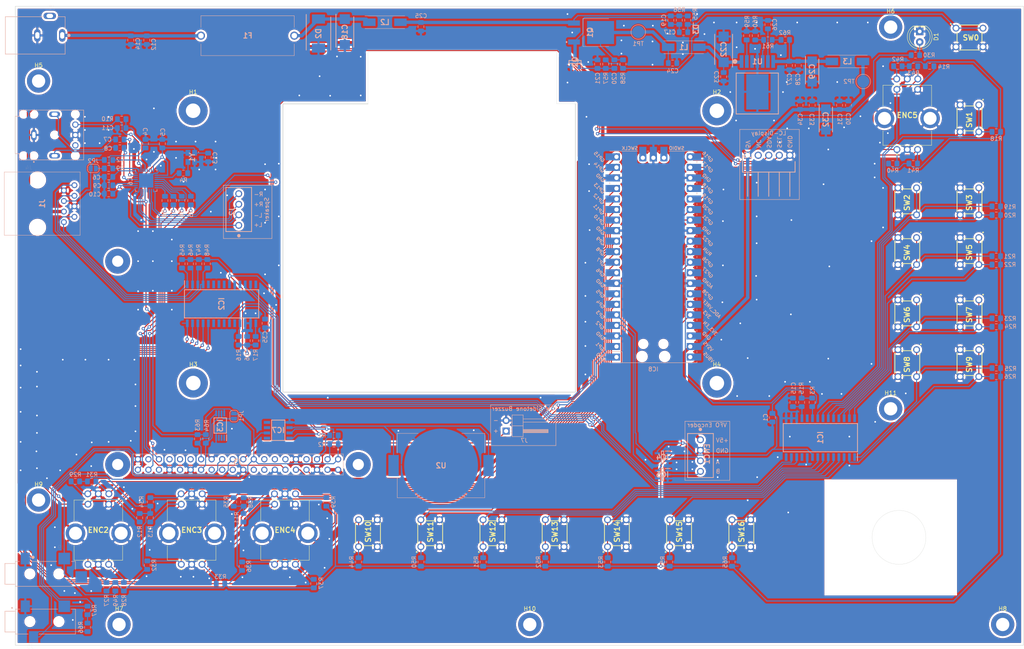
<source format=kicad_pcb>
(kicad_pcb (version 20171130) (host pcbnew "(5.1.6)-1")
  (layers (0 F.Cu signal) (31 B.Cu signal) (34 B.Paste user) (35 F.Paste user) (36 B.SilkS user) (37 F.SilkS user) (38 B.Mask user) (39 F.Mask user) (44 Edge.Cuts user))
  (net 0 "")
  (net 1 +3V3)
  (net 2 SCL)
  (net 3 SDA)
  (net 4 +5V)
  (net 5 GND)
  (net 6 HP_L)
  (net 7 HP_R)
  (net 8 SPK_L+)
  (net 9 SPK_L-)
  (net 10 SPK_R+)
  (net 11 SPK_R-)
  (net 12 I2S_CLK)
  (net 13 I2S_DAC)
  (net 14 I2S_LRCLK)
  (net 15 I2S_ADC)
  (net 16 MIC+)
  (net 17 "Net-(C2-Pad2)")
  (net 18 "Net-(C7-Pad1)")
  (net 19 "Net-(C8-Pad1)")
  (net 20 "Net-(C9-Pad2)")
  (net 21 JACK_DETECT)
  (net 22 ENC1-)
  (net 23 ENC1+)
  (net 24 IC2_INT)
  (net 25 "Net-(D1-Pad2)")
  (net 26 MIC_BTN_DOWN)
  (net 27 MIC_BTN_UP)
  (net 28 MIC_PTT)
  (net 29 MIC_FAST_SCAN)
  (net 30 "/Power Supply/13.8Vunfused")
  (net 31 EXT_PTT)
  (net 32 "Net-(ENC1-Pad4)")
  (net 33 "Net-(ENC1-Pad3)")
  (net 34 "Net-(C4-Pad2)")
  (net 35 "Net-(R4-Pad2)")
  (net 36 "Net-(C17-Pad2)")
  (net 37 "Net-(C17-Pad1)")
  (net 38 "Net-(C18-Pad1)")
  (net 39 "Net-(C19-Pad1)")
  (net 40 "Net-(C20-Pad2)")
  (net 41 "Net-(C20-Pad1)")
  (net 42 "Net-(C22-Pad1)")
  (net 43 "Net-(C26-Pad1)")
  (net 44 "Net-(C27-Pad1)")
  (net 45 "Net-(D3-Pad2)")
  (net 46 "Net-(R59-Pad2)")
  (net 47 "Net-(R60-Pad2)")
  (net 48 "Net-(R61-Pad2)")
  (net 49 ID_SD)
  (net 50 ID_SC)
  (net 51 "Net-(JP2-Pad1)")
  (net 52 "Net-(IC3-Pad7)")
  (net 53 "Net-(IC6-Pad16)")
  (net 54 "Net-(IC6-Pad13)")
  (net 55 "Net-(IC6-Pad14)")
  (net 56 "Net-(IC6-Pad12)")
  (net 57 "Net-(IC6-Pad11)")
  (net 58 "Net-(IC7-Pad6)")
  (net 59 ENC2_BTN)
  (net 60 ENC3_BTN)
  (net 61 ENC4_BTN)
  (net 62 ENC5_BTN)
  (net 63 "Net-(C15-Pad1)")
  (net 64 "Net-(C35-Pad1)")
  (net 65 SW1)
  (net 66 SW2)
  (net 67 SW3)
  (net 68 SW4)
  (net 69 SW5)
  (net 70 SW6)
  (net 71 SW7)
  (net 72 SW8)
  (net 73 SW9)
  (net 74 SW10)
  (net 75 SW11)
  (net 76 SW12)
  (net 77 SW13)
  (net 78 SW14)
  (net 79 SW15)
  (net 80 SW16)
  (net 81 SDA1)
  (net 82 SCL1)
  (net 83 "Net-(IC8-Pad43)")
  (net 84 "Net-(IC8-Pad41)")
  (net 85 "Net-(IC8-Pad30)")
  (net 86 "Net-(IC8-Pad32)")
  (net 87 "Net-(IC8-Pad34)")
  (net 88 "Net-(IC8-Pad35)")
  (net 89 "Net-(IC8-Pad37)")
  (net 90 "Net-(IC8-Pad40)")
  (net 91 ENC2_B2)
  (net 92 ENC2_B1)
  (net 93 ENC2_A2)
  (net 94 ENC2_A1)
  (net 95 ENC3_B2)
  (net 96 ENC3_B1)
  (net 97 ENC3_A2)
  (net 98 ENC3_A1)
  (net 99 ENC4_B2)
  (net 100 ENC4_B1)
  (net 101 ENC4_A2)
  (net 102 ENC4_A1)
  (net 103 ENC5_B2)
  (net 104 ENC5_B1)
  (net 105 ENC5_A2)
  (net 106 ENC5_A1)
  (net 107 PI_3V3)
  (net 108 PICO_RX)
  (net 109 PICO_TX)
  (net 110 IC1_INT)
  (net 111 CW_SIDETONE)
  (net 112 CW_L)
  (net 113 CW_R)
  (net 114 "Net-(IC2-Pad15)")
  (module SamacSys_Parts:TSX3225160000MF18XAC0 (layer B.Cu) (at 67.418 51.398 270)
    (fp_text reference Y1 (at 0 -0.213 90) (layer B.SilkS) (effects (font (size 1.27 1.27) (thickness 0.254)) (justify mirror)))
    (fp_text value TSX-3225_24.0000MF18X-C hide)
    (pad 4 smd rect (at -1.1 0.8 180) (size 1.15 1.4) (layers B.Cu B.Paste B.Mask) (net 5 GND))
    (pad 3 smd rect (at 1.1 0.8 180) (size 1.15 1.4) (layers B.Cu B.Paste B.Mask) (net 35 "Net-(R4-Pad2)"))
    (pad 2 smd rect (at 1.1 -0.8 180) (size 1.15 1.4) (layers B.Cu B.Paste B.Mask) (net 5 GND))
    (pad 1 smd rect (at -1.1 -0.8 180) (size 1.15 1.4) (layers B.Cu B.Paste B.Mask) (net 107 PI_3V3))
  )
  (module SamacSys_Parts:BATHLD001 (layer B.Cu) (at 127.616 125.693)
    (fp_text reference U2 (at 0 0) (layer B.SilkS) (effects (font (size 1.27 1.27) (thickness 0.254)) (justify mirror)))
    (fp_text value BAT-HLD-001 hide)
    (pad 3 smd circle (at 0 0 270) (size 17.8 17.8) (layers B.Cu B.Paste B.Mask) (net 5 GND))
    (pad 2 smd rect (at -11.45 0) (size 2.5 5.1) (layers B.Cu B.Paste B.Mask) (net 58 "Net-(IC7-Pad6)"))
    (pad 1 smd rect (at 11.45 0) (size 2.5 5.1) (layers B.Cu B.Paste B.Mask) (net 58 "Net-(IC7-Pad6)"))
  )
  (module SamacSys_Parts:NDW0007A (layer B.Cu) (at 203.863 28.284)
    (fp_text reference U1 (at 0 0) (layer B.SilkS) (effects (font (size 1.27 1.27) (thickness 0.254)) (justify mirror)))
    (fp_text value LMZ22005TZ_NOPB hide)
    (pad 8 smd rect (at 0 7.305) (size 5.35 8.54) (layers B.Cu B.Paste B.Mask) (net 5 GND))
    (pad 7 smd rect (at 3.81 0) (size 0.89 3.06) (layers B.Cu B.Paste B.Mask) (net 44 "Net-(C27-Pad1)"))
    (pad 6 smd rect (at 2.54 0) (size 0.89 3.06) (layers B.Cu B.Paste B.Mask) (net 43 "Net-(C26-Pad1)"))
    (pad 5 smd rect (at 1.27 0) (size 0.89 3.06) (layers B.Cu B.Paste B.Mask) (net 47 "Net-(R60-Pad2)"))
    (pad 4 smd rect (at 0 0) (size 0.89 3.06) (layers B.Cu B.Paste B.Mask) (net 5 GND))
    (pad 3 smd rect (at -1.27 0) (size 0.89 3.06) (layers B.Cu B.Paste B.Mask))
    (pad 2 smd rect (at -2.54 0) (size 0.89 3.06) (layers B.Cu B.Paste B.Mask) (net 46 "Net-(R59-Pad2)"))
    (pad 1 smd rect (at -3.81 0) (size 0.89 3.06) (layers B.Cu B.Paste B.Mask) (net 42 "Net-(C22-Pad1)"))
  )
  (module SamacSys_Parts:B3F1000 (layer F.Cu) (at 200 142 270)
    (fp_text reference SW16 (at -0.33 -0.055 90) (layer F.SilkS) (effects (font (size 1.27 1.27) (thickness 0.254))))
    (fp_text value B3F-1055 hide)
    (pad 2 thru_hole circle (at -3.25 -2.25 270) (size 1.65 1.65) (drill 1.1) (layers *.Cu *.Mask) (net 5 GND))
    (pad 2 thru_hole circle (at 3.25 -2.25 270) (size 1.65 1.65) (drill 1.1) (layers *.Cu *.Mask) (net 5 GND))
    (pad 1 thru_hole circle (at -3.25 2.25 270) (size 1.65 1.65) (drill 1.1) (layers *.Cu *.Mask) (net 80 SW16))
    (pad 1 thru_hole circle (at 3.25 2.25 270) (size 1.65 1.65) (drill 1.1) (layers *.Cu *.Mask) (net 80 SW16))
  )
  (module SamacSys_Parts:B3F1000 (layer F.Cu) (at 185 142 270)
    (fp_text reference SW15 (at -0.33 -0.055 90) (layer F.SilkS) (effects (font (size 1.27 1.27) (thickness 0.254))))
    (fp_text value B3F-1055 hide)
    (pad 2 thru_hole circle (at -3.25 -2.25 270) (size 1.65 1.65) (drill 1.1) (layers *.Cu *.Mask) (net 5 GND))
    (pad 2 thru_hole circle (at 3.25 -2.25 270) (size 1.65 1.65) (drill 1.1) (layers *.Cu *.Mask) (net 5 GND))
    (pad 1 thru_hole circle (at -3.25 2.25 270) (size 1.65 1.65) (drill 1.1) (layers *.Cu *.Mask) (net 79 SW15))
    (pad 1 thru_hole circle (at 3.25 2.25 270) (size 1.65 1.65) (drill 1.1) (layers *.Cu *.Mask) (net 79 SW15))
  )
  (module SamacSys_Parts:B3F1000 (layer F.Cu) (at 170 142 270)
    (fp_text reference SW14 (at -0.33 -0.055 90) (layer F.SilkS) (effects (font (size 1.27 1.27) (thickness 0.254))))
    (fp_text value B3F-1055 hide)
    (pad 2 thru_hole circle (at -3.25 -2.25 270) (size 1.65 1.65) (drill 1.1) (layers *.Cu *.Mask) (net 5 GND))
    (pad 2 thru_hole circle (at 3.25 -2.25 270) (size 1.65 1.65) (drill 1.1) (layers *.Cu *.Mask) (net 5 GND))
    (pad 1 thru_hole circle (at -3.25 2.25 270) (size 1.65 1.65) (drill 1.1) (layers *.Cu *.Mask) (net 78 SW14))
    (pad 1 thru_hole circle (at 3.25 2.25 270) (size 1.65 1.65) (drill 1.1) (layers *.Cu *.Mask) (net 78 SW14))
  )
  (module SamacSys_Parts:B3F1000 (layer F.Cu) (at 155 142 270)
    (fp_text reference SW13 (at -0.33 -0.055 90) (layer F.SilkS) (effects (font (size 1.27 1.27) (thickness 0.254))))
    (fp_text value B3F-1055 hide)
    (pad 2 thru_hole circle (at -3.25 -2.25 270) (size 1.65 1.65) (drill 1.1) (layers *.Cu *.Mask) (net 5 GND))
    (pad 2 thru_hole circle (at 3.25 -2.25 270) (size 1.65 1.65) (drill 1.1) (layers *.Cu *.Mask) (net 5 GND))
    (pad 1 thru_hole circle (at -3.25 2.25 270) (size 1.65 1.65) (drill 1.1) (layers *.Cu *.Mask) (net 77 SW13))
    (pad 1 thru_hole circle (at 3.25 2.25 270) (size 1.65 1.65) (drill 1.1) (layers *.Cu *.Mask) (net 77 SW13))
  )
  (module SamacSys_Parts:B3F1000 (layer F.Cu) (at 140 142 270)
    (fp_text reference SW12 (at -0.33 -0.055 90) (layer F.SilkS) (effects (font (size 1.27 1.27) (thickness 0.254))))
    (fp_text value B3F-1055 hide)
    (pad 2 thru_hole circle (at -3.25 -2.25 270) (size 1.65 1.65) (drill 1.1) (layers *.Cu *.Mask) (net 5 GND))
    (pad 2 thru_hole circle (at 3.25 -2.25 270) (size 1.65 1.65) (drill 1.1) (layers *.Cu *.Mask) (net 5 GND))
    (pad 1 thru_hole circle (at -3.25 2.25 270) (size 1.65 1.65) (drill 1.1) (layers *.Cu *.Mask) (net 76 SW12))
    (pad 1 thru_hole circle (at 3.25 2.25 270) (size 1.65 1.65) (drill 1.1) (layers *.Cu *.Mask) (net 76 SW12))
  )
  (module SamacSys_Parts:B3F1000 (layer F.Cu) (at 125 142 270)
    (fp_text reference SW11 (at -0.33 -0.055 90) (layer F.SilkS) (effects (font (size 1.27 1.27) (thickness 0.254))))
    (fp_text value B3F-1055 hide)
    (pad 2 thru_hole circle (at -3.25 -2.25 270) (size 1.65 1.65) (drill 1.1) (layers *.Cu *.Mask) (net 5 GND))
    (pad 2 thru_hole circle (at 3.25 -2.25 270) (size 1.65 1.65) (drill 1.1) (layers *.Cu *.Mask) (net 5 GND))
    (pad 1 thru_hole circle (at -3.25 2.25 270) (size 1.65 1.65) (drill 1.1) (layers *.Cu *.Mask) (net 75 SW11))
    (pad 1 thru_hole circle (at 3.25 2.25 270) (size 1.65 1.65) (drill 1.1) (layers *.Cu *.Mask) (net 75 SW11))
  )
  (module SamacSys_Parts:B3F1000 (layer F.Cu) (at 110 142 270)
    (fp_text reference SW10 (at -0.33 -0.055 90) (layer F.SilkS) (effects (font (size 1.27 1.27) (thickness 0.254))))
    (fp_text value B3F-1055 hide)
    (pad 2 thru_hole circle (at -3.25 -2.25 270) (size 1.65 1.65) (drill 1.1) (layers *.Cu *.Mask) (net 5 GND))
    (pad 2 thru_hole circle (at 3.25 -2.25 270) (size 1.65 1.65) (drill 1.1) (layers *.Cu *.Mask) (net 5 GND))
    (pad 1 thru_hole circle (at -3.25 2.25 270) (size 1.65 1.65) (drill 1.1) (layers *.Cu *.Mask) (net 74 SW10))
    (pad 1 thru_hole circle (at 3.25 2.25 270) (size 1.65 1.65) (drill 1.1) (layers *.Cu *.Mask) (net 74 SW10))
  )
  (module SamacSys_Parts:B3F1000 (layer F.Cu) (at 255 101 90)
    (fp_text reference SW9 (at -0.33 -0.055 90) (layer F.SilkS) (effects (font (size 1.27 1.27) (thickness 0.254))))
    (fp_text value B3F-1055 hide)
    (pad 2 thru_hole circle (at -3.25 -2.25 90) (size 1.65 1.65) (drill 1.1) (layers *.Cu *.Mask) (net 5 GND))
    (pad 2 thru_hole circle (at 3.25 -2.25 90) (size 1.65 1.65) (drill 1.1) (layers *.Cu *.Mask) (net 5 GND))
    (pad 1 thru_hole circle (at -3.25 2.25 90) (size 1.65 1.65) (drill 1.1) (layers *.Cu *.Mask) (net 73 SW9))
    (pad 1 thru_hole circle (at 3.25 2.25 90) (size 1.65 1.65) (drill 1.1) (layers *.Cu *.Mask) (net 73 SW9))
  )
  (module SamacSys_Parts:B3F1000 (layer F.Cu) (at 240 101 90)
    (fp_text reference SW8 (at -0.33 -0.055 90) (layer F.SilkS) (effects (font (size 1.27 1.27) (thickness 0.254))))
    (fp_text value B3F-1055 hide)
    (pad 2 thru_hole circle (at -3.25 -2.25 90) (size 1.65 1.65) (drill 1.1) (layers *.Cu *.Mask) (net 5 GND))
    (pad 2 thru_hole circle (at 3.25 -2.25 90) (size 1.65 1.65) (drill 1.1) (layers *.Cu *.Mask) (net 5 GND))
    (pad 1 thru_hole circle (at -3.25 2.25 90) (size 1.65 1.65) (drill 1.1) (layers *.Cu *.Mask) (net 72 SW8))
    (pad 1 thru_hole circle (at 3.25 2.25 90) (size 1.65 1.65) (drill 1.1) (layers *.Cu *.Mask) (net 72 SW8))
  )
  (module SamacSys_Parts:B3F1000 (layer F.Cu) (at 255 89 90)
    (fp_text reference SW7 (at -0.33 -0.055 90) (layer F.SilkS) (effects (font (size 1.27 1.27) (thickness 0.254))))
    (fp_text value B3F-1055 hide)
    (pad 2 thru_hole circle (at -3.25 -2.25 90) (size 1.65 1.65) (drill 1.1) (layers *.Cu *.Mask) (net 5 GND))
    (pad 2 thru_hole circle (at 3.25 -2.25 90) (size 1.65 1.65) (drill 1.1) (layers *.Cu *.Mask) (net 5 GND))
    (pad 1 thru_hole circle (at -3.25 2.25 90) (size 1.65 1.65) (drill 1.1) (layers *.Cu *.Mask) (net 71 SW7))
    (pad 1 thru_hole circle (at 3.25 2.25 90) (size 1.65 1.65) (drill 1.1) (layers *.Cu *.Mask) (net 71 SW7))
  )
  (module SamacSys_Parts:B3F1000 (layer F.Cu) (at 240 89 90)
    (fp_text reference SW6 (at -0.33 -0.055 90) (layer F.SilkS) (effects (font (size 1.27 1.27) (thickness 0.254))))
    (fp_text value B3F-1055 hide)
    (pad 2 thru_hole circle (at -3.25 -2.25 90) (size 1.65 1.65) (drill 1.1) (layers *.Cu *.Mask) (net 5 GND))
    (pad 2 thru_hole circle (at 3.25 -2.25 90) (size 1.65 1.65) (drill 1.1) (layers *.Cu *.Mask) (net 5 GND))
    (pad 1 thru_hole circle (at -3.25 2.25 90) (size 1.65 1.65) (drill 1.1) (layers *.Cu *.Mask) (net 70 SW6))
    (pad 1 thru_hole circle (at 3.25 2.25 90) (size 1.65 1.65) (drill 1.1) (layers *.Cu *.Mask) (net 70 SW6))
  )
  (module SamacSys_Parts:B3F1000 (layer F.Cu) (at 255 74 90)
    (fp_text reference SW5 (at -0.33 -0.055 90) (layer F.SilkS) (effects (font (size 1.27 1.27) (thickness 0.254))))
    (fp_text value B3F-1055 hide)
    (pad 2 thru_hole circle (at -3.25 -2.25 90) (size 1.65 1.65) (drill 1.1) (layers *.Cu *.Mask) (net 5 GND))
    (pad 2 thru_hole circle (at 3.25 -2.25 90) (size 1.65 1.65) (drill 1.1) (layers *.Cu *.Mask) (net 5 GND))
    (pad 1 thru_hole circle (at -3.25 2.25 90) (size 1.65 1.65) (drill 1.1) (layers *.Cu *.Mask) (net 69 SW5))
    (pad 1 thru_hole circle (at 3.25 2.25 90) (size 1.65 1.65) (drill 1.1) (layers *.Cu *.Mask) (net 69 SW5))
  )
  (module SamacSys_Parts:B3F1000 (layer F.Cu) (at 240 74 90)
    (fp_text reference SW4 (at -0.33 -0.055 90) (layer F.SilkS) (effects (font (size 1.27 1.27) (thickness 0.254))))
    (fp_text value B3F-1055 hide)
    (pad 2 thru_hole circle (at -3.25 -2.25 90) (size 1.65 1.65) (drill 1.1) (layers *.Cu *.Mask) (net 5 GND))
    (pad 2 thru_hole circle (at 3.25 -2.25 90) (size 1.65 1.65) (drill 1.1) (layers *.Cu *.Mask) (net 5 GND))
    (pad 1 thru_hole circle (at -3.25 2.25 90) (size 1.65 1.65) (drill 1.1) (layers *.Cu *.Mask) (net 68 SW4))
    (pad 1 thru_hole circle (at 3.25 2.25 90) (size 1.65 1.65) (drill 1.1) (layers *.Cu *.Mask) (net 68 SW4))
  )
  (module SamacSys_Parts:B3F1000 (layer F.Cu) (at 255 62 90)
    (fp_text reference SW3 (at -0.33 -0.055 90) (layer F.SilkS) (effects (font (size 1.27 1.27) (thickness 0.254))))
    (fp_text value B3F-1055 hide)
    (pad 2 thru_hole circle (at -3.25 -2.25 90) (size 1.65 1.65) (drill 1.1) (layers *.Cu *.Mask) (net 5 GND))
    (pad 2 thru_hole circle (at 3.25 -2.25 90) (size 1.65 1.65) (drill 1.1) (layers *.Cu *.Mask) (net 5 GND))
    (pad 1 thru_hole circle (at -3.25 2.25 90) (size 1.65 1.65) (drill 1.1) (layers *.Cu *.Mask) (net 67 SW3))
    (pad 1 thru_hole circle (at 3.25 2.25 90) (size 1.65 1.65) (drill 1.1) (layers *.Cu *.Mask) (net 67 SW3))
  )
  (module SamacSys_Parts:B3F1000 (layer F.Cu) (at 240 62 90)
    (fp_text reference SW2 (at -0.33 -0.055 90) (layer F.SilkS) (effects (font (size 1.27 1.27) (thickness 0.254))))
    (fp_text value B3F-1055 hide)
    (pad 2 thru_hole circle (at -3.25 -2.25 90) (size 1.65 1.65) (drill 1.1) (layers *.Cu *.Mask) (net 5 GND))
    (pad 2 thru_hole circle (at 3.25 -2.25 90) (size 1.65 1.65) (drill 1.1) (layers *.Cu *.Mask) (net 5 GND))
    (pad 1 thru_hole circle (at -3.25 2.25 90) (size 1.65 1.65) (drill 1.1) (layers *.Cu *.Mask) (net 66 SW2))
    (pad 1 thru_hole circle (at 3.25 2.25 90) (size 1.65 1.65) (drill 1.1) (layers *.Cu *.Mask) (net 66 SW2))
  )
  (module SamacSys_Parts:B3F1000 (layer F.Cu) (at 255 42 90)
    (fp_text reference SW1 (at -0.33 -0.055 90) (layer F.SilkS) (effects (font (size 1.27 1.27) (thickness 0.254))))
    (fp_text value B3F-1055 hide)
    (pad 2 thru_hole circle (at -3.25 -2.25 90) (size 1.65 1.65) (drill 1.1) (layers *.Cu *.Mask) (net 5 GND))
    (pad 2 thru_hole circle (at 3.25 -2.25 90) (size 1.65 1.65) (drill 1.1) (layers *.Cu *.Mask) (net 5 GND))
    (pad 1 thru_hole circle (at -3.25 2.25 90) (size 1.65 1.65) (drill 1.1) (layers *.Cu *.Mask) (net 65 SW1))
    (pad 1 thru_hole circle (at 3.25 2.25 90) (size 1.65 1.65) (drill 1.1) (layers *.Cu *.Mask) (net 65 SW1))
  )
  (module SamacSys_Parts:B3F1000 (layer F.Cu) (at 255 22.5 180)
    (fp_text reference SW0 (at -0.33 -0.055) (layer F.SilkS) (effects (font (size 1.27 1.27) (thickness 0.254))))
    (fp_text value B3F-1055 hide)
    (pad 2 thru_hole circle (at -3.25 -2.25 180) (size 1.65 1.65) (drill 1.1) (layers *.Cu *.Mask) (net 5 GND))
    (pad 2 thru_hole circle (at 3.25 -2.25 180) (size 1.65 1.65) (drill 1.1) (layers *.Cu *.Mask) (net 5 GND))
    (pad 1 thru_hole circle (at -3.25 2.25 180) (size 1.65 1.65) (drill 1.1) (layers *.Cu *.Mask) (net 36 "Net-(C17-Pad2)"))
    (pad 1 thru_hole circle (at 3.25 2.25 180) (size 1.65 1.65) (drill 1.1) (layers *.Cu *.Mask) (net 36 "Net-(C17-Pad2)"))
  )
  (module SamacSys_Parts:SOT95P240X120-3N (layer B.Cu) (at 159.921 28.411 90)
    (fp_text reference Q2 (at 0 0 90) (layer B.SilkS) (effects (font (size 1.27 1.27) (thickness 0.254)) (justify mirror)))
    (fp_text value 2N7002K hide)
    (pad 3 smd rect (at 1.2 0) (size 0.7 1) (layers B.Cu B.Paste B.Mask) (net 37 "Net-(C17-Pad1)"))
    (pad 2 smd rect (at -1.2 -0.95) (size 0.7 1) (layers B.Cu B.Paste B.Mask) (net 5 GND))
    (pad 1 smd rect (at -1.2 0.95) (size 0.7 1) (layers B.Cu B.Paste B.Mask) (net 40 "Net-(C20-Pad2)"))
  )
  (module SamacSys_Parts:FQD1N80TM (layer B.Cu) (at 166.0678 21.299 90)
    (fp_text reference Q1 (at 0 -2.525 90) (layer B.SilkS) (effects (font (size 1.27 1.27) (thickness 0.254)) (justify mirror)))
    (fp_text value FDD6685 hide)
    (pad 3 smd rect (at 2.28 -6.4 90) (size 1.25 2.85) (layers B.Cu B.Paste B.Mask) (net 39 "Net-(C19-Pad1)"))
    (pad 2 smd rect (at 0 0 90) (size 5.55 6.5) (layers B.Cu B.Paste B.Mask) (net 41 "Net-(C20-Pad1)"))
    (pad 1 smd rect (at -2.28 -6.4 90) (size 1.25 2.85) (layers B.Cu B.Paste B.Mask) (net 37 "Net-(C17-Pad1)"))
  )
  (module SamacSys_Parts:2743021447 (layer B.Cu) (at 225.58 28.284)
    (fp_text reference L3 (at 0 0) (layer B.SilkS) (effects (font (size 1.27 1.27) (thickness 0.254)) (justify mirror)))
    (fp_text value 2743021447 hide)
    (pad 2 smd rect (at 3.75 0 270) (size 1.8 3) (layers B.Cu B.Paste B.Mask) (net 4 +5V))
    (pad 1 smd rect (at -3.75 0 270) (size 1.8 3) (layers B.Cu B.Paste B.Mask) (net 44 "Net-(C27-Pad1)"))
  )
  (module SamacSys_Parts:2743021447 (layer B.Cu) (at 114.074 18.8225 180)
    (fp_text reference L2 (at 0 0) (layer B.SilkS) (effects (font (size 1.27 1.27) (thickness 0.254)) (justify mirror)))
    (fp_text value 2743021447 hide)
    (pad 2 smd rect (at 3.75 0 90) (size 1.8 3) (layers B.Cu B.Paste B.Mask) (net 38 "Net-(C18-Pad1)"))
    (pad 1 smd rect (at -3.75 0 90) (size 1.8 3) (layers B.Cu B.Paste B.Mask) (net 39 "Net-(C19-Pad1)"))
  )
  (module SamacSys_Parts:2743021447 (layer B.Cu) (at 186.1084 24.855 180)
    (fp_text reference L1 (at 0 0) (layer B.SilkS) (effects (font (size 1.27 1.27) (thickness 0.254)) (justify mirror)))
    (fp_text value 2743021447 hide)
    (pad 2 smd rect (at 3.75 0 90) (size 1.8 3) (layers B.Cu B.Paste B.Mask) (net 41 "Net-(C20-Pad1)"))
    (pad 1 smd rect (at -3.75 0 90) (size 1.8 3) (layers B.Cu B.Paste B.Mask) (net 42 "Net-(C22-Pad1)"))
  )
  (module "CUI Devices:CUI_MJ-3523-SMT" (layer B.Cu) (at 32.239 151.8 180)
    (fp_text reference J9 (at -3.832215 6.397035) (layer B.SilkS) (effects (font (size 1.001882 1.001882) (thickness 0.015)) (justify mirror)))
    (fp_text value MJ-3523-SMT)
    (pad 1 smd rect (at 4.85 3.7 180) (size 2.2 2.8) (layers B.Cu B.Paste B.Mask) (net 5 GND))
    (pad 2 smd rect (at -4.55 3.7 180) (size 2.8 2.8) (layers B.Cu B.Paste B.Mask) (net 31 EXT_PTT))
    (pad 10 smd rect (at -8.65 -0.75 180) (size 2.8 2.8) (layers B.Cu B.Paste B.Mask))
    (pad None np_thru_hole circle (at 3.75 0 180) (size 1.7 1.7) (drill 1.7) (layers *.Cu *.Mask))
    (pad None np_thru_hole circle (at -3.25 0 180) (size 1.7 1.7) (drill 1.7) (layers *.Cu *.Mask))
  )
  (module "CUI Devices:CUI_PJ-102AH" (layer B.Cu) (at 29.8 22 180)
    (fp_text reference J8 (at -4.01986 6.77319) (layer B.SilkS) (effects (font (size 1.001213 1.001213) (thickness 0.015)) (justify mirror)))
    (fp_text value PJ-102AH)
    (pad 1 thru_hole oval (at -6.5 0 180) (size 1.508 3.016) (drill oval 1 1.6) (layers *.Cu *.Mask) (net 30 "/Power Supply/13.8Vunfused"))
    (pad 2 thru_hole oval (at -0.5 0 180) (size 1.508 3.016) (drill oval 1 1.6) (layers *.Cu *.Mask) (net 5 GND))
    (pad 3 thru_hole oval (at -3.5 4.7 180) (size 3.016 1.508) (drill oval 1.6 1) (layers *.Cu *.Mask))
  )
  (module SamacSys_Parts:HDRRA5W67P0X254_1X5_1270X254X241P (layer B.Cu) (at 201.53 50.89)
    (fp_text reference J6 (at 0 0) (layer B.SilkS) (effects (font (size 1.27 1.27) (thickness 0.254)) (justify mirror)))
    (fp_text value 10129379-905001BLF hide)
    (pad 5 thru_hole circle (at 10.16 0) (size 1.725 1.725) (drill 1.15) (layers *.Cu *.Mask) (net 5 GND))
    (pad 4 thru_hole circle (at 7.62 0) (size 1.725 1.725) (drill 1.15) (layers *.Cu *.Mask) (net 2 SCL))
    (pad 3 thru_hole circle (at 5.08 0) (size 1.725 1.725) (drill 1.15) (layers *.Cu *.Mask) (net 3 SDA))
    (pad 2 thru_hole circle (at 2.54 0) (size 1.725 1.725) (drill 1.15) (layers *.Cu *.Mask))
    (pad 1 thru_hole rect (at 0 0) (size 1.725 1.725) (drill 1.15) (layers *.Cu *.Mask) (net 4 +5V))
  )
  (module "CUI Devices:CUI_SJ-3523-SMT-TR" (layer B.Cu) (at 28.5 163.3)
    (fp_text reference J5 (at 0.075135 5.945905) (layer B.SilkS) (effects (font (size 1.001835 1.001835) (thickness 0.015)) (justify mirror)))
    (fp_text value SJ-3523-SMT-TR)
    (pad None np_thru_hole circle (at 0 0) (size 1.7 1.7) (drill 1.7) (layers *.Cu *.Mask))
    (pad 3 smd rect (at 0.9 3.7) (size 2.2 2.8) (layers B.Cu B.Paste B.Mask) (net 113 CW_R))
    (pad 1 smd rect (at -1.1 -3.7) (size 2.2 2.8) (layers B.Cu B.Paste B.Mask) (net 5 GND))
    (pad 2 smd rect (at 8.3 -3.7) (size 2.8 2.8) (layers B.Cu B.Paste B.Mask) (net 112 CW_L))
    (pad None np_thru_hole circle (at 7 0) (size 1.7 1.7) (drill 1.7) (layers *.Cu *.Mask))
  )
  (module "CUI Devices:CUI_SJ-3566AN" (layer B.Cu) (at 34.4615 46.0005)
    (fp_text reference J4 (at -6.235235 7.847885) (layer B.SilkS) (effects (font (size 1.001646 1.001646) (thickness 0.015)) (justify mirror)))
    (fp_text value SJ-3566AN)
    (pad 3 thru_hole oval (at 0 5) (size 2.616 1.308) (drill oval 1.5 0.8) (layers *.Cu *.Mask) (net 19 "Net-(C8-Pad1)"))
    (pad 2 thru_hole oval (at 0 -5) (size 2.616 1.308) (drill oval 1.5 0.8) (layers *.Cu *.Mask) (net 18 "Net-(C7-Pad1)"))
    (pad 6 thru_hole circle (at 5 -2.5) (size 1.508 1.508) (drill 1) (layers *.Cu *.Mask) (net 21 JACK_DETECT))
    (pad 5 thru_hole circle (at 5 0) (size 1.508 1.508) (drill 1) (layers *.Cu *.Mask) (net 5 GND))
    (pad 4 thru_hole circle (at 5 2.5) (size 1.508 1.508) (drill 1) (layers *.Cu *.Mask))
    (pad 1 thru_hole oval (at -5 0) (size 1.308 2.616) (drill oval 0.8 1.5) (layers *.Cu *.Mask) (net 5 GND))
    (pad None np_thru_hole circle (at 5 5) (size 1.2 1.2) (drill 1.2) (layers *.Cu *.Mask))
    (pad None np_thru_hole circle (at 5 -5) (size 1.2 1.2) (drill 1.2) (layers *.Cu *.Mask))
    (pad None np_thru_hole circle (at 0 0) (size 1.2 1.2) (drill 1.2) (layers *.Cu *.Mask))
    (pad None np_thru_hole circle (at -5 5) (size 1.2 1.2) (drill 1.2) (layers *.Cu *.Mask))
    (pad None np_thru_hole circle (at -7.5 5) (size 1.2 1.2) (drill 1.2) (layers *.Cu *.Mask))
    (pad None np_thru_hole circle (at -5 -5) (size 1.2 1.2) (drill 1.2) (layers *.Cu *.Mask))
    (pad None np_thru_hole circle (at -7.5 -5) (size 1.2 1.2) (drill 1.2) (layers *.Cu *.Mask))
  )
  (module SamacSys_Parts:15445840_PI (layer B.Cu) (at 102.8 124.16 180)
    (fp_text reference J3 (at 24.13 -0.682 180) (layer B.SilkS) (effects (font (size 1.27 1.27) (thickness 0.254)) (justify mirror)))
    (fp_text value 485-1992 hide)
    (pad GND thru_hole circle (at 53.13 47.73 180) (size 6 6) (drill 2.7) (layers *.Cu *.Mask))
    (pad GND thru_hole circle (at -4.87 -1.27 180) (size 6 6) (drill 2.7) (layers *.Cu *.Mask))
    (pad GND thru_hole circle (at 53.13 -1.27 180) (size 6 6) (drill 2.7) (layers *.Cu *.Mask))
    (pad 1 thru_hole circle (at 0 0 180) (size 1.509 1.509) (drill 0.97) (layers *.Cu *.Mask) (net 107 PI_3V3))
    (pad 3 thru_hole circle (at 2.54 0 180) (size 1.509 1.509) (drill 0.97) (layers *.Cu *.Mask) (net 3 SDA))
    (pad 5 thru_hole circle (at 5.08 0 180) (size 1.509 1.509) (drill 0.97) (layers *.Cu *.Mask) (net 2 SCL))
    (pad 7 thru_hole circle (at 7.62 0 180) (size 1.509 1.509) (drill 0.97) (layers *.Cu *.Mask))
    (pad 9 thru_hole circle (at 10.16 0 180) (size 1.509 1.509) (drill 0.97) (layers *.Cu *.Mask) (net 5 GND))
    (pad 11 thru_hole circle (at 12.7 0 180) (size 1.509 1.509) (drill 0.97) (layers *.Cu *.Mask))
    (pad 13 thru_hole circle (at 15.24 0 180) (size 1.509 1.509) (drill 0.97) (layers *.Cu *.Mask))
    (pad 15 thru_hole circle (at 17.78 0 180) (size 1.509 1.509) (drill 0.97) (layers *.Cu *.Mask))
    (pad 17 thru_hole circle (at 20.32 0 180) (size 1.509 1.509) (drill 0.97) (layers *.Cu *.Mask) (net 107 PI_3V3))
    (pad 19 thru_hole circle (at 22.86 0 180) (size 1.509 1.509) (drill 0.97) (layers *.Cu *.Mask) (net 111 CW_SIDETONE))
    (pad 21 thru_hole circle (at 25.4 0 180) (size 1.509 1.509) (drill 0.97) (layers *.Cu *.Mask) (net 112 CW_L))
    (pad 23 thru_hole circle (at 27.94 0 180) (size 1.509 1.509) (drill 0.97) (layers *.Cu *.Mask) (net 113 CW_R))
    (pad 25 thru_hole circle (at 30.48 0 180) (size 1.509 1.509) (drill 0.97) (layers *.Cu *.Mask) (net 5 GND))
    (pad 27 thru_hole circle (at 33.02 0 180) (size 1.509 1.509) (drill 0.97) (layers *.Cu *.Mask) (net 49 ID_SD))
    (pad 29 thru_hole circle (at 35.56 0 180) (size 1.509 1.509) (drill 0.97) (layers *.Cu *.Mask))
    (pad 31 thru_hole circle (at 38.1 0 180) (size 1.509 1.509) (drill 0.97) (layers *.Cu *.Mask))
    (pad 33 thru_hole circle (at 40.64 0 180) (size 1.509 1.509) (drill 0.97) (layers *.Cu *.Mask))
    (pad 35 thru_hole circle (at 43.18 0 180) (size 1.509 1.509) (drill 0.97) (layers *.Cu *.Mask) (net 14 I2S_LRCLK))
    (pad 37 thru_hole circle (at 45.72 0 180) (size 1.509 1.509) (drill 0.97) (layers *.Cu *.Mask))
    (pad 39 thru_hole circle (at 48.26 0 180) (size 1.509 1.509) (drill 0.97) (layers *.Cu *.Mask) (net 5 GND))
    (pad 2 thru_hole circle (at 0 -2.54 180) (size 1.509 1.509) (drill 0.97) (layers *.Cu *.Mask) (net 4 +5V))
    (pad 4 thru_hole circle (at 2.54 -2.54 180) (size 1.509 1.509) (drill 0.97) (layers *.Cu *.Mask) (net 4 +5V))
    (pad 6 thru_hole circle (at 5.08 -2.54 180) (size 1.509 1.509) (drill 0.97) (layers *.Cu *.Mask) (net 5 GND))
    (pad 8 thru_hole circle (at 7.62 -2.54 180) (size 1.509 1.509) (drill 0.97) (layers *.Cu *.Mask) (net 108 PICO_RX))
    (pad 10 thru_hole circle (at 10.16 -2.54 180) (size 1.509 1.509) (drill 0.97) (layers *.Cu *.Mask) (net 109 PICO_TX))
    (pad 12 thru_hole circle (at 12.7 -2.54 180) (size 1.509 1.509) (drill 0.97) (layers *.Cu *.Mask) (net 12 I2S_CLK))
    (pad 14 thru_hole circle (at 15.24 -2.54 180) (size 1.509 1.509) (drill 0.97) (layers *.Cu *.Mask) (net 5 GND))
    (pad 16 thru_hole circle (at 17.78 -2.54 180) (size 1.509 1.509) (drill 0.97) (layers *.Cu *.Mask))
    (pad 18 thru_hole circle (at 20.32 -2.54 180) (size 1.509 1.509) (drill 0.97) (layers *.Cu *.Mask))
    (pad 20 thru_hole circle (at 22.86 -2.54 180) (size 1.509 1.509) (drill 0.97) (layers *.Cu *.Mask) (net 5 GND))
    (pad 22 thru_hole circle (at 25.4 -2.54 180) (size 1.509 1.509) (drill 0.97) (layers *.Cu *.Mask))
    (pad 24 thru_hole circle (at 27.94 -2.54 180) (size 1.509 1.509) (drill 0.97) (layers *.Cu *.Mask))
    (pad 26 thru_hole circle (at 30.48 -2.54 180) (size 1.509 1.509) (drill 0.97) (layers *.Cu *.Mask))
    (pad 28 thru_hole circle (at 33.02 -2.54 180) (size 1.509 1.509) (drill 0.97) (layers *.Cu *.Mask) (net 50 ID_SC))
    (pad 30 thru_hole circle (at 35.56 -2.54 180) (size 1.509 1.509) (drill 0.97) (layers *.Cu *.Mask) (net 5 GND))
    (pad 32 thru_hole circle (at 38.1 -2.54 180) (size 1.509 1.509) (drill 0.97) (layers *.Cu *.Mask))
    (pad 34 thru_hole circle (at 40.64 -2.54 180) (size 1.509 1.509) (drill 0.97) (layers *.Cu *.Mask) (net 5 GND))
    (pad 36 thru_hole circle (at 43.18 -2.54 180) (size 1.509 1.509) (drill 0.97) (layers *.Cu *.Mask))
    (pad 38 thru_hole circle (at 45.72 -2.54 180) (size 1.509 1.509) (drill 0.97) (layers *.Cu *.Mask) (net 15 I2S_ADC))
    (pad 40 thru_hole circle (at 48.26 -2.54 180) (size 1.509 1.509) (drill 0.97) (layers *.Cu *.Mask) (net 13 I2S_DAC))
  )
  (module SamacSys_Parts:1725672-4-2.54 (layer B.Cu) (at 78.848 67.781 90)
    (fp_text reference J2 (at 3.40816 -1.57943 90) (layer B.SilkS) (effects (font (size 1.27 1.27) (thickness 0.254)) (justify mirror)))
    (fp_text value 1725672 hide)
    (pad 4 thru_hole circle (at 7.62 0 90) (size 1.65 1.65) (drill 1.1) (layers *.Cu *.Mask) (net 11 SPK_R-))
    (pad 3 thru_hole circle (at 5.08 0 90) (size 1.65 1.65) (drill 1.1) (layers *.Cu *.Mask) (net 10 SPK_R+))
    (pad 2 thru_hole circle (at 2.54 0 90) (size 1.65 1.65) (drill 1.1) (layers *.Cu *.Mask) (net 9 SPK_L-))
    (pad 1 thru_hole circle (at 0 0 90) (size 1.65 1.65) (drill 1.1) (layers *.Cu *.Mask) (net 8 SPK_L+))
  )
  (module SamacSys_Parts:615008143721 (layer B.Cu) (at 36.7 67 90)
    (fp_text reference J1 (at 4.445 -5.22 90) (layer B.SilkS) (effects (font (size 1.27 1.27) (thickness 0.254)) (justify mirror)))
    (fp_text value 615008143721 hide)
    (pad MH2 np_thru_hole circle (at 10.16 -6.35 90) (size 3.17 0) (drill 3.17) (layers *.Cu *.Mask))
    (pad MH1 np_thru_hole circle (at -1.27 -6.35 90) (size 3.17 0) (drill 3.17) (layers *.Cu *.Mask))
    (pad 8 thru_hole circle (at 8.89 2.54 90) (size 1.4 1.4) (drill 0.9) (layers *.Cu *.Mask) (net 29 MIC_FAST_SCAN))
    (pad 7 thru_hole circle (at 7.62 0 90) (size 1.4 1.4) (drill 0.9) (layers *.Cu *.Mask) (net 5 GND))
    (pad 6 thru_hole circle (at 6.35 2.54 90) (size 1.4 1.4) (drill 0.9) (layers *.Cu *.Mask) (net 28 MIC_PTT))
    (pad 5 thru_hole circle (at 5.08 0 90) (size 1.4 1.4) (drill 0.9) (layers *.Cu *.Mask) (net 16 MIC+))
    (pad 4 thru_hole circle (at 3.81 2.54 90) (size 1.4 1.4) (drill 0.9) (layers *.Cu *.Mask) (net 5 GND))
    (pad 3 thru_hole circle (at 2.54 0 90) (size 1.4 1.4) (drill 0.9) (layers *.Cu *.Mask) (net 4 +5V))
    (pad 2 thru_hole circle (at 1.27 2.54 90) (size 1.4 1.4) (drill 0.9) (layers *.Cu *.Mask) (net 27 MIC_BTN_UP))
    (pad 1 thru_hole circle (at 0 0 90) (size 1.4 1.4) (drill 0.9) (layers *.Cu *.Mask) (net 26 MIC_BTN_DOWN))
  )
  (module SamacSys_Parts:SOIC127P600X175-8N (layer B.Cu) (at 88.373 117.184)
    (fp_text reference IC7 (at 0 0) (layer B.SilkS) (effects (font (size 1.27 1.27) (thickness 0.254)) (justify mirror)))
    (fp_text value DS3231MZ_V+ hide)
    (pad 8 smd rect (at 2.712 1.905 270) (size 0.7 1.525) (layers B.Cu B.Paste B.Mask) (net 2 SCL))
    (pad 7 smd rect (at 2.712 0.635 270) (size 0.7 1.525) (layers B.Cu B.Paste B.Mask) (net 3 SDA))
    (pad 6 smd rect (at 2.712 -0.635 270) (size 0.7 1.525) (layers B.Cu B.Paste B.Mask) (net 58 "Net-(IC7-Pad6)"))
    (pad 5 smd rect (at 2.712 -1.905 270) (size 0.7 1.525) (layers B.Cu B.Paste B.Mask) (net 5 GND))
    (pad 4 smd rect (at -2.712 -1.905 270) (size 0.7 1.525) (layers B.Cu B.Paste B.Mask))
    (pad 3 smd rect (at -2.712 -0.635 270) (size 0.7 1.525) (layers B.Cu B.Paste B.Mask))
    (pad 2 smd rect (at -2.712 0.635 270) (size 0.7 1.525) (layers B.Cu B.Paste B.Mask) (net 107 PI_3V3))
    (pad 1 smd rect (at -2.712 1.905 270) (size 0.7 1.525) (layers B.Cu B.Paste B.Mask))
  )
  (module SamacSys_Parts:SOT95P275X110-5N (layer B.Cu) (at 181.003 127.852 180)
    (fp_text reference IC5 (at 0 0) (layer B.SilkS) (effects (font (size 1.27 1.27) (thickness 0.254)) (justify mirror)))
    (fp_text value 74LV1T125GVH hide)
    (pad 5 smd rect (at 1.25 0.95 90) (size 0.5 1.25) (layers B.Cu B.Paste B.Mask) (net 1 +3V3))
    (pad 4 smd rect (at 1.25 -0.95 90) (size 0.5 1.25) (layers B.Cu B.Paste B.Mask) (net 22 ENC1-))
    (pad 3 smd rect (at -1.25 -0.95 90) (size 0.5 1.25) (layers B.Cu B.Paste B.Mask) (net 5 GND))
    (pad 2 smd rect (at -1.25 0 90) (size 0.5 1.25) (layers B.Cu B.Paste B.Mask) (net 32 "Net-(ENC1-Pad4)"))
    (pad 1 smd rect (at -1.25 0.95 90) (size 0.5 1.25) (layers B.Cu B.Paste B.Mask) (net 5 GND))
  )
  (module SamacSys_Parts:SOT95P275X110-5N (layer B.Cu) (at 181.003 123.661 180)
    (fp_text reference IC4 (at 0 0) (layer B.SilkS) (effects (font (size 1.27 1.27) (thickness 0.254)) (justify mirror)))
    (fp_text value 74LV1T125GVH hide)
    (pad 5 smd rect (at 1.25 0.95 90) (size 0.5 1.25) (layers B.Cu B.Paste B.Mask) (net 1 +3V3))
    (pad 4 smd rect (at 1.25 -0.95 90) (size 0.5 1.25) (layers B.Cu B.Paste B.Mask) (net 23 ENC1+))
    (pad 3 smd rect (at -1.25 -0.95 90) (size 0.5 1.25) (layers B.Cu B.Paste B.Mask) (net 5 GND))
    (pad 2 smd rect (at -1.25 0 90) (size 0.5 1.25) (layers B.Cu B.Paste B.Mask) (net 33 "Net-(ENC1-Pad3)"))
    (pad 1 smd rect (at -1.25 0.95 90) (size 0.5 1.25) (layers B.Cu B.Paste B.Mask) (net 5 GND))
  )
  (module SamacSys_Parts:SOP65P640X120-8N (layer B.Cu) (at 74.3776 116.041 90)
    (fp_text reference IC3 (at 0 0 90) (layer B.SilkS) (effects (font (size 1.27 1.27) (thickness 0.254)) (justify mirror)))
    (fp_text value M24C32-RDW6TP hide)
    (pad 8 smd rect (at 2.938 0.975) (size 0.45 1.475) (layers B.Cu B.Paste B.Mask) (net 107 PI_3V3))
    (pad 7 smd rect (at 2.938 0.325) (size 0.45 1.475) (layers B.Cu B.Paste B.Mask) (net 52 "Net-(IC3-Pad7)"))
    (pad 6 smd rect (at 2.938 -0.325) (size 0.45 1.475) (layers B.Cu B.Paste B.Mask) (net 50 ID_SC))
    (pad 5 smd rect (at 2.938 -0.975) (size 0.45 1.475) (layers B.Cu B.Paste B.Mask) (net 49 ID_SD))
    (pad 4 smd rect (at -2.938 -0.975) (size 0.45 1.475) (layers B.Cu B.Paste B.Mask) (net 5 GND))
    (pad 3 smd rect (at -2.938 -0.325) (size 0.45 1.475) (layers B.Cu B.Paste B.Mask))
    (pad 2 smd rect (at -2.938 0.325) (size 0.45 1.475) (layers B.Cu B.Paste B.Mask))
    (pad 1 smd rect (at -2.938 0.975) (size 0.45 1.475) (layers B.Cu B.Paste B.Mask))
  )
  (module SamacSys_Parts:SOIC127P1030X265-28N (layer B.Cu) (at 74.704 86.704 270)
    (fp_text reference IC2 (at 0 0 90) (layer B.SilkS) (effects (font (size 1.27 1.27) (thickness 0.254)) (justify mirror)))
    (fp_text value MCP23017T-E_SO hide)
    (pad 28 smd rect (at 4.675 8.255 180) (size 0.65 1.85) (layers B.Cu B.Paste B.Mask) (net 74 SW10))
    (pad 27 smd rect (at 4.675 6.985 180) (size 0.65 1.85) (layers B.Cu B.Paste B.Mask) (net 61 ENC4_BTN))
    (pad 26 smd rect (at 4.675 5.715 180) (size 0.65 1.85) (layers B.Cu B.Paste B.Mask) (net 60 ENC3_BTN))
    (pad 25 smd rect (at 4.675 4.445 180) (size 0.65 1.85) (layers B.Cu B.Paste B.Mask) (net 59 ENC2_BTN))
    (pad 24 smd rect (at 4.675 3.175 180) (size 0.65 1.85) (layers B.Cu B.Paste B.Mask) (net 31 EXT_PTT))
    (pad 23 smd rect (at 4.675 1.905 180) (size 0.65 1.85) (layers B.Cu B.Paste B.Mask))
    (pad 22 smd rect (at 4.675 0.635 180) (size 0.65 1.85) (layers B.Cu B.Paste B.Mask))
    (pad 21 smd rect (at 4.675 -0.635 180) (size 0.65 1.85) (layers B.Cu B.Paste B.Mask))
    (pad 20 smd rect (at 4.675 -1.905 180) (size 0.65 1.85) (layers B.Cu B.Paste B.Mask) (net 24 IC2_INT))
    (pad 19 smd rect (at 4.675 -3.175 180) (size 0.65 1.85) (layers B.Cu B.Paste B.Mask))
    (pad 18 smd rect (at 4.675 -4.445 180) (size 0.65 1.85) (layers B.Cu B.Paste B.Mask) (net 64 "Net-(C35-Pad1)"))
    (pad 17 smd rect (at 4.675 -5.715 180) (size 0.65 1.85) (layers B.Cu B.Paste B.Mask) (net 5 GND))
    (pad 16 smd rect (at 4.675 -6.985 180) (size 0.65 1.85) (layers B.Cu B.Paste B.Mask) (net 5 GND))
    (pad 15 smd rect (at 4.675 -8.255 180) (size 0.65 1.85) (layers B.Cu B.Paste B.Mask) (net 114 "Net-(IC2-Pad15)"))
    (pad 14 smd rect (at -4.675 -8.255 180) (size 0.65 1.85) (layers B.Cu B.Paste B.Mask))
    (pad 13 smd rect (at -4.675 -6.985 180) (size 0.65 1.85) (layers B.Cu B.Paste B.Mask) (net 81 SDA1))
    (pad 12 smd rect (at -4.675 -5.715 180) (size 0.65 1.85) (layers B.Cu B.Paste B.Mask) (net 82 SCL1))
    (pad 11 smd rect (at -4.675 -4.445 180) (size 0.65 1.85) (layers B.Cu B.Paste B.Mask))
    (pad 10 smd rect (at -4.675 -3.175 180) (size 0.65 1.85) (layers B.Cu B.Paste B.Mask) (net 5 GND))
    (pad 9 smd rect (at -4.675 -1.905 180) (size 0.65 1.85) (layers B.Cu B.Paste B.Mask) (net 1 +3V3))
    (pad 8 smd rect (at -4.675 -0.635 180) (size 0.65 1.85) (layers B.Cu B.Paste B.Mask))
    (pad 7 smd rect (at -4.675 0.635 180) (size 0.65 1.85) (layers B.Cu B.Paste B.Mask))
    (pad 6 smd rect (at -4.675 1.905 180) (size 0.65 1.85) (layers B.Cu B.Paste B.Mask))
    (pad 5 smd rect (at -4.675 3.175 180) (size 0.65 1.85) (layers B.Cu B.Paste B.Mask))
    (pad 4 smd rect (at -4.675 4.445 180) (size 0.65 1.85) (layers B.Cu B.Paste B.Mask) (net 29 MIC_FAST_SCAN))
    (pad 3 smd rect (at -4.675 5.715 180) (size 0.65 1.85) (layers B.Cu B.Paste B.Mask) (net 28 MIC_PTT))
    (pad 2 smd rect (at -4.675 6.985 180) (size 0.65 1.85) (layers B.Cu B.Paste B.Mask) (net 27 MIC_BTN_UP))
    (pad 1 smd rect (at -4.675 8.255 180) (size 0.65 1.85) (layers B.Cu B.Paste B.Mask) (net 26 MIC_BTN_DOWN))
  )
  (module SamacSys_Parts:SOIC127P1030X265-28N (layer B.Cu) (at 219.056 118.962 90)
    (fp_text reference IC1 (at 0 0 90) (layer B.SilkS) (effects (font (size 1.27 1.27) (thickness 0.254)) (justify mirror)))
    (fp_text value MCP23017T-E_SO hide)
    (pad 28 smd rect (at 4.675 8.255) (size 0.65 1.85) (layers B.Cu B.Paste B.Mask) (net 71 SW7))
    (pad 27 smd rect (at 4.675 6.985) (size 0.65 1.85) (layers B.Cu B.Paste B.Mask) (net 70 SW6))
    (pad 26 smd rect (at 4.675 5.715) (size 0.65 1.85) (layers B.Cu B.Paste B.Mask) (net 69 SW5))
    (pad 25 smd rect (at 4.675 4.445) (size 0.65 1.85) (layers B.Cu B.Paste B.Mask) (net 68 SW4))
    (pad 24 smd rect (at 4.675 3.175) (size 0.65 1.85) (layers B.Cu B.Paste B.Mask) (net 67 SW3))
    (pad 23 smd rect (at 4.675 1.905) (size 0.65 1.85) (layers B.Cu B.Paste B.Mask) (net 66 SW2))
    (pad 22 smd rect (at 4.675 0.635) (size 0.65 1.85) (layers B.Cu B.Paste B.Mask) (net 65 SW1))
    (pad 21 smd rect (at 4.675 -0.635) (size 0.65 1.85) (layers B.Cu B.Paste B.Mask) (net 62 ENC5_BTN))
    (pad 20 smd rect (at 4.675 -1.905) (size 0.65 1.85) (layers B.Cu B.Paste B.Mask) (net 110 IC1_INT))
    (pad 19 smd rect (at 4.675 -3.175) (size 0.65 1.85) (layers B.Cu B.Paste B.Mask))
    (pad 18 smd rect (at 4.675 -4.445) (size 0.65 1.85) (layers B.Cu B.Paste B.Mask) (net 63 "Net-(C15-Pad1)"))
    (pad 17 smd rect (at 4.675 -5.715) (size 0.65 1.85) (layers B.Cu B.Paste B.Mask) (net 5 GND))
    (pad 16 smd rect (at 4.675 -6.985) (size 0.65 1.85) (layers B.Cu B.Paste B.Mask) (net 5 GND))
    (pad 15 smd rect (at 4.675 -8.255) (size 0.65 1.85) (layers B.Cu B.Paste B.Mask) (net 5 GND))
    (pad 14 smd rect (at -4.675 -8.255) (size 0.65 1.85) (layers B.Cu B.Paste B.Mask))
    (pad 13 smd rect (at -4.675 -6.985) (size 0.65 1.85) (layers B.Cu B.Paste B.Mask) (net 81 SDA1))
    (pad 12 smd rect (at -4.675 -5.715) (size 0.65 1.85) (layers B.Cu B.Paste B.Mask) (net 82 SCL1))
    (pad 11 smd rect (at -4.675 -4.445) (size 0.65 1.85) (layers B.Cu B.Paste B.Mask))
    (pad 10 smd rect (at -4.675 -3.175) (size 0.65 1.85) (layers B.Cu B.Paste B.Mask) (net 5 GND))
    (pad 9 smd rect (at -4.675 -1.905) (size 0.65 1.85) (layers B.Cu B.Paste B.Mask) (net 1 +3V3))
    (pad 8 smd rect (at -4.675 -0.635) (size 0.65 1.85) (layers B.Cu B.Paste B.Mask) (net 75 SW11))
    (pad 7 smd rect (at -4.675 0.635) (size 0.65 1.85) (layers B.Cu B.Paste B.Mask) (net 76 SW12))
    (pad 6 smd rect (at -4.675 1.905) (size 0.65 1.85) (layers B.Cu B.Paste B.Mask) (net 77 SW13))
    (pad 5 smd rect (at -4.675 3.175) (size 0.65 1.85) (layers B.Cu B.Paste B.Mask) (net 78 SW14))
    (pad 4 smd rect (at -4.675 4.445) (size 0.65 1.85) (layers B.Cu B.Paste B.Mask) (net 79 SW15))
    (pad 3 smd rect (at -4.675 5.715) (size 0.65 1.85) (layers B.Cu B.Paste B.Mask) (net 80 SW16))
    (pad 2 smd rect (at -4.675 6.985) (size 0.65 1.85) (layers B.Cu B.Paste B.Mask) (net 73 SW9))
    (pad 1 smd rect (at -4.675 8.255) (size 0.65 1.85) (layers B.Cu B.Paste B.Mask) (net 72 SW8))
  )
  (module SamacSys_Parts:65600001009 (layer B.Cu) (at 80.9905 22.061 180)
    (fp_text reference F1 (at 0 0) (layer B.SilkS) (effects (font (size 1.27 1.27) (thickness 0.254)) (justify mirror)))
    (fp_text value 5A hide)
    (pad 2 thru_hole circle (at 11.25 0 180) (size 1.95 1.95) (drill 1.3) (layers *.Cu *.Mask) (net 30 "/Power Supply/13.8Vunfused"))
    (pad 1 thru_hole circle (at -11.25 0 180) (size 1.95 1.95) (drill 1.3) (layers *.Cu *.Mask) (net 38 "Net-(C18-Pad1)"))
  )
  (module SamacSys_Parts:EC11EBB24C03 (layer F.Cu) (at 237.5 49.5)
    (fp_text reference ENC5 (at 2.5 -8.262) (layer F.SilkS) (effects (font (size 1.27 1.27) (thickness 0.254))))
    (fp_text value EC11EBB24C03 hide)
    (pad MH2 thru_hole circle (at 8 -7.5) (size 4.708 4.708) (drill 3.1385) (layers *.Cu *.Mask) (net 5 GND))
    (pad MH1 thru_hole circle (at -3 -7.5) (size 4.708 4.708) (drill 3.1385) (layers *.Cu *.Mask) (net 5 GND))
    (pad E1 thru_hole circle (at 5 -14.5) (size 1.65 1.65) (drill 1.1) (layers *.Cu *.Mask) (net 5 GND))
    (pad D1 thru_hole circle (at 0 -14.5) (size 1.65 1.65) (drill 1.1) (layers *.Cu *.Mask) (net 62 ENC5_BTN))
    (pad C2 thru_hole circle (at 2.5 -17) (size 1.65 1.65) (drill 1.1) (layers *.Cu *.Mask) (net 5 GND))
    (pad C1 thru_hole circle (at 2.5 0) (size 1.65 1.65) (drill 1.1) (layers *.Cu *.Mask) (net 5 GND))
    (pad B2 thru_hole circle (at 5.04 -17) (size 1.65 1.65) (drill 1.1) (layers *.Cu *.Mask) (net 103 ENC5_B2))
    (pad B1 thru_hole circle (at 5 0) (size 1.65 1.65) (drill 1.1) (layers *.Cu *.Mask) (net 104 ENC5_B1))
    (pad A2 thru_hole circle (at -0.04 -17) (size 1.65 1.65) (drill 1.1) (layers *.Cu *.Mask) (net 105 ENC5_A2))
    (pad A1 thru_hole circle (at 0 0) (size 1.65 1.65) (drill 1.1) (layers *.Cu *.Mask) (net 106 ENC5_A1))
  )
  (module SamacSys_Parts:EC11EBB24C03 (layer F.Cu) (at 87.5 149.5)
    (fp_text reference ENC4 (at 2.5 -8.262) (layer F.SilkS) (effects (font (size 1.27 1.27) (thickness 0.254))))
    (fp_text value EC11EBB24C03 hide)
    (pad MH2 thru_hole circle (at 8 -7.5) (size 4.708 4.708) (drill 3.1385) (layers *.Cu *.Mask) (net 5 GND))
    (pad MH1 thru_hole circle (at -3 -7.5) (size 4.708 4.708) (drill 3.1385) (layers *.Cu *.Mask) (net 5 GND))
    (pad E1 thru_hole circle (at 5 -14.5) (size 1.65 1.65) (drill 1.1) (layers *.Cu *.Mask) (net 5 GND))
    (pad D1 thru_hole circle (at 0 -14.5) (size 1.65 1.65) (drill 1.1) (layers *.Cu *.Mask) (net 61 ENC4_BTN))
    (pad C2 thru_hole circle (at 2.5 -17) (size 1.65 1.65) (drill 1.1) (layers *.Cu *.Mask) (net 5 GND))
    (pad C1 thru_hole circle (at 2.5 0) (size 1.65 1.65) (drill 1.1) (layers *.Cu *.Mask) (net 5 GND))
    (pad B2 thru_hole circle (at 5.04 -17) (size 1.65 1.65) (drill 1.1) (layers *.Cu *.Mask) (net 99 ENC4_B2))
    (pad B1 thru_hole circle (at 5 0) (size 1.65 1.65) (drill 1.1) (layers *.Cu *.Mask) (net 100 ENC4_B1))
    (pad A2 thru_hole circle (at -0.04 -17) (size 1.65 1.65) (drill 1.1) (layers *.Cu *.Mask) (net 101 ENC4_A2))
    (pad A1 thru_hole circle (at 0 0) (size 1.65 1.65) (drill 1.1) (layers *.Cu *.Mask) (net 102 ENC4_A1))
  )
  (module SamacSys_Parts:EC11EBB24C03 (layer F.Cu) (at 65 149.5)
    (fp_text reference ENC3 (at 2.5 -8.262) (layer F.SilkS) (effects (font (size 1.27 1.27) (thickness 0.254))))
    (fp_text value EC11EBB24C03 hide)
    (pad MH2 thru_hole circle (at 8 -7.5) (size 4.708 4.708) (drill 3.1385) (layers *.Cu *.Mask) (net 5 GND))
    (pad MH1 thru_hole circle (at -3 -7.5) (size 4.708 4.708) (drill 3.1385) (layers *.Cu *.Mask) (net 5 GND))
    (pad E1 thru_hole circle (at 5 -14.5) (size 1.65 1.65) (drill 1.1) (layers *.Cu *.Mask) (net 5 GND))
    (pad D1 thru_hole circle (at 0 -14.5) (size 1.65 1.65) (drill 1.1) (layers *.Cu *.Mask) (net 60 ENC3_BTN))
    (pad C2 thru_hole circle (at 2.5 -17) (size 1.65 1.65) (drill 1.1) (layers *.Cu *.Mask) (net 5 GND))
    (pad C1 thru_hole circle (at 2.5 0) (size 1.65 1.65) (drill 1.1) (layers *.Cu *.Mask) (net 5 GND))
    (pad B2 thru_hole circle (at 5.04 -17) (size 1.65 1.65) (drill 1.1) (layers *.Cu *.Mask) (net 95 ENC3_B2))
    (pad B1 thru_hole circle (at 5 0) (size 1.65 1.65) (drill 1.1) (layers *.Cu *.Mask) (net 96 ENC3_B1))
    (pad A2 thru_hole circle (at -0.04 -17) (size 1.65 1.65) (drill 1.1) (layers *.Cu *.Mask) (net 97 ENC3_A2))
    (pad A1 thru_hole circle (at 0 0) (size 1.65 1.65) (drill 1.1) (layers *.Cu *.Mask) (net 98 ENC3_A1))
  )
  (module SamacSys_Parts:EC11EBB24C03 (layer F.Cu) (at 42.5 149.5)
    (fp_text reference ENC2 (at 2.5 -8.262) (layer F.SilkS) (effects (font (size 1.27 1.27) (thickness 0.254))))
    (fp_text value EC11EBB24C03 hide)
    (pad MH2 thru_hole circle (at 8 -7.5) (size 4.708 4.708) (drill 3.1385) (layers *.Cu *.Mask) (net 5 GND))
    (pad MH1 thru_hole circle (at -3 -7.5) (size 4.708 4.708) (drill 3.1385) (layers *.Cu *.Mask) (net 5 GND))
    (pad E1 thru_hole circle (at 5 -14.5) (size 1.65 1.65) (drill 1.1) (layers *.Cu *.Mask) (net 5 GND))
    (pad D1 thru_hole circle (at 0 -14.5) (size 1.65 1.65) (drill 1.1) (layers *.Cu *.Mask) (net 59 ENC2_BTN))
    (pad C2 thru_hole circle (at 2.5 -17) (size 1.65 1.65) (drill 1.1) (layers *.Cu *.Mask) (net 5 GND))
    (pad C1 thru_hole circle (at 2.5 0) (size 1.65 1.65) (drill 1.1) (layers *.Cu *.Mask) (net 5 GND))
    (pad B2 thru_hole circle (at 5.04 -17) (size 1.65 1.65) (drill 1.1) (layers *.Cu *.Mask) (net 91 ENC2_B2))
    (pad B1 thru_hole circle (at 5 0) (size 1.65 1.65) (drill 1.1) (layers *.Cu *.Mask) (net 92 ENC2_B1))
    (pad A2 thru_hole circle (at -0.04 -17) (size 1.65 1.65) (drill 1.1) (layers *.Cu *.Mask) (net 93 ENC2_A2))
    (pad A1 thru_hole circle (at 0 0) (size 1.65 1.65) (drill 1.1) (layers *.Cu *.Mask) (net 94 ENC2_A1))
  )
  (module SamacSys_Parts:1725672-4-2.54 (layer B.Cu) (at 190.147 119.47 270)
    (fp_text reference ENC1 (at 3.40816 -1.57943 90) (layer B.SilkS) (effects (font (size 1.27 1.27) (thickness 0.254)) (justify mirror)))
    (fp_text value 1725672 hide)
    (pad 4 thru_hole circle (at 7.62 0 270) (size 1.65 1.65) (drill 1.1) (layers *.Cu *.Mask) (net 32 "Net-(ENC1-Pad4)"))
    (pad 3 thru_hole circle (at 5.08 0 270) (size 1.65 1.65) (drill 1.1) (layers *.Cu *.Mask) (net 33 "Net-(ENC1-Pad3)"))
    (pad 2 thru_hole circle (at 2.54 0 270) (size 1.65 1.65) (drill 1.1) (layers *.Cu *.Mask) (net 5 GND))
    (pad 1 thru_hole circle (at 0 0 270) (size 1.65 1.65) (drill 1.1) (layers *.Cu *.Mask) (net 4 +5V))
  )
  (module SamacSys_Parts:SODFL2512X80N (layer B.Cu) (at 189.0548 20.5116 270)
    (fp_text reference D3 (at 0 0 90) (layer B.SilkS) (effects (font (size 1.27 1.27) (thickness 0.254)) (justify mirror)))
    (fp_text value BAS16J,135 hide)
    (pad 2 smd rect (at 1.15 0 180) (size 0.46 0.84) (layers B.Cu B.Paste B.Mask) (net 45 "Net-(D3-Pad2)"))
    (pad 1 smd rect (at -1.15 0 180) (size 0.46 0.84) (layers B.Cu B.Paste B.Mask) (net 36 "Net-(C17-Pad2)"))
  )
  (module SamacSys_Parts:DIOM7959X262N (layer B.Cu) (at 98.072 21.553 270)
    (fp_text reference D2 (at 0 0 90) (layer B.SilkS) (effects (font (size 1.27 1.27) (thickness 0.254)) (justify mirror)))
    (fp_text value SK54L-TP hide)
    (pad 2 smd rect (at 3.5 0 270) (size 2.2 3.15) (layers B.Cu B.Paste B.Mask) (net 5 GND))
    (pad 1 smd rect (at -3.5 0 270) (size 2.2 3.15) (layers B.Cu B.Paste B.Mask) (net 38 "Net-(C18-Pad1)"))
  )
  (module SamacSys_Parts:CAPPM6032X280N (layer B.Cu) (at 220.373 42.254 270)
    (fp_text reference C32 (at 0 0 90) (layer B.SilkS) (effects (font (size 1.27 1.27) (thickness 0.254)) (justify mirror)))
    (fp_text value 293D107X0010C2TE3 hide)
    (pad 2 smd rect (at 2.45 0 180) (size 2.25 2.35) (layers B.Cu B.Paste B.Mask) (net 5 GND))
    (pad 1 smd rect (at -2.45 0 180) (size 2.25 2.35) (layers B.Cu B.Paste B.Mask) (net 4 +5V))
  )
  (module SamacSys_Parts:CAPPM6032X280N (layer B.Cu) (at 217.071 30.697 270)
    (fp_text reference C29 (at 0 0 90) (layer B.SilkS) (effects (font (size 1.27 1.27) (thickness 0.254)) (justify mirror)))
    (fp_text value 293D107X0010C2TE3 hide)
    (pad 2 smd rect (at 2.45 0 180) (size 2.25 2.35) (layers B.Cu B.Paste B.Mask) (net 5 GND))
    (pad 1 smd rect (at -2.45 0 180) (size 2.25 2.35) (layers B.Cu B.Paste B.Mask) (net 44 "Net-(C27-Pad1)"))
  )
  (module SamacSys_Parts:CAPPM7343X310N (layer B.Cu) (at 195.735 25.363 90)
    (fp_text reference C22 (at 0 0 90) (layer B.SilkS) (effects (font (size 1.27 1.27) (thickness 0.254)) (justify mirror)))
    (fp_text value 293D476X0016D2TE3 hide)
    (pad 2 smd rect (at 3.1 0 90) (size 2.35 2.45) (layers B.Cu B.Paste B.Mask) (net 5 GND))
    (pad 1 smd rect (at -3.1 0 90) (size 2.35 2.45) (layers B.Cu B.Paste B.Mask) (net 42 "Net-(C22-Pad1)"))
  )
  (module SamacSys_Parts:CAPPM7343X310N (layer B.Cu) (at 104.422 21.172 270)
    (fp_text reference C18 (at 0 0 90) (layer B.SilkS) (effects (font (size 1.27 1.27) (thickness 0.254)) (justify mirror)))
    (fp_text value 293D226X9035D2TE3 hide)
    (pad 2 smd rect (at 3.1 0 270) (size 2.35 2.45) (layers B.Cu B.Paste B.Mask) (net 5 GND))
    (pad 1 smd rect (at -3.1 0 270) (size 2.35 2.45) (layers B.Cu B.Paste B.Mask) (net 38 "Net-(C18-Pad1)"))
  )
  (module Capacitor_SMD:C_0805_2012Metric_Pad1.15x1.40mm_HandSolder (layer B.Cu) (at 214.15 38.825 90)
    (fp_text reference C34 (at -3.429 0.08 90) (layer B.SilkS) (effects (justify mirror)))
    (fp_text value "100uF / 10V")
    (pad 2 smd roundrect (at 1.025 0 90) (size 1.15 1.4) (layers B.Cu B.Paste B.Mask) (roundrect_rratio 0.217391) (net 5 GND))
    (pad 1 smd roundrect (at -1.025 0 90) (size 1.15 1.4) (layers B.Cu B.Paste B.Mask) (roundrect_rratio 0.217391) (net 4 +5V))
  )
  (module Connector_PinHeader_2.54mm:PinHeader_1x02_P2.54mm_Horizontal (layer B.Cu) (at 143.3005 117.3745)
    (fp_text reference J7 (at 4.385 2.27) (layer B.SilkS) (effects (justify mirror)))
    (fp_text value Conn_01x02)
    (pad 2 thru_hole oval (at 0 -2.54) (size 1.7 1.7) (drill 1) (layers *.Cu *.Mask) (net 5 GND))
    (pad 1 thru_hole rect (at 0 0) (size 1.7 1.7) (drill 1) (layers *.Cu *.Mask) (net 111 CW_SIDETONE))
  )
  (module Resistor_SMD:R_0805_2012Metric_Pad1.15x1.40mm_HandSolder (layer B.Cu) (at 42.399 160.609 90)
    (fp_text reference R67 (at 0 1.65 90) (layer B.SilkS) (effects (justify mirror)))
    (fp_text value 10k)
    (pad 2 smd roundrect (at 1.025 0 90) (size 1.15 1.4) (layers B.Cu B.Paste B.Mask) (roundrect_rratio 0.217391) (net 112 CW_L))
    (pad 1 smd roundrect (at -1.025 0 90) (size 1.15 1.4) (layers B.Cu B.Paste B.Mask) (roundrect_rratio 0.217391) (net 107 PI_3V3))
  )
  (module Resistor_SMD:R_0805_2012Metric_Pad1.15x1.40mm_HandSolder (layer B.Cu) (at 42.399 164.682 270)
    (fp_text reference R66 (at 0 1.65 90) (layer B.SilkS) (effects (justify mirror)))
    (fp_text value 10k)
    (pad 2 smd roundrect (at 1.025 0 270) (size 1.15 1.4) (layers B.Cu B.Paste B.Mask) (roundrect_rratio 0.217391) (net 113 CW_R))
    (pad 1 smd roundrect (at -1.025 0 270) (size 1.15 1.4) (layers B.Cu B.Paste B.Mask) (roundrect_rratio 0.217391) (net 107 PI_3V3))
  )
  (module MCU_RaspberryPi_and_Boards:RPi_Pico_SMD_TH (layer B.Cu) (at 178.797 75.401)
    (fp_text reference IC8 (at 0 27.051 180) (layer B.SilkS) (effects (justify mirror)))
    (fp_text value Pico)
    (fp_text user SWDIO (at 5.6 -26.2 180) (layer B.SilkS) (effects (font (size 0.8 0.8)) (justify mirror)))
    (fp_text user SWCLK (at -5.7 -26.2 180) (layer B.SilkS) (effects (font (size 0.8 0.8)) (justify mirror)))
    (fp_text user AGND (at 13.054 6.35 315) (layer B.SilkS) (effects (font (size 0.8 0.8)) (justify mirror)))
    (fp_text user GND (at 12.8 19.05 315) (layer B.SilkS) (effects (font (size 0.8 0.8)) (justify mirror)))
    (fp_text user GND (at 12.8 -6.35 315) (layer B.SilkS) (effects (font (size 0.8 0.8)) (justify mirror)))
    (fp_text user GND (at 12.8 -19.05 315) (layer B.SilkS) (effects (font (size 0.8 0.8)) (justify mirror)))
    (fp_text user GND (at -12.8 -19.05 315) (layer B.SilkS) (effects (font (size 0.8 0.8)) (justify mirror)))
    (fp_text user GND (at -12.8 -6.35 315) (layer B.SilkS) (effects (font (size 0.8 0.8)) (justify mirror)))
    (fp_text user GND (at -12.8 6.35 315) (layer B.SilkS) (effects (font (size 0.8 0.8)) (justify mirror)))
    (fp_text user GND (at -12.8 19.05 315) (layer B.SilkS) (effects (font (size 0.8 0.8)) (justify mirror)))
    (fp_text user VBUS (at 13.3 24.2 315) (layer B.SilkS) (effects (font (size 0.8 0.8)) (justify mirror)))
    (fp_text user VSYS (at 13.2 21.59 315) (layer B.SilkS) (effects (font (size 0.8 0.8)) (justify mirror)))
    (fp_text user 3V3_EN (at 13.7 17.2 315) (layer B.SilkS) (effects (font (size 0.8 0.8)) (justify mirror)))
    (fp_text user 3V3 (at 12.9 13.9 315) (layer B.SilkS) (effects (font (size 0.8 0.8)) (justify mirror)))
    (fp_text user ADC_VREF (at 14 12.5 315) (layer B.SilkS) (effects (font (size 0.8 0.8)) (justify mirror)))
    (fp_text user GP28 (at 13.054 9.144 315) (layer B.SilkS) (effects (font (size 0.8 0.8)) (justify mirror)))
    (fp_text user GP27 (at 13.054 3.8 315) (layer B.SilkS) (effects (font (size 0.8 0.8)) (justify mirror)))
    (fp_text user GP26 (at 13.054 1.27 315) (layer B.SilkS) (effects (font (size 0.8 0.8)) (justify mirror)))
    (fp_text user RUN (at 13 -1.27 315) (layer B.SilkS) (effects (font (size 0.8 0.8)) (justify mirror)))
    (fp_text user GP22 (at 13.054 -3.81 315) (layer B.SilkS) (effects (font (size 0.8 0.8)) (justify mirror)))
    (fp_text user GP21 (at 13.054 -8.9 315) (layer B.SilkS) (effects (font (size 0.8 0.8)) (justify mirror)))
    (fp_text user GP20 (at 13.054 -11.43 315) (layer B.SilkS) (effects (font (size 0.8 0.8)) (justify mirror)))
    (fp_text user GP19 (at 13.054 -13.97 315) (layer B.SilkS) (effects (font (size 0.8 0.8)) (justify mirror)))
    (fp_text user GP18 (at 13.054 -16.51 315) (layer B.SilkS) (effects (font (size 0.8 0.8)) (justify mirror)))
    (fp_text user GP17 (at 13.054 -21.59 315) (layer B.SilkS) (effects (font (size 0.8 0.8)) (justify mirror)))
    (fp_text user GP16 (at 13.054 -24.13 315) (layer B.SilkS) (effects (font (size 0.8 0.8)) (justify mirror)))
    (fp_text user GP15 (at -13.054 -24.13 315) (layer B.SilkS) (effects (font (size 0.8 0.8)) (justify mirror)))
    (fp_text user GP14 (at -13.1 -21.59 315) (layer B.SilkS) (effects (font (size 0.8 0.8)) (justify mirror)))
    (fp_text user GP13 (at -13.054 -16.51 315) (layer B.SilkS) (effects (font (size 0.8 0.8)) (justify mirror)))
    (fp_text user GP12 (at -13.2 -13.97 315) (layer B.SilkS) (effects (font (size 0.8 0.8)) (justify mirror)))
    (fp_text user GP11 (at -13.2 -11.43 315) (layer B.SilkS) (effects (font (size 0.8 0.8)) (justify mirror)))
    (fp_text user GP10 (at -13.054 -8.89 315) (layer B.SilkS) (effects (font (size 0.8 0.8)) (justify mirror)))
    (fp_text user GP9 (at -12.8 -3.81 315) (layer B.SilkS) (effects (font (size 0.8 0.8)) (justify mirror)))
    (fp_text user GP8 (at -12.8 -1.27 315) (layer B.SilkS) (effects (font (size 0.8 0.8)) (justify mirror)))
    (fp_text user GP7 (at -12.7 1.3 315) (layer B.SilkS) (effects (font (size 0.8 0.8)) (justify mirror)))
    (fp_text user GP6 (at -12.8 3.81 315) (layer B.SilkS) (effects (font (size 0.8 0.8)) (justify mirror)))
    (fp_text user GP5 (at -12.8 8.89 315) (layer B.SilkS) (effects (font (size 0.8 0.8)) (justify mirror)))
    (fp_text user GP4 (at -12.8 11.43 315) (layer B.SilkS) (effects (font (size 0.8 0.8)) (justify mirror)))
    (fp_text user GP3 (at -12.8 13.97 315) (layer B.SilkS) (effects (font (size 0.8 0.8)) (justify mirror)))
    (fp_text user GP0 (at -12.8 24.13 315) (layer B.SilkS) (effects (font (size 0.8 0.8)) (justify mirror)))
    (fp_text user GP2 (at -12.9 16.51 315) (layer B.SilkS) (effects (font (size 0.8 0.8)) (justify mirror)))
    (fp_text user GP1 (at -12.9 21.6 315) (layer B.SilkS) (effects (font (size 0.8 0.8)) (justify mirror)))
    (pad 43 thru_hole oval (at 2.54 -23.9) (size 1.7 1.7) (drill 1.02) (layers *.Cu *.Mask) (net 83 "Net-(IC8-Pad43)"))
    (pad 43 smd rect (at 2.54 -23.9 270) (size 3.5 1.7) (drill (offset -0.9 0)) (layers B.Cu B.Mask) (net 83 "Net-(IC8-Pad43)"))
    (pad 42 thru_hole rect (at 0 -23.9) (size 1.7 1.7) (drill 1.02) (layers *.Cu *.Mask) (net 5 GND))
    (pad 42 smd rect (at 0 -23.9 270) (size 3.5 1.7) (drill (offset -0.9 0)) (layers B.Cu B.Mask) (net 5 GND))
    (pad 41 thru_hole oval (at -2.54 -23.9) (size 1.7 1.7) (drill 1.02) (layers *.Cu *.Mask) (net 84 "Net-(IC8-Pad41)"))
    (pad 41 smd rect (at -2.54 -23.9 270) (size 3.5 1.7) (drill (offset -0.9 0)) (layers B.Cu B.Mask) (net 84 "Net-(IC8-Pad41)"))
    (pad "" np_thru_hole oval (at 2.425 20.97) (size 1.5 1.5) (drill 1.5) (layers *.Cu *.Mask))
    (pad "" np_thru_hole oval (at -2.425 20.97) (size 1.5 1.5) (drill 1.5) (layers *.Cu *.Mask))
    (pad "" np_thru_hole oval (at 2.725 24) (size 1.8 1.8) (drill 1.8) (layers *.Cu *.Mask))
    (pad "" np_thru_hole oval (at -2.725 24) (size 1.8 1.8) (drill 1.8) (layers *.Cu *.Mask))
    (pad 21 smd rect (at 8.89 -24.13) (size 3.5 1.7) (drill (offset 0.9 0)) (layers B.Cu B.Mask) (net 105 ENC5_A2))
    (pad 22 smd rect (at 8.89 -21.59) (size 3.5 1.7) (drill (offset 0.9 0)) (layers B.Cu B.Mask) (net 103 ENC5_B2))
    (pad 23 smd rect (at 8.89 -19.05) (size 3.5 1.7) (drill (offset 0.9 0)) (layers B.Cu B.Mask) (net 5 GND))
    (pad 24 smd rect (at 8.89 -16.51) (size 3.5 1.7) (drill (offset 0.9 0)) (layers B.Cu B.Mask) (net 106 ENC5_A1))
    (pad 25 smd rect (at 8.89 -13.97) (size 3.5 1.7) (drill (offset 0.9 0)) (layers B.Cu B.Mask) (net 104 ENC5_B1))
    (pad 26 smd rect (at 8.89 -11.43) (size 3.5 1.7) (drill (offset 0.9 0)) (layers B.Cu B.Mask) (net 81 SDA1))
    (pad 27 smd rect (at 8.89 -8.89) (size 3.5 1.7) (drill (offset 0.9 0)) (layers B.Cu B.Mask) (net 82 SCL1))
    (pad 28 smd rect (at 8.89 -6.35) (size 3.5 1.7) (drill (offset 0.9 0)) (layers B.Cu B.Mask) (net 5 GND))
    (pad 29 smd rect (at 8.89 -3.81) (size 3.5 1.7) (drill (offset 0.9 0)) (layers B.Cu B.Mask) (net 110 IC1_INT))
    (pad 30 smd rect (at 8.89 -1.27) (size 3.5 1.7) (drill (offset 0.9 0)) (layers B.Cu B.Mask) (net 85 "Net-(IC8-Pad30)"))
    (pad 31 smd rect (at 8.89 1.27) (size 3.5 1.7) (drill (offset 0.9 0)) (layers B.Cu B.Mask) (net 24 IC2_INT))
    (pad 32 smd rect (at 8.89 3.81) (size 3.5 1.7) (drill (offset 0.9 0)) (layers B.Cu B.Mask) (net 86 "Net-(IC8-Pad32)"))
    (pad 33 smd rect (at 8.89 6.35) (size 3.5 1.7) (drill (offset 0.9 0)) (layers B.Cu B.Mask) (net 5 GND))
    (pad 34 smd rect (at 8.89 8.89) (size 3.5 1.7) (drill (offset 0.9 0)) (layers B.Cu B.Mask) (net 87 "Net-(IC8-Pad34)"))
    (pad 35 smd rect (at 8.89 11.43) (size 3.5 1.7) (drill (offset 0.9 0)) (layers B.Cu B.Mask) (net 88 "Net-(IC8-Pad35)"))
    (pad 36 smd rect (at 8.89 13.97) (size 3.5 1.7) (drill (offset 0.9 0)) (layers B.Cu B.Mask) (net 1 +3V3))
    (pad 37 smd rect (at 8.89 16.51) (size 3.5 1.7) (drill (offset 0.9 0)) (layers B.Cu B.Mask) (net 89 "Net-(IC8-Pad37)"))
    (pad 38 smd rect (at 8.89 19.05) (size 3.5 1.7) (drill (offset 0.9 0)) (layers B.Cu B.Mask) (net 5 GND))
    (pad 39 smd rect (at 8.89 21.59) (size 3.5 1.7) (drill (offset 0.9 0)) (layers B.Cu B.Mask) (net 4 +5V))
    (pad 40 smd rect (at 8.89 24.13) (size 3.5 1.7) (drill (offset 0.9 0)) (layers B.Cu B.Mask) (net 90 "Net-(IC8-Pad40)"))
    (pad 20 smd rect (at -8.89 -24.13) (size 3.5 1.7) (drill (offset -0.9 0)) (layers B.Cu B.Mask) (net 93 ENC2_A2))
    (pad 19 smd rect (at -8.89 -21.59) (size 3.5 1.7) (drill (offset -0.9 0)) (layers B.Cu B.Mask) (net 91 ENC2_B2))
    (pad 18 smd rect (at -8.89 -19.05) (size 3.5 1.7) (drill (offset -0.9 0)) (layers B.Cu B.Mask) (net 5 GND))
    (pad 17 smd rect (at -8.89 -16.51) (size 3.5 1.7) (drill (offset -0.9 0)) (layers B.Cu B.Mask) (net 94 ENC2_A1))
    (pad 16 smd rect (at -8.89 -13.97) (size 3.5 1.7) (drill (offset -0.9 0)) (layers B.Cu B.Mask) (net 92 ENC2_B1))
    (pad 15 smd rect (at -8.89 -11.43) (size 3.5 1.7) (drill (offset -0.9 0)) (layers B.Cu B.Mask) (net 97 ENC3_A2))
    (pad 14 smd rect (at -8.89 -8.89) (size 3.5 1.7) (drill (offset -0.9 0)) (layers B.Cu B.Mask) (net 95 ENC3_B2))
    (pad 13 smd rect (at -8.89 -6.35) (size 3.5 1.7) (drill (offset -0.9 0)) (layers B.Cu B.Mask) (net 5 GND))
    (pad 12 smd rect (at -8.89 -3.81) (size 3.5 1.7) (drill (offset -0.9 0)) (layers B.Cu B.Mask) (net 98 ENC3_A1))
    (pad 11 smd rect (at -8.89 -1.27) (size 3.5 1.7) (drill (offset -0.9 0)) (layers B.Cu B.Mask) (net 96 ENC3_B1))
    (pad 10 smd rect (at -8.89 1.27) (size 3.5 1.7) (drill (offset -0.9 0)) (layers B.Cu B.Mask) (net 99 ENC4_B2))
    (pad 9 smd rect (at -8.89 3.81) (size 3.5 1.7) (drill (offset -0.9 0)) (layers B.Cu B.Mask) (net 101 ENC4_A2))
    (pad 8 smd rect (at -8.89 6.35) (size 3.5 1.7) (drill (offset -0.9 0)) (layers B.Cu B.Mask) (net 5 GND))
    (pad 7 smd rect (at -8.89 8.89) (size 3.5 1.7) (drill (offset -0.9 0)) (layers B.Cu B.Mask) (net 102 ENC4_A1))
    (pad 6 smd rect (at -8.89 11.43) (size 3.5 1.7) (drill (offset -0.9 0)) (layers B.Cu B.Mask) (net 100 ENC4_B1))
    (pad 5 smd rect (at -8.89 13.97) (size 3.5 1.7) (drill (offset -0.9 0)) (layers B.Cu B.Mask) (net 23 ENC1+))
    (pad 4 smd rect (at -8.89 16.51) (size 3.5 1.7) (drill (offset -0.9 0)) (layers B.Cu B.Mask) (net 22 ENC1-))
    (pad 3 smd rect (at -8.89 19.05) (size 3.5 1.7) (drill (offset -0.9 0)) (layers B.Cu B.Mask) (net 5 GND))
    (pad 2 smd rect (at -8.89 21.59) (size 3.5 1.7) (drill (offset -0.9 0)) (layers B.Cu B.Mask) (net 108 PICO_RX))
    (pad 1 smd rect (at -8.89 24.13) (size 3.5 1.7) (drill (offset -0.9 0)) (layers B.Cu B.Mask) (net 109 PICO_TX))
    (pad 40 thru_hole oval (at 8.89 24.13) (size 1.7 1.7) (drill 1.02) (layers *.Cu *.Mask) (net 90 "Net-(IC8-Pad40)"))
    (pad 39 thru_hole oval (at 8.89 21.59) (size 1.7 1.7) (drill 1.02) (layers *.Cu *.Mask) (net 4 +5V))
    (pad 38 thru_hole rect (at 8.89 19.05) (size 1.7 1.7) (drill 1.02) (layers *.Cu *.Mask) (net 5 GND))
    (pad 37 thru_hole oval (at 8.89 16.51) (size 1.7 1.7) (drill 1.02) (layers *.Cu *.Mask) (net 89 "Net-(IC8-Pad37)"))
    (pad 36 thru_hole oval (at 8.89 13.97) (size 1.7 1.7) (drill 1.02) (layers *.Cu *.Mask) (net 1 +3V3))
    (pad 35 thru_hole oval (at 8.89 11.43) (size 1.7 1.7) (drill 1.02) (layers *.Cu *.Mask) (net 88 "Net-(IC8-Pad35)"))
    (pad 34 thru_hole oval (at 8.89 8.89) (size 1.7 1.7) (drill 1.02) (layers *.Cu *.Mask) (net 87 "Net-(IC8-Pad34)"))
    (pad 33 thru_hole rect (at 8.89 6.35) (size 1.7 1.7) (drill 1.02) (layers *.Cu *.Mask) (net 5 GND))
    (pad 32 thru_hole oval (at 8.89 3.81) (size 1.7 1.7) (drill 1.02) (layers *.Cu *.Mask) (net 86 "Net-(IC8-Pad32)"))
    (pad 31 thru_hole oval (at 8.89 1.27) (size 1.7 1.7) (drill 1.02) (layers *.Cu *.Mask) (net 24 IC2_INT))
    (pad 30 thru_hole oval (at 8.89 -1.27) (size 1.7 1.7) (drill 1.02) (layers *.Cu *.Mask) (net 85 "Net-(IC8-Pad30)"))
    (pad 29 thru_hole oval (at 8.89 -3.81) (size 1.7 1.7) (drill 1.02) (layers *.Cu *.Mask) (net 110 IC1_INT))
    (pad 28 thru_hole rect (at 8.89 -6.35) (size 1.7 1.7) (drill 1.02) (layers *.Cu *.Mask) (net 5 GND))
    (pad 27 thru_hole oval (at 8.89 -8.89) (size 1.7 1.7) (drill 1.02) (layers *.Cu *.Mask) (net 82 SCL1))
    (pad 26 thru_hole oval (at 8.89 -11.43) (size 1.7 1.7) (drill 1.02) (layers *.Cu *.Mask) (net 81 SDA1))
    (pad 25 thru_hole oval (at 8.89 -13.97) (size 1.7 1.7) (drill 1.02) (layers *.Cu *.Mask) (net 104 ENC5_B1))
    (pad 24 thru_hole oval (at 8.89 -16.51) (size 1.7 1.7) (drill 1.02) (layers *.Cu *.Mask) (net 106 ENC5_A1))
    (pad 23 thru_hole rect (at 8.89 -19.05) (size 1.7 1.7) (drill 1.02) (layers *.Cu *.Mask) (net 5 GND))
    (pad 22 thru_hole oval (at 8.89 -21.59) (size 1.7 1.7) (drill 1.02) (layers *.Cu *.Mask) (net 103 ENC5_B2))
    (pad 21 thru_hole oval (at 8.89 -24.13) (size 1.7 1.7) (drill 1.02) (layers *.Cu *.Mask) (net 105 ENC5_A2))
    (pad 20 thru_hole oval (at -8.89 -24.13) (size 1.7 1.7) (drill 1.02) (layers *.Cu *.Mask) (net 93 ENC2_A2))
    (pad 19 thru_hole oval (at -8.89 -21.59) (size 1.7 1.7) (drill 1.02) (layers *.Cu *.Mask) (net 91 ENC2_B2))
    (pad 18 thru_hole rect (at -8.89 -19.05) (size 1.7 1.7) (drill 1.02) (layers *.Cu *.Mask) (net 5 GND))
    (pad 17 thru_hole oval (at -8.89 -16.51) (size 1.7 1.7) (drill 1.02) (layers *.Cu *.Mask) (net 94 ENC2_A1))
    (pad 16 thru_hole oval (at -8.89 -13.97) (size 1.7 1.7) (drill 1.02) (layers *.Cu *.Mask) (net 92 ENC2_B1))
    (pad 15 thru_hole oval (at -8.89 -11.43) (size 1.7 1.7) (drill 1.02) (layers *.Cu *.Mask) (net 97 ENC3_A2))
    (pad 14 thru_hole oval (at -8.89 -8.89) (size 1.7 1.7) (drill 1.02) (layers *.Cu *.Mask) (net 95 ENC3_B2))
    (pad 13 thru_hole rect (at -8.89 -6.35) (size 1.7 1.7) (drill 1.02) (layers *.Cu *.Mask) (net 5 GND))
    (pad 12 thru_hole oval (at -8.89 -3.81) (size 1.7 1.7) (drill 1.02) (layers *.Cu *.Mask) (net 98 ENC3_A1))
    (pad 11 thru_hole oval (at -8.89 -1.27) (size 1.7 1.7) (drill 1.02) (layers *.Cu *.Mask) (net 96 ENC3_B1))
    (pad 10 thru_hole oval (at -8.89 1.27) (size 1.7 1.7) (drill 1.02) (layers *.Cu *.Mask) (net 99 ENC4_B2))
    (pad 9 thru_hole oval (at -8.89 3.81) (size 1.7 1.7) (drill 1.02) (layers *.Cu *.Mask) (net 101 ENC4_A2))
    (pad 8 thru_hole rect (at -8.89 6.35) (size 1.7 1.7) (drill 1.02) (layers *.Cu *.Mask) (net 5 GND))
    (pad 7 thru_hole oval (at -8.89 8.89) (size 1.7 1.7) (drill 1.02) (layers *.Cu *.Mask) (net 102 ENC4_A1))
    (pad 6 thru_hole oval (at -8.89 11.43) (size 1.7 1.7) (drill 1.02) (layers *.Cu *.Mask) (net 100 ENC4_B1))
    (pad 5 thru_hole oval (at -8.89 13.97) (size 1.7 1.7) (drill 1.02) (layers *.Cu *.Mask) (net 23 ENC1+))
    (pad 4 thru_hole oval (at -8.89 16.51) (size 1.7 1.7) (drill 1.02) (layers *.Cu *.Mask) (net 22 ENC1-))
    (pad 3 thru_hole rect (at -8.89 19.05) (size 1.7 1.7) (drill 1.02) (layers *.Cu *.Mask) (net 5 GND))
    (pad 2 thru_hole oval (at -8.89 21.59) (size 1.7 1.7) (drill 1.02) (layers *.Cu *.Mask) (net 108 PICO_RX))
    (pad 1 thru_hole oval (at -8.89 24.13) (size 1.7 1.7) (drill 1.02) (layers *.Cu *.Mask) (net 109 PICO_TX))
  )
  (module MountingHole:MountingHole_3.2mm_M3_DIN965_Pad (layer F.Cu) (at 236 112)
    (fp_text reference H11 (at 0 -3.8) (layer F.SilkS))
    (fp_text value MountingHole)
    (pad 1 thru_hole circle (at 0 0) (size 5.6 5.6) (drill 3.2) (layers *.Cu *.Mask))
  )
  (module MountingHole:MountingHole_3.2mm_M3_DIN965_Pad (layer F.Cu) (at 30.6 134)
    (fp_text reference H9 (at 0 -3.8) (layer F.SilkS))
    (fp_text value MountingHole)
    (pad 1 thru_hole circle (at 0 0) (size 5.6 5.6) (drill 3.2) (layers *.Cu *.Mask))
  )
  (module Resistor_SMD:R_0805_2012Metric_Pad1.15x1.40mm_HandSolder (layer B.Cu) (at 197.767 148.925 270)
    (fp_text reference R65 (at 0 1.65 90) (layer B.SilkS) (effects (justify mirror)))
    (fp_text value 10k)
    (pad 2 smd roundrect (at 1.025 0 270) (size 1.15 1.4) (layers B.Cu B.Paste B.Mask) (roundrect_rratio 0.217391) (net 1 +3V3))
    (pad 1 smd roundrect (at -1.025 0 270) (size 1.15 1.4) (layers B.Cu B.Paste B.Mask) (roundrect_rratio 0.217391) (net 80 SW16))
  )
  (module Resistor_SMD:R_0805_2012Metric_Pad1.15x1.40mm_HandSolder (layer B.Cu) (at 182.7175 148.925 270)
    (fp_text reference R54 (at 0 1.65 90) (layer B.SilkS) (effects (justify mirror)))
    (fp_text value 10k)
    (pad 2 smd roundrect (at 1.025 0 270) (size 1.15 1.4) (layers B.Cu B.Paste B.Mask) (roundrect_rratio 0.217391) (net 1 +3V3))
    (pad 1 smd roundrect (at -1.025 0 270) (size 1.15 1.4) (layers B.Cu B.Paste B.Mask) (roundrect_rratio 0.217391) (net 79 SW15))
  )
  (module Resistor_SMD:R_0805_2012Metric_Pad1.15x1.40mm_HandSolder (layer B.Cu) (at 167.795 148.925 270)
    (fp_text reference R53 (at 0 1.65 90) (layer B.SilkS) (effects (justify mirror)))
    (fp_text value 10k)
    (pad 2 smd roundrect (at 1.025 0 270) (size 1.15 1.4) (layers B.Cu B.Paste B.Mask) (roundrect_rratio 0.217391) (net 1 +3V3))
    (pad 1 smd roundrect (at -1.025 0 270) (size 1.15 1.4) (layers B.Cu B.Paste B.Mask) (roundrect_rratio 0.217391) (net 78 SW14))
  )
  (module Resistor_SMD:R_0805_2012Metric_Pad1.15x1.40mm_HandSolder (layer B.Cu) (at 152.7455 148.925 270)
    (fp_text reference R52 (at 0 1.65 90) (layer B.SilkS) (effects (justify mirror)))
    (fp_text value 10k)
    (pad 2 smd roundrect (at 1.025 0 270) (size 1.15 1.4) (layers B.Cu B.Paste B.Mask) (roundrect_rratio 0.217391) (net 1 +3V3))
    (pad 1 smd roundrect (at -1.025 0 270) (size 1.15 1.4) (layers B.Cu B.Paste B.Mask) (roundrect_rratio 0.217391) (net 77 SW13))
  )
  (module Resistor_SMD:R_0805_2012Metric_Pad1.15x1.40mm_HandSolder (layer B.Cu) (at 137.7595 148.925 270)
    (fp_text reference R51 (at 0 1.65 90) (layer B.SilkS) (effects (justify mirror)))
    (fp_text value 10k)
    (pad 2 smd roundrect (at 1.025 0 270) (size 1.15 1.4) (layers B.Cu B.Paste B.Mask) (roundrect_rratio 0.217391) (net 1 +3V3))
    (pad 1 smd roundrect (at -1.025 0 270) (size 1.15 1.4) (layers B.Cu B.Paste B.Mask) (roundrect_rratio 0.217391) (net 76 SW12))
  )
  (module Resistor_SMD:R_0805_2012Metric_Pad1.15x1.40mm_HandSolder (layer B.Cu) (at 122.7735 148.925 270)
    (fp_text reference R50 (at 0 1.65 90) (layer B.SilkS) (effects (justify mirror)))
    (fp_text value 10k)
    (pad 2 smd roundrect (at 1.025 0 270) (size 1.15 1.4) (layers B.Cu B.Paste B.Mask) (roundrect_rratio 0.217391) (net 1 +3V3))
    (pad 1 smd roundrect (at -1.025 0 270) (size 1.15 1.4) (layers B.Cu B.Paste B.Mask) (roundrect_rratio 0.217391) (net 75 SW11))
  )
  (module Resistor_SMD:R_0805_2012Metric_Pad1.15x1.40mm_HandSolder (layer B.Cu) (at 107.724 148.925 270)
    (fp_text reference R44 (at 0 1.65 90) (layer B.SilkS) (effects (justify mirror)))
    (fp_text value 10k)
    (pad 2 smd roundrect (at 1.025 0 270) (size 1.15 1.4) (layers B.Cu B.Paste B.Mask) (roundrect_rratio 0.217391) (net 1 +3V3))
    (pad 1 smd roundrect (at -1.025 0 270) (size 1.15 1.4) (layers B.Cu B.Paste B.Mask) (roundrect_rratio 0.217391) (net 74 SW10))
  )
  (module Resistor_SMD:R_0805_2012Metric_Pad1.15x1.40mm_HandSolder (layer B.Cu) (at 261.4575 104.23)
    (fp_text reference R26 (at 3.3655 0) (layer B.SilkS) (effects (justify mirror)))
    (fp_text value 10k)
    (pad 2 smd roundrect (at 1.025 0) (size 1.15 1.4) (layers B.Cu B.Paste B.Mask) (roundrect_rratio 0.217391) (net 1 +3V3))
    (pad 1 smd roundrect (at -1.025 0) (size 1.15 1.4) (layers B.Cu B.Paste B.Mask) (roundrect_rratio 0.217391) (net 73 SW9))
  )
  (module Resistor_SMD:R_0805_2012Metric_Pad1.15x1.40mm_HandSolder (layer B.Cu) (at 261.4665 102.198)
    (fp_text reference R25 (at 3.42 0.127) (layer B.SilkS) (effects (justify mirror)))
    (fp_text value 10k)
    (pad 2 smd roundrect (at 1.025 0) (size 1.15 1.4) (layers B.Cu B.Paste B.Mask) (roundrect_rratio 0.217391) (net 1 +3V3))
    (pad 1 smd roundrect (at -1.025 0) (size 1.15 1.4) (layers B.Cu B.Paste B.Mask) (roundrect_rratio 0.217391) (net 72 SW8))
  )
  (module Resistor_SMD:R_0805_2012Metric_Pad1.15x1.40mm_HandSolder (layer B.Cu) (at 261.4575 92.2285)
    (fp_text reference R24 (at 3.429 -0.0635) (layer B.SilkS) (effects (justify mirror)))
    (fp_text value 10k)
    (pad 2 smd roundrect (at 1.025 0) (size 1.15 1.4) (layers B.Cu B.Paste B.Mask) (roundrect_rratio 0.217391) (net 1 +3V3))
    (pad 1 smd roundrect (at -1.025 0) (size 1.15 1.4) (layers B.Cu B.Paste B.Mask) (roundrect_rratio 0.217391) (net 71 SW7))
  )
  (module Resistor_SMD:R_0805_2012Metric_Pad1.15x1.40mm_HandSolder (layer B.Cu) (at 261.4575 90.1965)
    (fp_text reference R23 (at 3.3655 0.0635) (layer B.SilkS) (effects (justify mirror)))
    (fp_text value 10k)
    (pad 2 smd roundrect (at 1.025 0) (size 1.15 1.4) (layers B.Cu B.Paste B.Mask) (roundrect_rratio 0.217391) (net 1 +3V3))
    (pad 1 smd roundrect (at -1.025 0) (size 1.15 1.4) (layers B.Cu B.Paste B.Mask) (roundrect_rratio 0.217391) (net 70 SW6))
  )
  (module Resistor_SMD:R_0805_2012Metric_Pad1.15x1.40mm_HandSolder (layer B.Cu) (at 261.4575 77.2425)
    (fp_text reference R22 (at 3.302 0) (layer B.SilkS) (effects (justify mirror)))
    (fp_text value 10k)
    (pad 2 smd roundrect (at 1.025 0) (size 1.15 1.4) (layers B.Cu B.Paste B.Mask) (roundrect_rratio 0.217391) (net 1 +3V3))
    (pad 1 smd roundrect (at -1.025 0) (size 1.15 1.4) (layers B.Cu B.Paste B.Mask) (roundrect_rratio 0.217391) (net 69 SW5))
  )
  (module Resistor_SMD:R_0805_2012Metric_Pad1.15x1.40mm_HandSolder (layer B.Cu) (at 261.4485 75.2105)
    (fp_text reference R21 (at 3.2475 0.0635) (layer B.SilkS) (effects (justify mirror)))
    (fp_text value 10k)
    (pad 2 smd roundrect (at 1.025 0) (size 1.15 1.4) (layers B.Cu B.Paste B.Mask) (roundrect_rratio 0.217391) (net 1 +3V3))
    (pad 1 smd roundrect (at -1.025 0) (size 1.15 1.4) (layers B.Cu B.Paste B.Mask) (roundrect_rratio 0.217391) (net 68 SW4))
  )
  (module Resistor_SMD:R_0805_2012Metric_Pad1.15x1.40mm_HandSolder (layer B.Cu) (at 261.4575 65.3045)
    (fp_text reference R20 (at 3.302 0.0635) (layer B.SilkS) (effects (justify mirror)))
    (fp_text value 10k)
    (pad 2 smd roundrect (at 1.025 0) (size 1.15 1.4) (layers B.Cu B.Paste B.Mask) (roundrect_rratio 0.217391) (net 1 +3V3))
    (pad 1 smd roundrect (at -1.025 0) (size 1.15 1.4) (layers B.Cu B.Paste B.Mask) (roundrect_rratio 0.217391) (net 67 SW3))
  )
  (module Resistor_SMD:R_0805_2012Metric_Pad1.15x1.40mm_HandSolder (layer B.Cu) (at 261.4575 63.209)
    (fp_text reference R19 (at 3.302 0.127) (layer B.SilkS) (effects (justify mirror)))
    (fp_text value 10k)
    (pad 2 smd roundrect (at 1.025 0) (size 1.15 1.4) (layers B.Cu B.Paste B.Mask) (roundrect_rratio 0.217391) (net 1 +3V3))
    (pad 1 smd roundrect (at -1.025 0) (size 1.15 1.4) (layers B.Cu B.Paste B.Mask) (roundrect_rratio 0.217391) (net 66 SW2))
  )
  (module Resistor_SMD:R_0805_2012Metric_Pad1.15x1.40mm_HandSolder (layer B.Cu) (at 261.4575 45.2385)
    (fp_text reference R18 (at 0 1.65) (layer B.SilkS) (effects (justify mirror)))
    (fp_text value 10k)
    (pad 2 smd roundrect (at 1.025 0) (size 1.15 1.4) (layers B.Cu B.Paste B.Mask) (roundrect_rratio 0.217391) (net 1 +3V3))
    (pad 1 smd roundrect (at -1.025 0) (size 1.15 1.4) (layers B.Cu B.Paste B.Mask) (roundrect_rratio 0.217391) (net 65 SW1))
  )
  (module Capacitor_SMD:C_0805_2012Metric_Pad1.15x1.40mm_HandSolder (layer B.Cu) (at 85.198 91.403 270)
    (fp_text reference C35 (at 3.302 0 90) (layer B.SilkS) (effects (justify mirror)))
    (fp_text value "10uF / 10V")
    (pad 2 smd roundrect (at 1.025 0 270) (size 1.15 1.4) (layers B.Cu B.Paste B.Mask) (roundrect_rratio 0.217391) (net 5 GND))
    (pad 1 smd roundrect (at -1.025 0 270) (size 1.15 1.4) (layers B.Cu B.Paste B.Mask) (roundrect_rratio 0.217391) (net 64 "Net-(C35-Pad1)"))
  )
  (module Capacitor_SMD:C_0805_2012Metric_Pad1.15x1.40mm_HandSolder (layer B.Cu) (at 80.88 95.594 90)
    (fp_text reference C16 (at -3.429 0 90) (layer B.SilkS) (effects (justify mirror)))
    (fp_text value "10uF / 10V")
    (pad 2 smd roundrect (at 1.025 0 90) (size 1.15 1.4) (layers B.Cu B.Paste B.Mask) (roundrect_rratio 0.217391) (net 5 GND))
    (pad 1 smd roundrect (at -1.025 0 90) (size 1.15 1.4) (layers B.Cu B.Paste B.Mask) (roundrect_rratio 0.217391) (net 1 +3V3))
  )
  (module Capacitor_SMD:C_0805_2012Metric_Pad1.15x1.40mm_HandSolder (layer B.Cu) (at 212.4355 110.453 90)
    (fp_text reference C15 (at 3.429 0.1435 90) (layer B.SilkS) (effects (justify mirror)))
    (fp_text value "10uF / 10V")
    (pad 2 smd roundrect (at 1.025 0 90) (size 1.15 1.4) (layers B.Cu B.Paste B.Mask) (roundrect_rratio 0.217391) (net 5 GND))
    (pad 1 smd roundrect (at -1.025 0 90) (size 1.15 1.4) (layers B.Cu B.Paste B.Mask) (roundrect_rratio 0.217391) (net 63 "Net-(C15-Pad1)"))
  )
  (module Capacitor_SMD:C_0805_2012Metric_Pad1.15x1.40mm_HandSolder (layer B.Cu) (at 207.499 114.136 270)
    (fp_text reference C1 (at 0 1.65 90) (layer B.SilkS) (effects (justify mirror)))
    (fp_text value "10uF / 10V")
    (pad 2 smd roundrect (at 1.025 0 270) (size 1.15 1.4) (layers B.Cu B.Paste B.Mask) (roundrect_rratio 0.217391) (net 5 GND))
    (pad 1 smd roundrect (at -1.025 0 270) (size 1.15 1.4) (layers B.Cu B.Paste B.Mask) (roundrect_rratio 0.217391) (net 1 +3V3))
  )
  (module Resistor_SMD:R_0805_2012Metric_Pad1.15x1.40mm_HandSolder (layer B.Cu) (at 82.912 95.594 90)
    (fp_text reference R17 (at -3.429 0 90) (layer B.SilkS) (effects (justify mirror)))
    (fp_text value 10k)
    (pad 2 smd roundrect (at 1.025 0 90) (size 1.15 1.4) (layers B.Cu B.Paste B.Mask) (roundrect_rratio 0.217391) (net 114 "Net-(IC2-Pad15)"))
    (pad 1 smd roundrect (at -1.025 0 90) (size 1.15 1.4) (layers B.Cu B.Paste B.Mask) (roundrect_rratio 0.217391) (net 1 +3V3))
  )
  (module Resistor_SMD:R_0805_2012Metric_Pad1.15x1.40mm_HandSolder (layer B.Cu) (at 78.848 95.594 90)
    (fp_text reference R16 (at -3.429 0 90) (layer B.SilkS) (effects (justify mirror)))
    (fp_text value 10k)
    (pad 2 smd roundrect (at 1.025 0 90) (size 1.15 1.4) (layers B.Cu B.Paste B.Mask) (roundrect_rratio 0.217391) (net 64 "Net-(C35-Pad1)"))
    (pad 1 smd roundrect (at -1.025 0 90) (size 1.15 1.4) (layers B.Cu B.Paste B.Mask) (roundrect_rratio 0.217391) (net 1 +3V3))
  )
  (module Resistor_SMD:R_0805_2012Metric_Pad1.15x1.40mm_HandSolder (layer B.Cu) (at 214.531 110.453 270)
    (fp_text reference R15 (at -3.429 0.047 90) (layer B.SilkS) (effects (justify mirror)))
    (fp_text value 10k)
    (pad 2 smd roundrect (at 1.025 0 270) (size 1.15 1.4) (layers B.Cu B.Paste B.Mask) (roundrect_rratio 0.217391) (net 63 "Net-(C15-Pad1)"))
    (pad 1 smd roundrect (at -1.025 0 270) (size 1.15 1.4) (layers B.Cu B.Paste B.Mask) (roundrect_rratio 0.217391) (net 1 +3V3))
  )
  (module Resistor_SMD:R_0805_2012Metric_Pad1.15x1.40mm_HandSolder (layer B.Cu) (at 245.392 29.427)
    (fp_text reference R14 (at 3.429 0.127) (layer B.SilkS) (effects (justify mirror)))
    (fp_text value 10k)
    (pad 2 smd roundrect (at 1.025 0) (size 1.15 1.4) (layers B.Cu B.Paste B.Mask) (roundrect_rratio 0.217391) (net 62 ENC5_BTN))
    (pad 1 smd roundrect (at -1.025 0) (size 1.15 1.4) (layers B.Cu B.Paste B.Mask) (roundrect_rratio 0.217391) (net 1 +3V3))
  )
  (module Resistor_SMD:R_0805_2012Metric_Pad1.15x1.40mm_HandSolder (layer B.Cu) (at 57.512 138.266 270)
    (fp_text reference R13 (at 3.334 -0.038 90) (layer B.SilkS) (effects (justify mirror)))
    (fp_text value 10k)
    (pad 1 smd roundrect (at -1.025 0 270) (size 1.15 1.4) (layers B.Cu B.Paste B.Mask) (roundrect_rratio 0.217391) (net 1 +3V3))
    (pad 2 smd roundrect (at 1.025 0 270) (size 1.15 1.4) (layers B.Cu B.Paste B.Mask) (roundrect_rratio 0.217391) (net 60 ENC3_BTN))
  )
  (module Resistor_SMD:R_0805_2012Metric_Pad1.15x1.40mm_HandSolder (layer B.Cu) (at 54.972 138.266 270)
    (fp_text reference R12 (at 3.334 -0.028 90) (layer B.SilkS) (effects (justify mirror)))
    (fp_text value 10k)
    (pad 2 smd roundrect (at 1.025 0 270) (size 1.15 1.4) (layers B.Cu B.Paste B.Mask) (roundrect_rratio 0.217391) (net 59 ENC2_BTN))
    (pad 1 smd roundrect (at -1.025 0 270) (size 1.15 1.4) (layers B.Cu B.Paste B.Mask) (roundrect_rratio 0.217391) (net 1 +3V3))
  )
  (module Resistor_SMD:R_0805_2012Metric_Pad1.15x1.40mm_HandSolder (layer B.Cu) (at 79.991 138.266 270)
    (fp_text reference R11 (at 0 1.65 90) (layer B.SilkS) (effects (justify mirror)))
    (fp_text value 10k)
    (pad 2 smd roundrect (at 1.025 0 270) (size 1.15 1.4) (layers B.Cu B.Paste B.Mask) (roundrect_rratio 0.217391) (net 61 ENC4_BTN))
    (pad 1 smd roundrect (at -1.025 0 270) (size 1.15 1.4) (layers B.Cu B.Paste B.Mask) (roundrect_rratio 0.217391) (net 1 +3V3))
  )
  (module Resistor_SMD:R_0805_2012Metric_Pad1.15x1.40mm_HandSolder (layer B.Cu) (at 217.071 110.444 270)
    (fp_text reference R3 (at -2.912 -0.08 90) (layer B.SilkS) (effects (justify mirror)))
    (fp_text value 10k)
    (pad 2 smd roundrect (at 1.025 0 270) (size 1.15 1.4) (layers B.Cu B.Paste B.Mask) (roundrect_rratio 0.217391) (net 110 IC1_INT))
    (pad 1 smd roundrect (at -1.025 0 270) (size 1.15 1.4) (layers B.Cu B.Paste B.Mask) (roundrect_rratio 0.217391) (net 1 +3V3))
  )
  (module Jumper:SolderJumper-2_P1.3mm_Open_RoundedPad1.0x1.5mm (layer B.Cu) (at 43.796 54.065 180)
    (fp_text reference JP2 (at 0 1.8) (layer B.SilkS) (effects (justify mirror)))
    (fp_text value JP)
    (pad 2 smd custom (at 0.65 0 180) (size 1 0.5) (layers B.Cu B.Mask) (net 16 MIC+) (options (clearance outline) (anchor rect)) (primitives (gr_circle (center 0 -0.25) (end 0.5 -0.25) (width 0)) (gr_circle (center 0 0.25) (end 0.5 0.25) (width 0)) (gr_poly (pts (xy 0 0.75) (xy -0.5 0.75) (xy -0.5 -0.75) (xy 0 -0.75)) (width 0))))
    (pad 1 smd custom (at -0.65 0 180) (size 1 0.5) (layers B.Cu B.Mask) (net 51 "Net-(JP2-Pad1)") (options (clearance outline) (anchor rect)) (primitives (gr_circle (center 0 -0.25) (end 0.5 -0.25) (width 0)) (gr_circle (center 0 0.25) (end 0.5 0.25) (width 0)) (gr_poly (pts (xy 0 0.75) (xy 0.5 0.75) (xy 0.5 -0.75) (xy 0 -0.75)) (width 0))))
  )
  (module Capacitor_SMD:C_0805_2012Metric_Pad1.15x1.40mm_HandSolder (layer B.Cu) (at 213.7182 29.2492 270)
    (fp_text reference C28 (at 3.3528 0.0762 90) (layer B.SilkS) (effects (justify mirror)))
    (fp_text value "10uF / 10V")
    (pad 2 smd roundrect (at 1.025 0 270) (size 1.15 1.4) (layers B.Cu B.Paste B.Mask) (roundrect_rratio 0.217391) (net 5 GND))
    (pad 1 smd roundrect (at -1.025 0 270) (size 1.15 1.4) (layers B.Cu B.Paste B.Mask) (roundrect_rratio 0.217391) (net 44 "Net-(C27-Pad1)"))
  )
  (module SamacSys_Parts:CUST_QFN-32-1EP_5x5mm_P0.5mm_EP3.45x3.45mm (layer B.Cu) (at 56.539 56.9615 270)
    (fp_text reference IC6 (at 0 3.82 270) (layer B.SilkS) (effects (justify mirror)))
    (fp_text value WM8960CGEFL_V)
    (pad 33 smd rect (at 0 0 270) (size 3.45 3.45) (layers B.Cu B.Mask) (net 5 GND))
    (pad 32 smd oval (at -1.75 2.4375 270) (size 0.25 0.875) (layers B.Cu B.Paste B.Mask) (net 107 PI_3V3))
    (pad 31 smd roundrect (at -1.25 2.4375 270) (size 0.25 0.875) (layers B.Cu B.Paste B.Mask) (net 6 HP_L))
    (pad 30 smd roundrect (at -0.75 2.4375 270) (size 0.25 0.875) (layers B.Cu B.Paste B.Mask))
    (pad 29 smd roundrect (at -0.25 2.4375 270) (size 0.25 0.875) (layers B.Cu B.Paste B.Mask) (net 7 HP_R))
    (pad 28 smd roundrect (at 0.25 2.4375 270) (size 0.25 0.875) (layers B.Cu B.Paste B.Mask) (net 5 GND))
    (pad 27 smd roundrect (at 0.75 2.4375 270) (size 0.25 0.875) (layers B.Cu B.Paste B.Mask) (net 20 "Net-(C9-Pad2)"))
    (pad 26 smd roundrect (at 1.25 2.4375 270) (size 0.25 0.875) (layers B.Cu B.Paste B.Mask) (net 107 PI_3V3))
    (pad 25 smd oval (at 1.75 2.4375 270) (size 0.25 0.875) (layers B.Cu B.Paste B.Mask) (net 8 SPK_L+))
    (pad 24 smd oval (at 2.4375 1.75 270) (size 0.875 0.25) (layers B.Cu B.Paste B.Mask) (net 5 GND))
    (pad 23 smd roundrect (at 2.4375 1.25 270) (size 0.875 0.25) (layers B.Cu B.Paste B.Mask) (net 9 SPK_L-))
    (pad 22 smd roundrect (at 2.4375 0.75 270) (size 0.875 0.25) (layers B.Cu B.Paste B.Mask) (net 10 SPK_R+))
    (pad 21 smd roundrect (at 2.4375 0.25 270) (size 0.875 0.25) (layers B.Cu B.Paste B.Mask) (net 107 PI_3V3))
    (pad 20 smd roundrect (at 2.4375 -0.25 270) (size 0.875 0.25) (layers B.Cu B.Paste B.Mask) (net 5 GND))
    (pad 19 smd roundrect (at 2.4375 -0.75 270) (size 0.875 0.25) (layers B.Cu B.Paste B.Mask) (net 11 SPK_R-))
    (pad 18 smd roundrect (at 2.4375 -1.25 270) (size 0.875 0.25) (layers B.Cu B.Paste B.Mask) (net 3 SDA))
    (pad 17 smd oval (at 2.4375 -1.75 270) (size 0.875 0.25) (layers B.Cu B.Paste B.Mask) (net 2 SCL))
    (pad 16 smd oval (at 1.75 -2.4375 270) (size 0.25 0.875) (layers B.Cu B.Paste B.Mask) (net 53 "Net-(IC6-Pad16)"))
    (pad 15 smd roundrect (at 1.25 -2.4375 270) (size 0.25 0.875) (layers B.Cu B.Paste B.Mask) (net 54 "Net-(IC6-Pad13)"))
    (pad 14 smd roundrect (at 0.75 -2.4375 270) (size 0.25 0.875) (layers B.Cu B.Paste B.Mask) (net 55 "Net-(IC6-Pad14)"))
    (pad 13 smd roundrect (at 0.25 -2.4375 270) (size 0.25 0.875) (layers B.Cu B.Paste B.Mask) (net 54 "Net-(IC6-Pad13)"))
    (pad 12 smd roundrect (at -0.25 -2.4375 270) (size 0.25 0.875) (layers B.Cu B.Paste B.Mask) (net 56 "Net-(IC6-Pad12)"))
    (pad 11 smd roundrect (at -0.75 -2.4375 270) (size 0.25 0.875) (layers B.Cu B.Paste B.Mask) (net 57 "Net-(IC6-Pad11)"))
    (pad 10 smd roundrect (at -1.25 -2.4375 270) (size 0.25 0.875) (layers B.Cu B.Paste B.Mask) (net 107 PI_3V3))
    (pad 9 smd oval (at -1.75 -2.4375 270) (size 0.25 0.875) (layers B.Cu B.Paste B.Mask) (net 5 GND))
    (pad 8 smd oval (at -2.4375 -1.75 270) (size 0.875 0.25) (layers B.Cu B.Paste B.Mask) (net 107 PI_3V3))
    (pad 7 smd roundrect (at -2.4375 -1.25 270) (size 0.875 0.25) (layers B.Cu B.Paste B.Mask))
    (pad 6 smd roundrect (at -2.4375 -0.75 270) (size 0.875 0.25) (layers B.Cu B.Paste B.Mask))
    (pad 5 smd roundrect (at -2.4375 -0.25 270) (size 0.875 0.25) (layers B.Cu B.Paste B.Mask))
    (pad 4 smd roundrect (at -2.4375 0.25 270) (size 0.875 0.25) (layers B.Cu B.Paste B.Mask) (net 17 "Net-(C2-Pad2)"))
    (pad 3 smd roundrect (at -2.4375 0.75 270) (size 0.875 0.25) (layers B.Cu B.Paste B.Mask))
    (pad 2 smd roundrect (at -2.4375 1.25 270) (size 0.875 0.25) (layers B.Cu B.Paste B.Mask) (net 21 JACK_DETECT))
    (pad 1 smd oval (at -2.4375 1.75 270) (size 0.875 0.25) (layers B.Cu B.Paste B.Mask) (net 34 "Net-(C4-Pad2)"))
  )
  (module MountingHole:MountingHole_3.5mm_Pad (layer F.Cu) (at 194.1 105.82)
    (fp_text reference H4 (at 0 -4.5) (layer F.SilkS))
    (fp_text value MountingHole)
    (pad 1 thru_hole circle (at 0 0) (size 7 7) (drill 3.5) (layers *.Cu *.Mask))
  )
  (module MountingHole:MountingHole_3.5mm_Pad (layer F.Cu) (at 67.9 105.8)
    (fp_text reference H3 (at 0 -4.5) (layer F.SilkS))
    (fp_text value MountingHole)
    (pad 1 thru_hole circle (at 0 0) (size 7 7) (drill 3.5) (layers *.Cu *.Mask))
  )
  (module MountingHole:MountingHole_3.5mm_Pad (layer F.Cu) (at 194.1 40.17)
    (fp_text reference H2 (at 0 -4.5) (layer F.SilkS))
    (fp_text value MountingHole)
    (pad 1 thru_hole circle (at 0 0) (size 7 7) (drill 3.5) (layers *.Cu *.Mask))
  )
  (module MountingHole:MountingHole_3.5mm_Pad (layer F.Cu) (at 67.85108 40.1585)
    (fp_text reference H1 (at 0 -4.5) (layer F.SilkS))
    (fp_text value MountingHole)
    (pad 1 thru_hole circle (at 0 0) (size 7 7) (drill 3.5) (layers *.Cu *.Mask))
  )
  (module Resistor_SMD:R_0805_2012Metric_Pad1.15x1.40mm_HandSolder (layer B.Cu) (at 70.9232 119.2668 270)
    (fp_text reference R64 (at -3.2258 -0.1778 270) (layer B.SilkS) (effects (justify mirror)))
    (fp_text value 3,3k)
    (pad 2 smd roundrect (at 1.025 0 270) (size 1.15 1.4) (layers B.Cu B.Paste B.Mask) (roundrect_rratio 0.217391) (net 50 ID_SC))
    (pad 1 smd roundrect (at -1.025 0 270) (size 1.15 1.4) (layers B.Cu B.Paste B.Mask) (roundrect_rratio 0.217391) (net 107 PI_3V3))
  )
  (module Resistor_SMD:R_0805_2012Metric_Pad1.15x1.40mm_HandSolder (layer B.Cu) (at 68.9166 119.2668 270)
    (fp_text reference R63 (at -3.3528 -0.0254 270) (layer B.SilkS) (effects (justify mirror)))
    (fp_text value 3,3k)
    (pad 2 smd roundrect (at 1.025 0 270) (size 1.15 1.4) (layers B.Cu B.Paste B.Mask) (roundrect_rratio 0.217391) (net 49 ID_SD))
    (pad 1 smd roundrect (at -1.025 0 270) (size 1.15 1.4) (layers B.Cu B.Paste B.Mask) (roundrect_rratio 0.217391) (net 107 PI_3V3))
  )
  (module Jumper:SolderJumper-2_P1.3mm_Open_RoundedPad1.0x1.5mm (layer B.Cu) (at 77.705 113.755 90)
    (fp_text reference JP1 (at 0 1.8 90) (layer B.SilkS) (effects (justify mirror)))
    (fp_text value JP)
    (pad 2 smd custom (at 0.65 0 90) (size 1 0.5) (layers B.Cu B.Mask) (net 107 PI_3V3) (options (clearance outline) (anchor rect)) (primitives (gr_circle (center 0 -0.25) (end 0.5 -0.25) (width 0)) (gr_circle (center 0 0.25) (end 0.5 0.25) (width 0)) (gr_poly (pts (xy 0 0.75) (xy -0.5 0.75) (xy -0.5 -0.75) (xy 0 -0.75)) (width 0))))
    (pad 1 smd custom (at -0.65 0 90) (size 1 0.5) (layers B.Cu B.Mask) (net 52 "Net-(IC3-Pad7)") (options (clearance outline) (anchor rect)) (primitives (gr_circle (center 0 -0.25) (end 0.5 -0.25) (width 0)) (gr_circle (center 0 0.25) (end 0.5 0.25) (width 0)) (gr_poly (pts (xy 0 0.75) (xy 0.5 0.75) (xy 0.5 -0.75) (xy 0 -0.75)) (width 0))))
  )
  (module TestPoint:TestPoint_Pad_D3.0mm (layer B.Cu) (at 229.39 33.11)
    (fp_text reference TP2 (at -3.429 0) (layer B.SilkS) (effects (justify mirror)))
    (fp_text value TestPoint)
    (pad 1 smd circle (at 0 0) (size 3 3) (layers B.Cu B.Mask) (net 4 +5V))
  )
  (module TestPoint:TestPoint_Pad_D3.0mm (layer B.Cu) (at 175.161 21.172)
    (fp_text reference TP1 (at -0.0254 2.8448) (layer B.SilkS) (effects (justify mirror)))
    (fp_text value TestPoint)
    (pad 1 smd circle (at 0 0) (size 3 3) (layers B.Cu B.Mask) (net 41 "Net-(C20-Pad1)"))
  )
  (module Resistor_SMD:R_0805_2012Metric_Pad1.15x1.40mm_HandSolder (layer B.Cu) (at 210.594 23.077)
    (fp_text reference R62 (at -0.1105 -1.7145) (layer B.SilkS) (effects (justify mirror)))
    (fp_text value 47)
    (pad 2 smd roundrect (at 1.025 0) (size 1.15 1.4) (layers B.Cu B.Paste B.Mask) (roundrect_rratio 0.217391) (net 44 "Net-(C27-Pad1)"))
    (pad 1 smd roundrect (at -1.025 0) (size 1.15 1.4) (layers B.Cu B.Paste B.Mask) (roundrect_rratio 0.217391) (net 48 "Net-(R61-Pad2)"))
  )
  (module Resistor_SMD:R_0805_2012Metric_Pad1.15x1.40mm_HandSolder (layer B.Cu) (at 206.403 23.077)
    (fp_text reference R61 (at 0 1.524) (layer B.SilkS) (effects (justify mirror)))
    (fp_text value 3,3k)
    (pad 2 smd roundrect (at 1.025 0) (size 1.15 1.4) (layers B.Cu B.Paste B.Mask) (roundrect_rratio 0.217391) (net 48 "Net-(R61-Pad2)"))
    (pad 1 smd roundrect (at -1.025 0) (size 1.15 1.4) (layers B.Cu B.Paste B.Mask) (roundrect_rratio 0.217391) (net 47 "Net-(R60-Pad2)"))
  )
  (module Resistor_SMD:R_0805_2012Metric_Pad1.15x1.40mm_HandSolder (layer B.Cu) (at 203.355 22.061 270)
    (fp_text reference R60 (at -3.429 0 270) (layer B.SilkS) (effects (justify mirror)))
    (fp_text value 620)
    (pad 2 smd roundrect (at 1.025 0 270) (size 1.15 1.4) (layers B.Cu B.Paste B.Mask) (roundrect_rratio 0.217391) (net 47 "Net-(R60-Pad2)"))
    (pad 1 smd roundrect (at -1.025 0 270) (size 1.15 1.4) (layers B.Cu B.Paste B.Mask) (roundrect_rratio 0.217391) (net 5 GND))
  )
  (module Resistor_SMD:R_0805_2012Metric_Pad1.15x1.40mm_HandSolder (layer B.Cu) (at 201.276 22.061 270)
    (fp_text reference R59 (at -3.429 -0.127 270) (layer B.SilkS) (effects (justify mirror)))
    (fp_text value 1,5k)
    (pad 2 smd roundrect (at 1.025 0 270) (size 1.15 1.4) (layers B.Cu B.Paste B.Mask) (roundrect_rratio 0.217391) (net 46 "Net-(R59-Pad2)"))
    (pad 1 smd roundrect (at -1.025 0 270) (size 1.15 1.4) (layers B.Cu B.Paste B.Mask) (roundrect_rratio 0.217391) (net 5 GND))
  )
  (module Resistor_SMD:R_0805_2012Metric_Pad1.15x1.40mm_HandSolder (layer B.Cu) (at 171.478 28.919 90)
    (fp_text reference R58 (at -3.3655 0 90) (layer B.SilkS) (effects (justify mirror)))
    (fp_text value 100K)
    (pad 2 smd roundrect (at 1.025 0 90) (size 1.15 1.4) (layers B.Cu B.Paste B.Mask) (roundrect_rratio 0.217391) (net 41 "Net-(C20-Pad1)"))
    (pad 1 smd roundrect (at -1.025 0 90) (size 1.15 1.4) (layers B.Cu B.Paste B.Mask) (roundrect_rratio 0.217391) (net 45 "Net-(D3-Pad2)"))
  )
  (module Resistor_SMD:R_0805_2012Metric_Pad1.15x1.40mm_HandSolder (layer B.Cu) (at 167.3124 28.919 270)
    (fp_text reference R57 (at 3.3655 -0.0381 270) (layer B.SilkS) (effects (justify mirror)))
    (fp_text value 180K)
    (pad 2 smd roundrect (at 1.025 0 270) (size 1.15 1.4) (layers B.Cu B.Paste B.Mask) (roundrect_rratio 0.217391) (net 40 "Net-(C20-Pad2)"))
    (pad 1 smd roundrect (at -1.025 0 270) (size 1.15 1.4) (layers B.Cu B.Paste B.Mask) (roundrect_rratio 0.217391) (net 45 "Net-(D3-Pad2)"))
  )
  (module Resistor_SMD:R_0805_2012Metric_Pad1.15x1.40mm_HandSolder (layer B.Cu) (at 185.0416 18.3272 90)
    (fp_text reference R56 (at 2.4892 0.0254) (layer B.SilkS) (effects (justify mirror)))
    (fp_text value 100K)
    (pad 2 smd roundrect (at 1.025 0 90) (size 1.15 1.4) (layers B.Cu B.Paste B.Mask) (roundrect_rratio 0.217391) (net 39 "Net-(C19-Pad1)"))
    (pad 1 smd roundrect (at -1.025 0 90) (size 1.15 1.4) (layers B.Cu B.Paste B.Mask) (roundrect_rratio 0.217391) (net 37 "Net-(C17-Pad1)"))
  )
  (module Resistor_SMD:R_0805_2012Metric_Pad1.15x1.40mm_HandSolder (layer B.Cu) (at 187.0736 18.3272 90)
    (fp_text reference R55 (at 1.4732 1.8034 270) (layer B.SilkS) (effects (justify mirror)))
    (fp_text value 10k)
    (pad 2 smd roundrect (at 1.025 0 90) (size 1.15 1.4) (layers B.Cu B.Paste B.Mask) (roundrect_rratio 0.217391) (net 39 "Net-(C19-Pad1)"))
    (pad 1 smd roundrect (at -1.025 0 90) (size 1.15 1.4) (layers B.Cu B.Paste B.Mask) (roundrect_rratio 0.217391) (net 36 "Net-(C17-Pad2)"))
  )
  (module Capacitor_SMD:C_0805_2012Metric_Pad1.15x1.40mm_HandSolder (layer B.Cu) (at 217.071 38.825 90)
    (fp_text reference C33 (at -3.429 0 90) (layer B.SilkS) (effects (justify mirror)))
    (fp_text value "10u / 35V")
    (pad 2 smd roundrect (at 1.025 0 90) (size 1.15 1.4) (layers B.Cu B.Paste B.Mask) (roundrect_rratio 0.217391) (net 5 GND))
    (pad 1 smd roundrect (at -1.025 0 90) (size 1.15 1.4) (layers B.Cu B.Paste B.Mask) (roundrect_rratio 0.217391) (net 4 +5V))
  )
  (module Capacitor_SMD:C_0805_2012Metric_Pad1.15x1.40mm_HandSolder (layer B.Cu) (at 223.675 38.825 90)
    (fp_text reference C31 (at -3.429 0.127 90) (layer B.SilkS) (effects (justify mirror)))
    (fp_text value "10uF / 10V")
    (pad 2 smd roundrect (at 1.025 0 90) (size 1.15 1.4) (layers B.Cu B.Paste B.Mask) (roundrect_rratio 0.217391) (net 5 GND))
    (pad 1 smd roundrect (at -1.025 0 90) (size 1.15 1.4) (layers B.Cu B.Paste B.Mask) (roundrect_rratio 0.217391) (net 4 +5V))
  )
  (module Capacitor_SMD:C_0805_2012Metric_Pad1.15x1.40mm_HandSolder (layer B.Cu) (at 225.834 38.825 90)
    (fp_text reference C30 (at -3.302 0 90) (layer B.SilkS) (effects (justify mirror)))
    (fp_text value "0,1uF / 50V")
    (pad 2 smd roundrect (at 1.025 0 90) (size 1.15 1.4) (layers B.Cu B.Paste B.Mask) (roundrect_rratio 0.217391) (net 5 GND))
    (pad 1 smd roundrect (at -1.025 0 90) (size 1.15 1.4) (layers B.Cu B.Paste B.Mask) (roundrect_rratio 0.217391) (net 4 +5V))
  )
  (module Capacitor_SMD:C_0805_2012Metric_Pad1.15x1.40mm_HandSolder (layer B.Cu) (at 211.5846 29.2492 270)
    (fp_text reference C27 (at 3.3528 -0.0254 90) (layer B.SilkS) (effects (justify mirror)))
    (fp_text value "0,1uF / 50V")
    (pad 2 smd roundrect (at 1.025 0 270) (size 1.15 1.4) (layers B.Cu B.Paste B.Mask) (roundrect_rratio 0.217391) (net 5 GND))
    (pad 1 smd roundrect (at -1.025 0 270) (size 1.15 1.4) (layers B.Cu B.Paste B.Mask) (roundrect_rratio 0.217391) (net 44 "Net-(C27-Pad1)"))
  )
  (module Capacitor_SMD:C_0805_2012Metric_Pad1.15x1.40mm_HandSolder (layer B.Cu) (at 206.403 19.394 90)
    (fp_text reference C26 (at 0 1.65 90) (layer B.SilkS) (effects (justify mirror)))
    (fp_text value "0,47uF / 16V")
    (pad 2 smd roundrect (at 1.025 0 90) (size 1.15 1.4) (layers B.Cu B.Paste B.Mask) (roundrect_rratio 0.217391) (net 5 GND))
    (pad 1 smd roundrect (at -1.025 0 90) (size 1.15 1.4) (layers B.Cu B.Paste B.Mask) (roundrect_rratio 0.217391) (net 43 "Net-(C26-Pad1)"))
  )
  (module Capacitor_SMD:C_0805_2012Metric_Pad1.15x1.40mm_HandSolder (layer B.Cu) (at 122.7735 19.902 270)
    (fp_text reference C25 (at -2.6035 -0.0165) (layer B.SilkS) (effects (justify mirror)))
    (fp_text value "0,1uF / 50V")
    (pad 2 smd roundrect (at 1.025 0 270) (size 1.15 1.4) (layers B.Cu B.Paste B.Mask) (roundrect_rratio 0.217391) (net 5 GND))
    (pad 1 smd roundrect (at -1.025 0 270) (size 1.15 1.4) (layers B.Cu B.Paste B.Mask) (roundrect_rratio 0.217391) (net 39 "Net-(C19-Pad1)"))
  )
  (module Capacitor_SMD:C_0805_2012Metric_Pad1.15x1.40mm_HandSolder (layer B.Cu) (at 183.425 28.665)
    (fp_text reference C24 (at 0 1.905) (layer B.SilkS) (effects (justify mirror)))
    (fp_text value "10uF / 35V")
    (pad 2 smd roundrect (at 1.025 0) (size 1.15 1.4) (layers B.Cu B.Paste B.Mask) (roundrect_rratio 0.217391) (net 5 GND))
    (pad 1 smd roundrect (at -1.025 0) (size 1.15 1.4) (layers B.Cu B.Paste B.Mask) (roundrect_rratio 0.217391) (net 41 "Net-(C20-Pad1)"))
  )
  (module Capacitor_SMD:C_0805_2012Metric_Pad1.15x1.40mm_HandSolder (layer B.Cu) (at 195.735 31.967 270)
    (fp_text reference C23 (at 0 1.65 90) (layer B.SilkS) (effects (justify mirror)))
    (fp_text value "0,1uF / 50V")
    (pad 2 smd roundrect (at 1.025 0 270) (size 1.15 1.4) (layers B.Cu B.Paste B.Mask) (roundrect_rratio 0.217391) (net 5 GND))
    (pad 1 smd roundrect (at -1.025 0 270) (size 1.15 1.4) (layers B.Cu B.Paste B.Mask) (roundrect_rratio 0.217391) (net 42 "Net-(C22-Pad1)"))
  )
  (module Capacitor_SMD:C_0805_2012Metric_Pad1.15x1.40mm_HandSolder (layer B.Cu) (at 165.3312 28.919 90)
    (fp_text reference C21 (at -3.429 0.0508 90) (layer B.SilkS) (effects (justify mirror)))
    (fp_text value "0,1uF / 50V")
    (pad 2 smd roundrect (at 1.025 0 90) (size 1.15 1.4) (layers B.Cu B.Paste B.Mask) (roundrect_rratio 0.217391) (net 5 GND))
    (pad 1 smd roundrect (at -1.025 0 90) (size 1.15 1.4) (layers B.Cu B.Paste B.Mask) (roundrect_rratio 0.217391) (net 40 "Net-(C20-Pad2)"))
  )
  (module Capacitor_SMD:C_0805_2012Metric_Pad1.15x1.40mm_HandSolder (layer B.Cu) (at 169.3952 28.919 270)
    (fp_text reference C20 (at 3.429 0.0127 270) (layer B.SilkS) (effects (justify mirror)))
    (fp_text value "10uF / 35V")
    (pad 2 smd roundrect (at 1.025 0 270) (size 1.15 1.4) (layers B.Cu B.Paste B.Mask) (roundrect_rratio 0.217391) (net 40 "Net-(C20-Pad2)"))
    (pad 1 smd roundrect (at -1.025 0 270) (size 1.15 1.4) (layers B.Cu B.Paste B.Mask) (roundrect_rratio 0.217391) (net 41 "Net-(C20-Pad1)"))
  )
  (module Capacitor_SMD:C_0805_2012Metric_Pad1.15x1.40mm_HandSolder (layer B.Cu) (at 183.0096 18.3272 270)
    (fp_text reference C19 (at 0 1.6891 270) (layer B.SilkS) (effects (justify mirror)))
    (fp_text value "0,1uF / 50V")
    (pad 2 smd roundrect (at 1.025 0 270) (size 1.15 1.4) (layers B.Cu B.Paste B.Mask) (roundrect_rratio 0.217391) (net 37 "Net-(C17-Pad1)"))
    (pad 1 smd roundrect (at -1.025 0 270) (size 1.15 1.4) (layers B.Cu B.Paste B.Mask) (roundrect_rratio 0.217391) (net 39 "Net-(C19-Pad1)"))
  )
  (module Capacitor_SMD:C_0805_2012Metric_Pad1.15x1.40mm_HandSolder (layer B.Cu) (at 186.0576 21.2228)
    (fp_text reference C17 (at -3.2766 0.0127) (layer B.SilkS) (effects (justify mirror)))
    (fp_text value "1uF / 50V")
    (pad 2 smd roundrect (at 1.025 0) (size 1.15 1.4) (layers B.Cu B.Paste B.Mask) (roundrect_rratio 0.217391) (net 36 "Net-(C17-Pad2)"))
    (pad 1 smd roundrect (at -1.025 0) (size 1.15 1.4) (layers B.Cu B.Paste B.Mask) (roundrect_rratio 0.217391) (net 37 "Net-(C17-Pad1)"))
  )
  (module Resistor_SMD:R_0805_2012Metric_Pad1.15x1.40mm_HandSolder (layer B.Cu) (at 101.8 120.5 180)
    (fp_text reference R2 (at 2.886 -0.113 180) (layer B.SilkS) (effects (justify mirror)))
    (fp_text value 4,7k)
    (pad 2 smd roundrect (at 1.025 0 180) (size 1.15 1.4) (layers B.Cu B.Paste B.Mask) (roundrect_rratio 0.217391) (net 3 SDA))
    (pad 1 smd roundrect (at -1.025 0 180) (size 1.15 1.4) (layers B.Cu B.Paste B.Mask) (roundrect_rratio 0.217391) (net 107 PI_3V3))
  )
  (module Resistor_SMD:R_0805_2012Metric_Pad1.15x1.40mm_HandSolder (layer B.Cu) (at 101.8 118.4 180)
    (fp_text reference R1 (at 2.886 -0.054) (layer B.SilkS) (effects (justify mirror)))
    (fp_text value 4,7k)
    (pad 2 smd roundrect (at 1.025 0 180) (size 1.15 1.4) (layers B.Cu B.Paste B.Mask) (roundrect_rratio 0.217391) (net 2 SCL))
    (pad 1 smd roundrect (at -1.025 0 180) (size 1.15 1.4) (layers B.Cu B.Paste B.Mask) (roundrect_rratio 0.217391) (net 107 PI_3V3))
  )
  (module Resistor_SMD:R_0805_2012Metric_Pad1.15x1.40mm_HandSolder (layer B.Cu) (at 49.1 154.9 270)
    (fp_text reference R49 (at 3.3 -0.1 90) (layer B.SilkS) (effects (justify mirror)))
    (fp_text value 10k)
    (pad 2 smd roundrect (at 1.025 0 270) (size 1.15 1.4) (layers B.Cu B.Paste B.Mask) (roundrect_rratio 0.217391) (net 31 EXT_PTT))
    (pad 1 smd roundrect (at -1.025 0 270) (size 1.15 1.4) (layers B.Cu B.Paste B.Mask) (roundrect_rratio 0.217391) (net 1 +3V3))
  )
  (module Resistor_SMD:R_0805_2012Metric_Pad1.15x1.40mm_HandSolder (layer B.Cu) (at 71.275 77.052 270)
    (fp_text reference R48 (at -3.302 0.047 90) (layer B.SilkS) (effects (justify mirror)))
    (fp_text value 10k)
    (pad 2 smd roundrect (at 1.025 0 270) (size 1.15 1.4) (layers B.Cu B.Paste B.Mask) (roundrect_rratio 0.217391) (net 29 MIC_FAST_SCAN))
    (pad 1 smd roundrect (at -1.025 0 270) (size 1.15 1.4) (layers B.Cu B.Paste B.Mask) (roundrect_rratio 0.217391) (net 1 +3V3))
  )
  (module Resistor_SMD:R_0805_2012Metric_Pad1.15x1.40mm_HandSolder (layer B.Cu) (at 69.243 77.052 270)
    (fp_text reference R47 (at -3.302 0.047 90) (layer B.SilkS) (effects (justify mirror)))
    (fp_text value 10k)
    (pad 2 smd roundrect (at 1.025 0 270) (size 1.15 1.4) (layers B.Cu B.Paste B.Mask) (roundrect_rratio 0.217391) (net 28 MIC_PTT))
    (pad 1 smd roundrect (at -1.025 0 270) (size 1.15 1.4) (layers B.Cu B.Paste B.Mask) (roundrect_rratio 0.217391) (net 1 +3V3))
  )
  (module Resistor_SMD:R_0805_2012Metric_Pad1.15x1.40mm_HandSolder (layer B.Cu) (at 67.211 77.052 270)
    (fp_text reference R46 (at -3.302 -0.08 270) (layer B.SilkS) (effects (justify mirror)))
    (fp_text value 10k)
    (pad 2 smd roundrect (at 1.025 0 270) (size 1.15 1.4) (layers B.Cu B.Paste B.Mask) (roundrect_rratio 0.217391) (net 27 MIC_BTN_UP))
    (pad 1 smd roundrect (at -1.025 0 270) (size 1.15 1.4) (layers B.Cu B.Paste B.Mask) (roundrect_rratio 0.217391) (net 1 +3V3))
  )
  (module Resistor_SMD:R_0805_2012Metric_Pad1.15x1.40mm_HandSolder (layer B.Cu) (at 65.179 77.052 270)
    (fp_text reference R45 (at -3.302 -0.08 270) (layer B.SilkS) (effects (justify mirror)))
    (fp_text value 10k)
    (pad 2 smd roundrect (at 1.025 0 270) (size 1.15 1.4) (layers B.Cu B.Paste B.Mask) (roundrect_rratio 0.217391) (net 26 MIC_BTN_DOWN))
    (pad 1 smd roundrect (at -1.025 0 270) (size 1.15 1.4) (layers B.Cu B.Paste B.Mask) (roundrect_rratio 0.217391) (net 1 +3V3))
  )
  (module Resistor_SMD:R_0805_2012Metric_Pad1.15x1.40mm_HandSolder (layer B.Cu) (at 241.963 26.76)
    (fp_text reference R30 (at 3.302 0) (layer B.SilkS) (effects (justify mirror)))
    (fp_text value 1,5k)
    (pad 2 smd roundrect (at 1.025 0) (size 1.15 1.4) (layers B.Cu B.Paste B.Mask) (roundrect_rratio 0.217391) (net 25 "Net-(D1-Pad2)"))
    (pad 1 smd roundrect (at -1.025 0) (size 1.15 1.4) (layers B.Cu B.Paste B.Mask) (roundrect_rratio 0.217391) (net 4 +5V))
  )
  (module Resistor_SMD:R_0805_2012Metric_Pad1.15x1.40mm_HandSolder (layer B.Cu) (at 241.5058 29.427)
    (fp_text reference R43 (at 0 1.65) (layer B.SilkS) (effects (justify mirror)))
    (fp_text value 10k)
    (pad 2 smd roundrect (at 1.025 0) (size 1.15 1.4) (layers B.Cu B.Paste B.Mask) (roundrect_rratio 0.217391) (net 103 ENC5_B2))
    (pad 1 smd roundrect (at -1.025 0) (size 1.15 1.4) (layers B.Cu B.Paste B.Mask) (roundrect_rratio 0.217391) (net 1 +3V3))
  )
  (module Resistor_SMD:R_0805_2012Metric_Pad1.15x1.40mm_HandSolder (layer B.Cu) (at 237.7339 29.427 180)
    (fp_text reference R42 (at 0 1.65) (layer B.SilkS) (effects (justify mirror)))
    (fp_text value 10k)
    (pad 2 smd roundrect (at 1.025 0 180) (size 1.15 1.4) (layers B.Cu B.Paste B.Mask) (roundrect_rratio 0.217391) (net 105 ENC5_A2))
    (pad 1 smd roundrect (at -1.025 0 180) (size 1.15 1.4) (layers B.Cu B.Paste B.Mask) (roundrect_rratio 0.217391) (net 1 +3V3))
  )
  (module Resistor_SMD:R_0805_2012Metric_Pad1.15x1.40mm_HandSolder (layer B.Cu) (at 241.4296 52.8966)
    (fp_text reference R41 (at 0 1.65) (layer B.SilkS) (effects (justify mirror)))
    (fp_text value 10k)
    (pad 2 smd roundrect (at 1.025 0) (size 1.15 1.4) (layers B.Cu B.Paste B.Mask) (roundrect_rratio 0.217391) (net 104 ENC5_B1))
    (pad 1 smd roundrect (at -1.025 0) (size 1.15 1.4) (layers B.Cu B.Paste B.Mask) (roundrect_rratio 0.217391) (net 1 +3V3))
  )
  (module Resistor_SMD:R_0805_2012Metric_Pad1.15x1.40mm_HandSolder (layer B.Cu) (at 236.502 52.8966)
    (fp_text reference R40 (at 0 1.65) (layer B.SilkS) (effects (justify mirror)))
    (fp_text value 10k)
    (pad 2 smd roundrect (at 1.025 0) (size 1.15 1.4) (layers B.Cu B.Paste B.Mask) (roundrect_rratio 0.217391) (net 106 ENC5_A1))
    (pad 1 smd roundrect (at -1.025 0) (size 1.15 1.4) (layers B.Cu B.Paste B.Mask) (roundrect_rratio 0.217391) (net 1 +3V3))
  )
  (module Resistor_SMD:R_0805_2012Metric_Pad1.15x1.40mm_HandSolder (layer B.Cu) (at 99.977 134.456 90)
    (fp_text reference R39 (at 0 1.65 270) (layer B.SilkS) (effects (justify mirror)))
    (fp_text value 10k)
    (pad 2 smd roundrect (at 1.025 0 90) (size 1.15 1.4) (layers B.Cu B.Paste B.Mask) (roundrect_rratio 0.217391) (net 99 ENC4_B2))
    (pad 1 smd roundrect (at -1.025 0 90) (size 1.15 1.4) (layers B.Cu B.Paste B.Mask) (roundrect_rratio 0.217391) (net 1 +3V3))
  )
  (module Resistor_SMD:R_0805_2012Metric_Pad1.15x1.40mm_HandSolder (layer B.Cu) (at 80.038 134.465 90)
    (fp_text reference R38 (at 0 1.65 270) (layer B.SilkS) (effects (justify mirror)))
    (fp_text value 10k)
    (pad 2 smd roundrect (at 1.025 0 90) (size 1.15 1.4) (layers B.Cu B.Paste B.Mask) (roundrect_rratio 0.217391) (net 101 ENC4_A2))
    (pad 1 smd roundrect (at -1.025 0 90) (size 1.15 1.4) (layers B.Cu B.Paste B.Mask) (roundrect_rratio 0.217391) (net 1 +3V3))
  )
  (module Resistor_SMD:R_0805_2012Metric_Pad1.15x1.40mm_HandSolder (layer B.Cu) (at 96.929 154.141 90)
    (fp_text reference R37 (at 0.127 1.778 90) (layer B.SilkS) (effects (justify mirror)))
    (fp_text value 10k)
    (pad 2 smd roundrect (at 1.025 0 90) (size 1.15 1.4) (layers B.Cu B.Paste B.Mask) (roundrect_rratio 0.217391) (net 100 ENC4_B1))
    (pad 1 smd roundrect (at -1.025 0 90) (size 1.15 1.4) (layers B.Cu B.Paste B.Mask) (roundrect_rratio 0.217391) (net 1 +3V3))
  )
  (module Resistor_SMD:R_0805_2012Metric_Pad1.15x1.40mm_HandSolder (layer B.Cu) (at 79.657 149.95 90)
    (fp_text reference R36 (at 0 1.65 270) (layer B.SilkS) (effects (justify mirror)))
    (fp_text value 10k)
    (pad 2 smd roundrect (at 1.025 0 90) (size 1.15 1.4) (layers B.Cu B.Paste B.Mask) (roundrect_rratio 0.217391) (net 102 ENC4_A1))
    (pad 1 smd roundrect (at -1.025 0 90) (size 1.15 1.4) (layers B.Cu B.Paste B.Mask) (roundrect_rratio 0.217391) (net 1 +3V3))
  )
  (module Resistor_SMD:R_0805_2012Metric_Pad1.15x1.40mm_HandSolder (layer B.Cu) (at 77.625 134.456 90)
    (fp_text reference R35 (at 0 -1.778 270) (layer B.SilkS) (effects (justify mirror)))
    (fp_text value 10k)
    (pad 2 smd roundrect (at 1.025 0 90) (size 1.15 1.4) (layers B.Cu B.Paste B.Mask) (roundrect_rratio 0.217391) (net 95 ENC3_B2))
    (pad 1 smd roundrect (at -1.025 0 90) (size 1.15 1.4) (layers B.Cu B.Paste B.Mask) (roundrect_rratio 0.217391) (net 1 +3V3))
  )
  (module Resistor_SMD:R_0805_2012Metric_Pad1.15x1.40mm_HandSolder (layer B.Cu) (at 57.54884 134.447 90)
    (fp_text reference R34 (at 0.022 -2.12384 270) (layer B.SilkS) (effects (justify mirror)))
    (fp_text value 10k)
    (pad 2 smd roundrect (at 1.025 0 90) (size 1.15 1.4) (layers B.Cu B.Paste B.Mask) (roundrect_rratio 0.217391) (net 97 ENC3_A2))
    (pad 1 smd roundrect (at -1.025 0 90) (size 1.15 1.4) (layers B.Cu B.Paste B.Mask) (roundrect_rratio 0.217391) (net 1 +3V3))
  )
  (module Resistor_SMD:R_0805_2012Metric_Pad1.15x1.40mm_HandSolder (layer B.Cu) (at 74.45 154.141 180)
    (fp_text reference R33 (at 0 1.65) (layer B.SilkS) (effects (justify mirror)))
    (fp_text value 10k)
    (pad 2 smd roundrect (at 1.025 0 180) (size 1.15 1.4) (layers B.Cu B.Paste B.Mask) (roundrect_rratio 0.217391) (net 96 ENC3_B1))
    (pad 1 smd roundrect (at -1.025 0 180) (size 1.15 1.4) (layers B.Cu B.Paste B.Mask) (roundrect_rratio 0.217391) (net 1 +3V3))
  )
  (module Resistor_SMD:R_0805_2012Metric_Pad1.15x1.40mm_HandSolder (layer B.Cu) (at 56.797 149.696 90)
    (fp_text reference R32 (at 0 1.65 270) (layer B.SilkS) (effects (justify mirror)))
    (fp_text value 10k)
    (pad 2 smd roundrect (at 1.025 0 90) (size 1.15 1.4) (layers B.Cu B.Paste B.Mask) (roundrect_rratio 0.217391) (net 98 ENC3_A1))
    (pad 1 smd roundrect (at -1.025 0 90) (size 1.15 1.4) (layers B.Cu B.Paste B.Mask) (roundrect_rratio 0.217391) (net 1 +3V3))
  )
  (module Resistor_SMD:R_0805_2012Metric_Pad1.15x1.40mm_HandSolder (layer B.Cu) (at 43.399 129.503)
    (fp_text reference R31 (at 0.016 -1.651) (layer B.SilkS) (effects (justify mirror)))
    (fp_text value 10k)
    (pad 2 smd roundrect (at 1.025 0) (size 1.15 1.4) (layers B.Cu B.Paste B.Mask) (roundrect_rratio 0.217391) (net 91 ENC2_B2))
    (pad 1 smd roundrect (at -1.025 0) (size 1.15 1.4) (layers B.Cu B.Paste B.Mask) (roundrect_rratio 0.217391) (net 1 +3V3))
  )
  (module Resistor_SMD:R_0805_2012Metric_Pad1.15x1.40mm_HandSolder (layer B.Cu) (at 39.462 129.503 180)
    (fp_text reference R29 (at 0 1.65) (layer B.SilkS) (effects (justify mirror)))
    (fp_text value 10k)
    (pad 2 smd roundrect (at 1.025 0 180) (size 1.15 1.4) (layers B.Cu B.Paste B.Mask) (roundrect_rratio 0.217391) (net 93 ENC2_A2))
    (pad 1 smd roundrect (at -1.025 0 180) (size 1.15 1.4) (layers B.Cu B.Paste B.Mask) (roundrect_rratio 0.217391) (net 1 +3V3))
  )
  (module Resistor_SMD:R_0805_2012Metric_Pad1.15x1.40mm_HandSolder (layer B.Cu) (at 51.162 154.903 90)
    (fp_text reference R28 (at -3.297 0.038 90) (layer B.SilkS) (effects (justify mirror)))
    (fp_text value 10k)
    (pad 2 smd roundrect (at 1.025 0 90) (size 1.15 1.4) (layers B.Cu B.Paste B.Mask) (roundrect_rratio 0.217391) (net 92 ENC2_B1))
    (pad 1 smd roundrect (at -1.025 0 90) (size 1.15 1.4) (layers B.Cu B.Paste B.Mask) (roundrect_rratio 0.217391) (net 1 +3V3))
  )
  (module Resistor_SMD:R_0805_2012Metric_Pad1.15x1.40mm_HandSolder (layer B.Cu) (at 46.971 154.903 90)
    (fp_text reference R27 (at -3.297 0.029 270) (layer B.SilkS) (effects (justify mirror)))
    (fp_text value 10k)
    (pad 2 smd roundrect (at 1.025 0 90) (size 1.15 1.4) (layers B.Cu B.Paste B.Mask) (roundrect_rratio 0.217391) (net 94 ENC2_A1))
    (pad 1 smd roundrect (at -1.025 0 90) (size 1.15 1.4) (layers B.Cu B.Paste B.Mask) (roundrect_rratio 0.217391) (net 1 +3V3))
  )
  (module Capacitor_SMD:C_0805_2012Metric_Pad1.15x1.40mm_HandSolder (layer B.Cu) (at 52.8219 23.1368 90)
    (fp_text reference C14 (at -0.88 1.7018 270) (layer B.SilkS) (effects (justify mirror)))
    (fp_text value "10uF / 35V")
    (pad 2 smd roundrect (at 1.025 0 90) (size 1.15 1.4) (layers B.Cu B.Paste B.Mask) (roundrect_rratio 0.217391) (net 30 "/Power Supply/13.8Vunfused"))
    (pad 1 smd roundrect (at -1.025 0 90) (size 1.15 1.4) (layers B.Cu B.Paste B.Mask) (roundrect_rratio 0.217391) (net 5 GND))
  )
  (module Capacitor_SMD:C_0805_2012Metric_Pad1.15x1.40mm_HandSolder (layer B.Cu) (at 56.6827 23.1368 90)
    (fp_text reference C12 (at -1.0324 1.651 270) (layer B.SilkS) (effects (justify mirror)))
    (fp_text value "0,1uF / 50V")
    (pad 2 smd roundrect (at 1.025 0 90) (size 1.15 1.4) (layers B.Cu B.Paste B.Mask) (roundrect_rratio 0.217391) (net 30 "/Power Supply/13.8Vunfused"))
    (pad 1 smd roundrect (at -1.025 0 90) (size 1.15 1.4) (layers B.Cu B.Paste B.Mask) (roundrect_rratio 0.217391) (net 5 GND))
  )
  (module Resistor_SMD:R_0805_2012Metric_Pad1.15x1.40mm_HandSolder (layer B.Cu) (at 50.6375 42.1905 180)
    (fp_text reference R10 (at 3.4125 0.0635) (layer B.SilkS) (effects (justify mirror)))
    (fp_text value 33k)
    (pad 2 smd roundrect (at 1.025 0 180) (size 1.15 1.4) (layers B.Cu B.Paste B.Mask) (roundrect_rratio 0.217391) (net 21 JACK_DETECT))
    (pad 1 smd roundrect (at -1.025 0 180) (size 1.15 1.4) (layers B.Cu B.Paste B.Mask) (roundrect_rratio 0.217391) (net 107 PI_3V3))
  )
  (module Resistor_SMD:R_0805_2012Metric_Pad1.15x1.40mm_HandSolder (layer B.Cu) (at 47.479 54.065 180)
    (fp_text reference R9 (at -2.794 0.0381) (layer B.SilkS) (effects (justify mirror)))
    (fp_text value 10)
    (pad 2 smd roundrect (at 1.025 0 180) (size 1.15 1.4) (layers B.Cu B.Paste B.Mask) (roundrect_rratio 0.217391) (net 51 "Net-(JP2-Pad1)"))
    (pad 1 smd roundrect (at -1.025 0 180) (size 1.15 1.4) (layers B.Cu B.Paste B.Mask) (roundrect_rratio 0.217391) (net 34 "Net-(C4-Pad2)"))
  )
  (module Capacitor_SMD:C_0805_2012Metric_Pad1.15x1.40mm_HandSolder (layer B.Cu) (at 50.618 44.325)
    (fp_text reference C11 (at -3.393 -0.039) (layer B.SilkS) (effects (justify mirror)))
    (fp_text value "4,7uF / 16V")
    (pad 2 smd roundrect (at 1.025 0) (size 1.15 1.4) (layers B.Cu B.Paste B.Mask) (roundrect_rratio 0.217391) (net 107 PI_3V3))
    (pad 1 smd roundrect (at -1.025 0) (size 1.15 1.4) (layers B.Cu B.Paste B.Mask) (roundrect_rratio 0.217391) (net 5 GND))
  )
  (module Capacitor_SMD:C_0805_2012Metric_Pad1.15x1.40mm_HandSolder (layer B.Cu) (at 47.479 60.161)
    (fp_text reference C10 (at -3.302 0.127 180) (layer B.SilkS) (effects (justify mirror)))
    (fp_text value "4,7uF / 16V")
    (pad 2 smd roundrect (at 1.025 0) (size 1.15 1.4) (layers B.Cu B.Paste B.Mask) (roundrect_rratio 0.217391) (net 107 PI_3V3))
    (pad 1 smd roundrect (at -1.025 0) (size 1.15 1.4) (layers B.Cu B.Paste B.Mask) (roundrect_rratio 0.217391) (net 5 GND))
  )
  (module Capacitor_SMD:C_0805_2012Metric_Pad1.15x1.40mm_HandSolder (layer B.Cu) (at 47.479 58.129)
    (fp_text reference C9 (at -2.794 0.127 180) (layer B.SilkS) (effects (justify mirror)))
    (fp_text value "4,7uF / 16V")
    (pad 2 smd roundrect (at 1.025 0) (size 1.15 1.4) (layers B.Cu B.Paste B.Mask) (roundrect_rratio 0.217391) (net 20 "Net-(C9-Pad2)"))
    (pad 1 smd roundrect (at -1.025 0) (size 1.15 1.4) (layers B.Cu B.Paste B.Mask) (roundrect_rratio 0.217391) (net 5 GND))
  )
  (module Capacitor_SMD:C_0805_2012Metric_Pad1.15x1.40mm_HandSolder (layer B.Cu) (at 47.479 52.033)
    (fp_text reference C2 (at 2.794 -0.0381) (layer B.SilkS) (effects (justify mirror)))
    (fp_text value "1uF / 50V")
    (pad 2 smd roundrect (at 1.025 0) (size 1.15 1.4) (layers B.Cu B.Paste B.Mask) (roundrect_rratio 0.217391) (net 17 "Net-(C2-Pad2)"))
    (pad 1 smd roundrect (at -1.025 0) (size 1.15 1.4) (layers B.Cu B.Paste B.Mask) (roundrect_rratio 0.217391) (net 16 MIC+))
  )
  (module MountingHole:MountingHole_3.2mm_M3_DIN965_Pad (layer F.Cu) (at 149 164)
    (fp_text reference H10 (at 0 -3.8) (layer F.SilkS))
    (fp_text value MountingHole)
    (pad 1 thru_hole circle (at 0 0) (size 5.6 5.6) (drill 3.2) (layers *.Cu *.Mask))
  )
  (module MountingHole:MountingHole_3.2mm_M3_DIN965_Pad (layer F.Cu) (at 263 164)
    (fp_text reference H8 (at 0 -3.8) (layer F.SilkS))
    (fp_text value MountingHole)
    (pad 1 thru_hole circle (at 0 0) (size 5.6 5.6) (drill 3.2) (layers *.Cu *.Mask))
  )
  (module MountingHole:MountingHole_3.2mm_M3_DIN965_Pad (layer F.Cu) (at 50 164)
    (fp_text reference H7 (at 0 -3.8) (layer F.SilkS))
    (fp_text value MountingHole)
    (pad 1 thru_hole circle (at 0 0) (size 5.6 5.6) (drill 3.2) (layers *.Cu *.Mask))
  )
  (module MountingHole:MountingHole_3.2mm_M3_DIN965_Pad (layer F.Cu) (at 236 20)
    (fp_text reference H6 (at 0 -3.8) (layer F.SilkS))
    (fp_text value MountingHole)
    (pad 1 thru_hole circle (at 0 0) (size 5.6 5.6) (drill 3.2) (layers *.Cu *.Mask))
  )
  (module MountingHole:MountingHole_3.2mm_M3_DIN965_Pad (layer F.Cu) (at 30.6 33)
    (fp_text reference H5 (at 0 -3.8) (layer F.SilkS))
    (fp_text value MountingHole)
    (pad 1 thru_hole circle (at 0 0) (size 5.6 5.6) (drill 3.2) (layers *.Cu *.Mask))
  )
  (module LED_THT:LED_D5.0mm (layer F.Cu) (at 243 21.045 270)
    (fp_text reference D1 (at 1.27 -3.96 90) (layer F.SilkS))
    (fp_text value LED)
    (pad 2 thru_hole circle (at 2.54 0 270) (size 1.8 1.8) (drill 0.9) (layers *.Cu *.Mask) (net 25 "Net-(D1-Pad2)"))
    (pad 1 thru_hole rect (at 0 0 270) (size 1.8 1.8) (drill 0.9) (layers *.Cu *.Mask) (net 5 GND))
  )
  (module Capacitor_SMD:C_0805_2012Metric_Pad1.15x1.40mm_HandSolder (layer B.Cu) (at 71.482 51.398 270)
    (fp_text reference C13 (at 0.127 -1.651 90) (layer B.SilkS) (effects (justify mirror)))
    (fp_text value "0,1uF / 50V")
    (pad 2 smd roundrect (at 1.025 0 270) (size 1.15 1.4) (layers B.Cu B.Paste B.Mask) (roundrect_rratio 0.217391) (net 5 GND))
    (pad 1 smd roundrect (at -1.025 0 270) (size 1.15 1.4) (layers B.Cu B.Paste B.Mask) (roundrect_rratio 0.217391) (net 107 PI_3V3))
  )
  (module Resistor_SMD:R_0805_2012Metric_Pad1.15x1.40mm_HandSolder (layer B.Cu) (at 61.068 61.812 270)
    (fp_text reference R8 (at 3.1115 0.127 90) (layer B.SilkS) (effects (justify mirror)))
    (fp_text value 10)
    (pad 2 smd roundrect (at 1.025 0 270) (size 1.15 1.4) (layers B.Cu B.Paste B.Mask) (roundrect_rratio 0.217391) (net 15 I2S_ADC))
    (pad 1 smd roundrect (at -1.025 0 270) (size 1.15 1.4) (layers B.Cu B.Paste B.Mask) (roundrect_rratio 0.217391) (net 53 "Net-(IC6-Pad16)"))
  )
  (module Resistor_SMD:R_0805_2012Metric_Pad1.15x1.40mm_HandSolder (layer B.Cu) (at 63.1 61.812 270)
    (fp_text reference R7 (at 3.1115 0 90) (layer B.SilkS) (effects (justify mirror)))
    (fp_text value 10)
    (pad 2 smd roundrect (at 1.025 0 270) (size 1.15 1.4) (layers B.Cu B.Paste B.Mask) (roundrect_rratio 0.217391) (net 14 I2S_LRCLK))
    (pad 1 smd roundrect (at -1.025 0 270) (size 1.15 1.4) (layers B.Cu B.Paste B.Mask) (roundrect_rratio 0.217391) (net 54 "Net-(IC6-Pad13)"))
  )
  (module Resistor_SMD:R_0805_2012Metric_Pad1.15x1.40mm_HandSolder (layer B.Cu) (at 65.132 61.812 270)
    (fp_text reference R6 (at 3.1115 0.127 90) (layer B.SilkS) (effects (justify mirror)))
    (fp_text value 10)
    (pad 2 smd roundrect (at 1.025 0 270) (size 1.15 1.4) (layers B.Cu B.Paste B.Mask) (roundrect_rratio 0.217391) (net 13 I2S_DAC))
    (pad 1 smd roundrect (at -1.025 0 270) (size 1.15 1.4) (layers B.Cu B.Paste B.Mask) (roundrect_rratio 0.217391) (net 55 "Net-(IC6-Pad14)"))
  )
  (module Resistor_SMD:R_0805_2012Metric_Pad1.15x1.40mm_HandSolder (layer B.Cu) (at 67.291 61.812 270)
    (fp_text reference R5 (at 3.1115 0 90) (layer B.SilkS) (effects (justify mirror)))
    (fp_text value 10)
    (pad 2 smd roundrect (at 1.025 0 270) (size 1.15 1.4) (layers B.Cu B.Paste B.Mask) (roundrect_rratio 0.217391) (net 12 I2S_CLK))
    (pad 1 smd roundrect (at -1.025 0 270) (size 1.15 1.4) (layers B.Cu B.Paste B.Mask) (roundrect_rratio 0.217391) (net 56 "Net-(IC6-Pad12)"))
  )
  (module Resistor_SMD:R_0805_2012Metric_Pad1.15x1.40mm_HandSolder (layer B.Cu) (at 65.513 55.208)
    (fp_text reference R4 (at 0 1.651 180) (layer B.SilkS) (effects (justify mirror)))
    (fp_text value 10)
    (pad 2 smd roundrect (at 1.025 0) (size 1.15 1.4) (layers B.Cu B.Paste B.Mask) (roundrect_rratio 0.217391) (net 35 "Net-(R4-Pad2)"))
    (pad 1 smd roundrect (at -1.025 0) (size 1.15 1.4) (layers B.Cu B.Paste B.Mask) (roundrect_rratio 0.217391) (net 57 "Net-(IC6-Pad11)"))
  )
  (module Capacitor_SMD:C_0805_2012Metric_Pad1.15x1.40mm_HandSolder (layer B.Cu) (at 50.193 49.112)
    (fp_text reference C8 (at -2.841 0.127) (layer B.SilkS) (effects (justify mirror)))
    (fp_text value "100uF / 10V")
    (pad 2 smd roundrect (at 1.025 0) (size 1.15 1.4) (layers B.Cu B.Paste B.Mask) (roundrect_rratio 0.217391) (net 7 HP_R))
    (pad 1 smd roundrect (at -1.025 0) (size 1.15 1.4) (layers B.Cu B.Paste B.Mask) (roundrect_rratio 0.217391) (net 19 "Net-(C8-Pad1)"))
  )
  (module Capacitor_SMD:C_0805_2012Metric_Pad1.15x1.40mm_HandSolder (layer B.Cu) (at 50.193 47.08)
    (fp_text reference C7 (at -2.968 0) (layer B.SilkS) (effects (justify mirror)))
    (fp_text value "100uF / 10V")
    (pad 2 smd roundrect (at 1.025 0) (size 1.15 1.4) (layers B.Cu B.Paste B.Mask) (roundrect_rratio 0.217391) (net 6 HP_L))
    (pad 1 smd roundrect (at -1.025 0) (size 1.15 1.4) (layers B.Cu B.Paste B.Mask) (roundrect_rratio 0.217391) (net 18 "Net-(C7-Pad1)"))
  )
  (module Capacitor_SMD:C_0805_2012Metric_Pad1.15x1.40mm_HandSolder (layer B.Cu) (at 47.479 56.097)
    (fp_text reference C6 (at -2.921 0.127) (layer B.SilkS) (effects (justify mirror)))
    (fp_text value "0,1uF / 50V")
    (pad 2 smd roundrect (at 1.025 0) (size 1.15 1.4) (layers B.Cu B.Paste B.Mask) (roundrect_rratio 0.217391) (net 107 PI_3V3))
    (pad 1 smd roundrect (at -1.025 0) (size 1.15 1.4) (layers B.Cu B.Paste B.Mask) (roundrect_rratio 0.217391) (net 5 GND))
  )
  (module Capacitor_SMD:C_0805_2012Metric_Pad1.15x1.40mm_HandSolder (layer B.Cu) (at 60.433 48.096 90)
    (fp_text reference C5 (at 2.794 0.127 90) (layer B.SilkS) (effects (justify mirror)))
    (fp_text value "0,1uF / 50V")
    (pad 2 smd roundrect (at 1.025 0 90) (size 1.15 1.4) (layers B.Cu B.Paste B.Mask) (roundrect_rratio 0.217391) (net 5 GND))
    (pad 1 smd roundrect (at -1.025 0 90) (size 1.15 1.4) (layers B.Cu B.Paste B.Mask) (roundrect_rratio 0.217391) (net 107 PI_3V3))
  )
  (module Capacitor_SMD:C_0805_2012Metric_Pad1.15x1.40mm_HandSolder (layer B.Cu) (at 56.369 48.096 270)
    (fp_text reference C4 (at -2.921 0 90) (layer B.SilkS) (effects (justify mirror)))
    (fp_text value "4,7uF / 16V")
    (pad 2 smd roundrect (at 1.025 0 270) (size 1.15 1.4) (layers B.Cu B.Paste B.Mask) (roundrect_rratio 0.217391) (net 34 "Net-(C4-Pad2)"))
    (pad 1 smd roundrect (at -1.025 0 270) (size 1.15 1.4) (layers B.Cu B.Paste B.Mask) (roundrect_rratio 0.217391) (net 5 GND))
  )
  (gr_line (start 213.976 61.558) (end 213.976 44.667) (layer B.SilkS) (width 0.12))
  (gr_line (start 199.625 61.558) (end 213.976 61.558) (layer B.SilkS) (width 0.12))
  (gr_line (start 199.625 44.667) (end 199.625 61.558) (layer B.SilkS) (width 0.12))
  (gr_line (start 213.976 44.667) (end 199.625 44.667) (layer B.SilkS) (width 0.12))
  (gr_text LC-Display (at 206.61 45.556) (layer B.SilkS) (effects (font (size 1 1)) (justify mirror)))
  (gr_line (start 197.212 129.249) (end 197.212 115.025) (layer B.SilkS) (width 0.12))
  (gr_line (start 186.417 129.249) (end 197.212 129.249) (layer B.SilkS) (width 0.12))
  (gr_line (start 186.417 115.025) (end 186.417 129.249) (layer B.SilkS) (width 0.12))
  (gr_line (start 197.212 115.025) (end 186.417 115.025) (layer B.SilkS) (width 0.12))
  (gr_text "VFO Encoder" (at 191.751 115.914) (layer B.SilkS) (effects (font (size 1 1)) (justify mirror)))
  (gr_line (start 155.302 111.088) (end 139.554 111.088) (layer B.SilkS) (width 0.12))
  (gr_line (start 155.302 120.867) (end 155.302 111.088) (layer B.SilkS) (width 0.12))
  (gr_line (start 139.554 120.867) (end 155.302 120.867) (layer B.SilkS) (width 0.12))
  (gr_line (start 139.554 111.088) (end 139.554 120.867) (layer B.SilkS) (width 0.12))
  (gr_line (start 86.849 70.956) (end 86.849 58.129) (layer B.SilkS) (width 0.12))
  (gr_line (start 75.165 70.956) (end 86.849 70.956) (layer B.SilkS) (width 0.12))
  (gr_line (start 75.165 58.129) (end 75.165 70.956) (layer B.SilkS) (width 0.12))
  (gr_line (start 86.849 58.129) (end 75.165 58.129) (layer B.SilkS) (width 0.12))
  (gr_text Speaker (at 85.579 63.971 90) (layer B.SilkS) (effects (font (size 1 1)) (justify mirror)))
  (gr_text R- (at 82.404 60.288) (layer B.SilkS) (effects (font (size 1 1)) (justify right mirror)))
  (gr_text R+ (at 82.404 62.701) (layer B.SilkS) (effects (font (size 1 1)) (justify right mirror)))
  (gr_text L- (at 82.404 65.368) (layer B.SilkS) (effects (font (size 1 1)) (justify right mirror)))
  (gr_text L+ (at 82.404 67.654) (layer B.SilkS) (effects (font (size 1 1)) (justify right mirror)))
  (gr_text - (at 140.824 114.771) (layer B.SilkS) (effects (font (size 1 1)) (justify mirror)))
  (gr_text + (at 140.824 117.311) (layer B.SilkS) (effects (font (size 1 1)) (justify mirror)))
  (gr_text "CW Sidetone Buzzer" (at 147.428 111.977) (layer B.SilkS) (effects (font (size 1 1)) (justify mirror)))
  (gr_text B (at 193.783 127.09) (layer B.SilkS) (effects (font (size 1 1)) (justify right mirror)))
  (gr_text A (at 193.783 124.804) (layer B.SilkS) (effects (font (size 1 1)) (justify right mirror)))
  (gr_text GND (at 193.783 122.137) (layer B.SilkS) (effects (font (size 1 1)) (justify right mirror)))
  (gr_text +5V (at 193.783 119.597) (layer B.SilkS) (effects (font (size 1 1)) (justify right mirror)))
  (gr_line (start 155.5 38.5) (end 160 38.5) (layer Edge.Cuts) (width 0.05))
  (gr_line (start 155.5 26) (end 155.5 38.5) (layer Edge.Cuts) (width 0.05))
  (gr_line (start 110 26) (end 155.5 26) (layer Edge.Cuts) (width 0.05))
  (gr_line (start 110 38.5) (end 110 26) (layer Edge.Cuts) (width 0.05))
  (gr_text GND (at 211.6852 49.2533 270) (layer B.SilkS) (effects (font (size 1 1)) (justify left mirror)))
  (gr_text SCL (at 209.1706 49.2279 270) (layer B.SilkS) (effects (font (size 1 1)) (justify left mirror)))
  (gr_text SDA (at 206.6814 49.2533 270) (layer B.SilkS) (effects (font (size 1 1)) (justify left mirror)))
  (gr_text NC (at 204.1541 49.2533 270) (layer B.SilkS) (effects (font (size 1 1)) (justify left mirror)))
  (gr_text 5V (at 201.576 49.2406 270) (layer B.SilkS) (effects (font (size 1 1)) (justify left mirror)))
  (gr_circle (center 238 143) (end 244.5 143) (layer Edge.Cuts) (width 0.05))
  (gr_line (start 89.5 108) (end 89.5 38.5) (layer Edge.Cuts) (width 0.15))
  (gr_line (start 160 108) (end 89.5 108) (layer Edge.Cuts) (width 0.15))
  (gr_line (start 160 38.5) (end 160 108) (layer Edge.Cuts) (width 0.15))
  (gr_line (start 89.5 38.5) (end 110 38.5) (layer Edge.Cuts) (width 0.15))
  (gr_line (start 268 15) (end 268 169) (layer Edge.Cuts) (width 0.1))
  (gr_line (start 25 15) (end 268 15) (layer Edge.Cuts) (width 0.1))
  (gr_line (start 25 169) (end 25 15) (layer Edge.Cuts) (width 0.1))
  (gr_line (start 268 169) (end 25 169) (layer Edge.Cuts) (width 0.1))
  (segment (start 55.734 61.558) (end 55.734 62.574) (width 0.25) (layer B.Cu) (net 0))
  (segment (start 55.734 62.574) (end 56.242 63.082) (width 0.25) (layer B.Cu) (net 0))
  (segment (start 181.083 19.648) (end 181.083 19.394) (width 0.25) (layer B.Cu) (net 0))
  (segment (start 180.703001 125.951999) (end 179.753 126.902) (width 0.25) (layer B.Cu) (net 1))
  (segment (start 180.703001 123.661001) (end 180.703001 125.951999) (width 0.25) (layer B.Cu) (net 1))
  (segment (start 179.753 122.711) (end 180.703001 123.661001) (width 0.25) (layer B.Cu) (net 1))
  (segment (start 197.767 149.95) (end 199.252002 149.95) (width 0.25) (layer B.Cu) (net 1))
  (segment (start 197.767 149.95) (end 180.575 149.95) (width 0.25) (layer B.Cu) (net 1))
  (segment (start 107.724 149.95) (end 102.145 149.95) (width 0.25) (layer B.Cu) (net 1))
  (segment (start 79.657 150.975) (end 78.467 149.785) (width 0.25) (layer B.Cu) (net 1))
  (segment (start 78.467 137.061) (end 80.038 135.49) (width 0.25) (layer B.Cu) (net 1))
  (segment (start 78.467 149.785) (end 78.467 137.061) (width 0.25) (layer B.Cu) (net 1))
  (segment (start 77.634 135.49) (end 77.625 135.481) (width 0.25) (layer B.Cu) (net 1))
  (segment (start 80.038 135.49) (end 77.634 135.49) (width 0.25) (layer B.Cu) (net 1))
  (segment (start 102.145 137.649) (end 99.977 135.481) (width 0.25) (layer B.Cu) (net 1))
  (segment (start 102.145 149.95) (end 102.145 137.649) (width 0.25) (layer B.Cu) (net 1))
  (segment (start 40.487 129.503) (end 42.374 129.503) (width 0.25) (layer B.Cu) (net 1))
  (segment (start 238.7589 29.427) (end 240.4808 29.427) (width 0.25) (layer B.Cu) (net 1))
  (segment (start 241.50581 28.40199) (end 243.34199 28.40199) (width 0.25) (layer B.Cu) (net 1))
  (segment (start 243.34199 28.40199) (end 244.367 29.427) (width 0.25) (layer B.Cu) (net 1))
  (segment (start 240.4808 29.427) (end 241.50581 28.40199) (width 0.25) (layer B.Cu) (net 1))
  (segment (start 217.062 109.428) (end 217.071 109.419) (width 0.25) (layer B.Cu) (net 1))
  (segment (start 214.531 109.428) (end 217.062 109.428) (width 0.25) (layer B.Cu) (net 1))
  (segment (start 217.071 109.419) (end 217.071 109.865) (width 0.25) (layer B.Cu) (net 1))
  (segment (start 217.151 123.071998) (end 217.151 123.637) (width 0.25) (layer B.Cu) (net 1))
  (segment (start 215.835002 121.756) (end 217.151 123.071998) (width 0.25) (layer B.Cu) (net 1))
  (segment (start 236.50201 53.92161) (end 235.477 52.8966) (width 0.25) (layer B.Cu) (net 1))
  (segment (start 238.09018 53.92161) (end 236.50201 53.92161) (width 0.25) (layer B.Cu) (net 1))
  (segment (start 239.11519 52.8966) (end 238.09018 53.92161) (width 0.25) (layer B.Cu) (net 1))
  (segment (start 240.4046 52.8966) (end 239.11519 52.8966) (width 0.25) (layer B.Cu) (net 1))
  (segment (start 244.367 29.427) (end 244.367 29.008) (width 0.25) (layer B.Cu) (net 1))
  (segment (start 244.97301 28.40199) (end 256.00399 28.40199) (width 0.25) (layer B.Cu) (net 1))
  (segment (start 244.367 29.008) (end 244.97301 28.40199) (width 0.25) (layer B.Cu) (net 1))
  (segment (start 262.4825 34.8805) (end 262.4825 45.2385) (width 0.25) (layer B.Cu) (net 1))
  (segment (start 256.00399 28.40199) (end 262.4825 34.8805) (width 0.25) (layer B.Cu) (net 1))
  (segment (start 262.4825 45.2385) (end 262.4825 104.23) (width 0.25) (layer B.Cu) (net 1))
  (segment (start 262.4825 146.977136) (end 251.127636 158.332) (width 0.25) (layer B.Cu) (net 1))
  (segment (start 262.4825 104.23) (end 262.4825 146.977136) (width 0.25) (layer B.Cu) (net 1))
  (segment (start 206.149 158.332) (end 197.767 149.95) (width 0.25) (layer B.Cu) (net 1))
  (segment (start 251.127636 158.332) (end 206.149 158.332) (width 0.25) (layer B.Cu) (net 1))
  (segment (start 43.39901 128.47799) (end 47.00113 128.47799) (width 0.25) (layer B.Cu) (net 1))
  (segment (start 42.374 129.503) (end 43.39901 128.47799) (width 0.25) (layer B.Cu) (net 1))
  (segment (start 241.42961 53.92161) (end 243.07539 53.92161) (width 0.25) (layer B.Cu) (net 1))
  (segment (start 240.4046 52.8966) (end 241.42961 53.92161) (width 0.25) (layer B.Cu) (net 1))
  (segment (start 260.870988 46.850012) (end 262.4825 45.2385) (width 0.25) (layer B.Cu) (net 1))
  (segment (start 250.146988 46.850012) (end 260.870988 46.850012) (width 0.25) (layer B.Cu) (net 1))
  (segment (start 243.07539 53.92161) (end 250.146988 46.850012) (width 0.25) (layer B.Cu) (net 1))
  (segment (start 102.145 149.95) (end 96.929 155.166) (width 0.25) (layer B.Cu) (net 1))
  (segment (start 96.929 155.166) (end 76.5 155.166) (width 0.25) (layer B.Cu) (net 1))
  (segment (start 76.491 154.141) (end 79.657 150.975) (width 0.25) (layer B.Cu) (net 1))
  (segment (start 75.475 154.141) (end 76.491 154.141) (width 0.25) (layer B.Cu) (net 1))
  (segment (start 76.5 155.166) (end 75.475 154.141) (width 0.25) (layer B.Cu) (net 1))
  (segment (start 75.14999 155.16601) (end 51.92399 155.16601) (width 0.25) (layer B.Cu) (net 1))
  (segment (start 75.475 154.141) (end 75.475 154.841) (width 0.25) (layer B.Cu) (net 1))
  (segment (start 51.92399 155.16601) (end 51.162 155.928) (width 0.25) (layer B.Cu) (net 1))
  (segment (start 75.475 154.841) (end 75.14999 155.16601) (width 0.25) (layer B.Cu) (net 1))
  (segment (start 51.153 155.928) (end 49.1 153.875) (width 0.25) (layer B.Cu) (net 1))
  (segment (start 51.162 155.928) (end 51.153 155.928) (width 0.25) (layer B.Cu) (net 1))
  (segment (start 49.024 153.875) (end 46.971 155.928) (width 0.25) (layer B.Cu) (net 1))
  (segment (start 49.1 153.875) (end 49.024 153.875) (width 0.25) (layer B.Cu) (net 1))
  (segment (start 56.369 150.721) (end 51.162 155.928) (width 0.25) (layer B.Cu) (net 1))
  (segment (start 56.797 150.721) (end 56.369 150.721) (width 0.25) (layer B.Cu) (net 1))
  (segment (start 57.54884 137.20416) (end 57.512 137.241) (width 0.25) (layer B.Cu) (net 1))
  (segment (start 57.54884 135.472) (end 57.54884 137.20416) (width 0.25) (layer B.Cu) (net 1))
  (segment (start 53.99514 135.472) (end 47.00113 128.47799) (width 0.25) (layer B.Cu) (net 1))
  (segment (start 57.54884 135.472) (end 53.99514 135.472) (width 0.25) (layer B.Cu) (net 1))
  (segment (start 56.48699 138.26601) (end 57.512 137.241) (width 0.25) (layer B.Cu) (net 1))
  (segment (start 56.48699 139.3642) (end 56.48699 138.26601) (width 0.25) (layer B.Cu) (net 1))
  (segment (start 55.77199 140.0792) (end 56.48699 139.3642) (width 0.25) (layer B.Cu) (net 1))
  (segment (start 55.77199 149.69599) (end 55.77199 140.0792) (width 0.25) (layer B.Cu) (net 1))
  (segment (start 56.797 150.721) (end 55.77199 149.69599) (width 0.25) (layer B.Cu) (net 1))
  (segment (start 57.512 137.241) (end 54.972 137.241) (width 0.25) (layer B.Cu) (net 1))
  (segment (start 79.991 135.537) (end 80.038 135.49) (width 0.25) (layer B.Cu) (net 1))
  (segment (start 79.991 137.241) (end 79.991 135.537) (width 0.25) (layer B.Cu) (net 1))
  (segment (start 180.575 149.95) (end 107.724 149.95) (width 0.25) (layer B.Cu) (net 1))
  (via (at 180.575 149.95) (size 0.8) (drill 0.4) (layers F.Cu B.Cu) (net 1))
  (segment (start 208.52401 114.13601) (end 208.52401 120.98499) (width 0.25) (layer B.Cu) (net 1))
  (segment (start 207.499 113.111) (end 208.52401 114.13601) (width 0.25) (layer B.Cu) (net 1))
  (segment (start 208.52401 120.98499) (end 207.753 121.756) (width 0.25) (layer B.Cu) (net 1))
  (segment (start 207.753 121.756) (end 215.835002 121.756) (width 0.25) (layer B.Cu) (net 1))
  (segment (start 207.499 113.111) (end 207.499 112.358) (width 0.25) (layer B.Cu) (net 1))
  (segment (start 82.912 96.619) (end 78.848 96.619) (width 0.25) (layer B.Cu) (net 1))
  (via (at 80.88 98.642) (size 0.8) (drill 0.4) (layers F.Cu B.Cu) (net 1))
  (segment (start 80.88 98.642) (end 80.88 96.619) (width 0.25) (layer B.Cu) (net 1))
  (segment (start 207.499 121.756) (end 206.094999 123.160001) (width 0.25) (layer B.Cu) (net 1))
  (via (at 185.899072 120.278504) (size 0.8) (drill 0.4) (layers F.Cu B.Cu) (net 1))
  (segment (start 186.464757 120.278504) (end 185.899072 120.278504) (width 0.25) (layer B.Cu) (net 1))
  (segment (start 206.094999 123.160001) (end 189.346254 123.160001) (width 0.25) (layer B.Cu) (net 1))
  (segment (start 189.346254 123.160001) (end 186.464757 120.278504) (width 0.25) (layer B.Cu) (net 1))
  (segment (start 181.685496 120.278504) (end 185.899072 120.278504) (width 0.25) (layer B.Cu) (net 1))
  (segment (start 207.753 121.756) (end 207.499 121.756) (width 0.25) (layer B.Cu) (net 1))
  (segment (start 185.499073 119.878505) (end 185.899072 120.278504) (width 0.25) (layer F.Cu) (net 1))
  (segment (start 179.753 122.211) (end 181.685496 120.278504) (width 0.25) (layer B.Cu) (net 1))
  (segment (start 187.687 89.371) (end 185.499073 91.558927) (width 0.25) (layer F.Cu) (net 1))
  (segment (start 185.499073 91.558927) (end 185.499073 119.878505) (width 0.25) (layer F.Cu) (net 1))
  (segment (start 180.575 149.95) (end 180.575 125.602576) (width 0.25) (layer F.Cu) (net 1))
  (segment (start 179.753 122.711) (end 179.753 122.211) (width 0.25) (layer B.Cu) (net 1))
  (segment (start 180.575 125.602576) (end 185.899072 120.278504) (width 0.25) (layer F.Cu) (net 1))
  (segment (start 207.499 110.959589) (end 210.995598 107.462991) (width 0.25) (layer B.Cu) (net 1))
  (segment (start 214.531 107.83159) (end 214.531 109.428) (width 0.25) (layer B.Cu) (net 1))
  (segment (start 210.995598 107.462991) (end 214.162401 107.462991) (width 0.25) (layer B.Cu) (net 1))
  (segment (start 214.162401 107.462991) (end 214.531 107.83159) (width 0.25) (layer B.Cu) (net 1))
  (segment (start 207.499 113.111) (end 207.499 110.959589) (width 0.25) (layer B.Cu) (net 1))
  (segment (start 76.689 79.973) (end 76.689 78.83) (width 0.25) (layer B.Cu) (net 1))
  (segment (start 76.689 78.83) (end 73.886 76.027) (width 0.25) (layer B.Cu) (net 1))
  (segment (start 73.886 76.027) (end 65.179 76.027) (width 0.25) (layer B.Cu) (net 1))
  (segment (start 79.773999 83.057999) (end 76.689 79.973) (width 0.25) (layer F.Cu) (net 1))
  (segment (start 76.609 82.029) (end 76.609 80.053) (width 0.25) (layer B.Cu) (net 1))
  (via (at 76.689 79.973) (size 0.8) (drill 0.4) (layers F.Cu B.Cu) (net 1))
  (segment (start 76.609 80.053) (end 76.689 79.973) (width 0.25) (layer B.Cu) (net 1))
  (segment (start 80.88 98.642) (end 79.773999 97.535999) (width 0.25) (layer F.Cu) (net 1))
  (segment (start 79.773999 97.535999) (end 79.773999 83.057999) (width 0.25) (layer F.Cu) (net 1))
  (segment (start 164.392241 113.443009) (end 154.233652 113.443009) (width 0.25) (layer B.Cu) (net 1))
  (segment (start 150.840601 110.049958) (end 90.984259 110.049958) (width 0.25) (layer B.Cu) (net 1))
  (segment (start 90.984259 110.049958) (end 88.847301 107.913) (width 0.25) (layer B.Cu) (net 1))
  (segment (start 88.847301 107.913) (end 88.847301 85.52874) (width 0.25) (layer B.Cu) (net 1))
  (segment (start 179.753 126.902) (end 180.829 127.978) (width 0.25) (layer B.Cu) (net 1))
  (segment (start 88.847301 85.52874) (end 83.291561 79.973) (width 0.25) (layer B.Cu) (net 1))
  (segment (start 83.291561 79.973) (end 76.689 79.973) (width 0.25) (layer B.Cu) (net 1))
  (segment (start 154.233652 113.443009) (end 150.840601 110.049958) (width 0.25) (layer B.Cu) (net 1))
  (segment (start 180.829 127.978) (end 180.829 129.186002) (width 0.25) (layer B.Cu) (net 1))
  (segment (start 166.812031 117.2598) (end 166.812031 115.862799) (width 0.25) (layer B.Cu) (net 1))
  (segment (start 166.812031 115.862799) (end 164.392241 113.443009) (width 0.25) (layer B.Cu) (net 1))
  (segment (start 179.055231 129.503) (end 166.812031 117.2598) (width 0.25) (layer B.Cu) (net 1))
  (segment (start 180.512002 129.503) (end 179.055231 129.503) (width 0.25) (layer B.Cu) (net 1))
  (segment (start 180.829 129.186002) (end 180.512002 129.503) (width 0.25) (layer B.Cu) (net 1))
  (segment (start 97.72 124.16) (end 99.803 122.077) (width 0.25) (layer B.Cu) (net 2))
  (segment (start 99.803 119.372) (end 100.775 118.4) (width 0.25) (layer B.Cu) (net 2))
  (segment (start 99.803 122.077) (end 99.803 119.372) (width 0.25) (layer B.Cu) (net 2))
  (segment (start 100.775 118.4) (end 100.775 118.309668) (width 0.25) (layer B.Cu) (net 2))
  (segment (start 100.257 118.4) (end 100.775 118.4) (width 0.25) (layer B.Cu) (net 2))
  (segment (start 91.4975 119.089) (end 91.085 119.089) (width 0.25) (layer B.Cu) (net 2))
  (segment (start 155.831378 25.199979) (end 165.85402 35.222621) (width 0.25) (layer F.Cu) (net 2))
  (segment (start 101.597911 25.199979) (end 155.831378 25.199979) (width 0.25) (layer F.Cu) (net 2))
  (segment (start 165.85402 45.16398) (end 165.335 45.683) (width 0.25) (layer F.Cu) (net 2))
  (segment (start 165.85402 35.222621) (end 165.85402 45.16398) (width 0.25) (layer F.Cu) (net 2))
  (segment (start 86.652989 40.144901) (end 101.597911 25.199979) (width 0.25) (layer F.Cu) (net 2))
  (segment (start 165.335 45.683) (end 165.335 45.683) (width 0.25) (layer F.Cu) (net 2))
  (via (at 165.335 45.683) (size 0.8) (drill 0.4) (layers F.Cu B.Cu) (net 2))
  (segment (start 165.335 45.683) (end 165.97 45.683) (width 0.25) (layer B.Cu) (net 2))
  (segment (start 165.97 45.683) (end 191.497 45.683) (width 0.25) (layer B.Cu) (net 2))
  (segment (start 191.497 45.683) (end 198.482 52.668) (width 0.25) (layer B.Cu) (net 2))
  (segment (start 198.482 52.668) (end 198.482 52.795) (width 0.25) (layer B.Cu) (net 2))
  (segment (start 198.482 52.795) (end 198.609 52.922) (width 0.25) (layer B.Cu) (net 2))
  (segment (start 198.609 52.922) (end 198.736 53.049) (width 0.25) (layer B.Cu) (net 2))
  (via (at 198.609 52.922) (size 0.8) (drill 0.4) (layers F.Cu B.Cu) (net 2))
  (segment (start 207.118 52.922) (end 209.15 50.89) (width 0.25) (layer F.Cu) (net 2))
  (segment (start 198.609 52.922) (end 207.118 52.922) (width 0.25) (layer F.Cu) (net 2))
  (segment (start 86.652989 56.281989) (end 86.398989 56.281989) (width 0.25) (layer F.Cu) (net 2))
  (segment (start 86.652989 56.281989) (end 86.652989 40.144901) (width 0.25) (layer F.Cu) (net 2))
  (segment (start 86.398989 56.281989) (end 85.833 55.716) (width 0.25) (layer F.Cu) (net 2))
  (segment (start 85.833 55.716) (end 85.833 55.716) (width 0.25) (layer F.Cu) (net 2))
  (via (at 85.833 55.716) (size 0.8) (drill 0.4) (layers F.Cu B.Cu) (net 2))
  (segment (start 100.775 118.4) (end 99.876 118.4) (width 0.25) (layer B.Cu) (net 2))
  (segment (start 99.876 118.4) (end 99.549 118.073) (width 0.25) (layer B.Cu) (net 2))
  (segment (start 99.549 118.073) (end 98.152 118.073) (width 0.25) (layer B.Cu) (net 2))
  (segment (start 91.929 119.089) (end 91.085 119.089) (width 0.25) (layer B.Cu) (net 2))
  (segment (start 92.945 118.073) (end 91.929 119.089) (width 0.25) (layer B.Cu) (net 2))
  (segment (start 98.152 118.073) (end 92.945 118.073) (width 0.25) (layer B.Cu) (net 2))
  (via (at 98.152 118.073) (size 0.8) (drill 0.4) (layers F.Cu B.Cu) (net 2))
  (segment (start 86.652989 106.355099) (end 86.652989 56.281989) (width 0.25) (layer F.Cu) (net 2))
  (segment (start 98.152 118.073) (end 98.152 117.85411) (width 0.25) (layer F.Cu) (net 2))
  (segment (start 98.152 117.85411) (end 86.652989 106.355099) (width 0.25) (layer F.Cu) (net 2))
  (segment (start 59.984399 65.171989) (end 68.374601 65.171989) (width 0.25) (layer B.Cu) (net 2))
  (segment (start 58.289 59.399) (end 58.664 59.774) (width 0.25) (layer B.Cu) (net 2))
  (segment (start 85.267315 55.716) (end 85.833 55.716) (width 0.25) (layer B.Cu) (net 2))
  (segment (start 77.83059 55.716) (end 85.267315 55.716) (width 0.25) (layer B.Cu) (net 2))
  (segment (start 58.664 59.774) (end 58.664 63.85159) (width 0.25) (layer B.Cu) (net 2))
  (segment (start 68.374601 65.171989) (end 77.83059 55.716) (width 0.25) (layer B.Cu) (net 2))
  (segment (start 58.664 63.85159) (end 59.984399 65.171989) (width 0.25) (layer B.Cu) (net 2))
  (segment (start 100.775 116.886) (end 100.775 116.886) (width 0.25) (layer B.Cu) (net 3))
  (segment (start 100.775 123.645) (end 100.26 124.16) (width 0.25) (layer B.Cu) (net 3))
  (segment (start 100.775 120.5) (end 100.775 123.645) (width 0.25) (layer B.Cu) (net 3))
  (segment (start 101.67501 119.59999) (end 101.67501 116.89701) (width 0.25) (layer B.Cu) (net 3))
  (segment (start 100.775 120.5) (end 101.67501 119.59999) (width 0.25) (layer B.Cu) (net 3))
  (segment (start 101.67501 116.89701) (end 101.67501 116.89701) (width 0.25) (layer B.Cu) (net 3))
  (via (at 100.057 116.89701) (size 0.8) (drill 0.4) (layers F.Cu B.Cu) (net 3))
  (segment (start 91.4975 117.819) (end 91.085 117.819) (width 0.25) (layer B.Cu) (net 3))
  (segment (start 92.41949 116.89701) (end 91.4975 117.819) (width 0.25) (layer B.Cu) (net 3))
  (segment (start 101.67501 116.89701) (end 92.41949 116.89701) (width 0.25) (layer B.Cu) (net 3))
  (segment (start 99.657001 116.497011) (end 97.431312 116.497011) (width 0.25) (layer F.Cu) (net 3))
  (segment (start 100.057 116.89701) (end 99.657001 116.497011) (width 0.25) (layer F.Cu) (net 3))
  (segment (start 87.103 40.331301) (end 101.784311 25.64999) (width 0.25) (layer F.Cu) (net 3))
  (segment (start 155.644978 25.64999) (end 165.404009 35.409021) (width 0.25) (layer F.Cu) (net 3))
  (segment (start 165.404009 35.409021) (end 165.404009 41.424401) (width 0.25) (layer F.Cu) (net 3))
  (segment (start 101.784311 25.64999) (end 155.644978 25.64999) (width 0.25) (layer F.Cu) (net 3))
  (segment (start 97.431312 116.497011) (end 87.103 106.168699) (width 0.25) (layer F.Cu) (net 3))
  (segment (start 165.404009 41.424401) (end 165.404009 44.216991) (width 0.25) (layer F.Cu) (net 3))
  (segment (start 165.404009 44.216991) (end 165.081 44.54) (width 0.25) (layer F.Cu) (net 3))
  (segment (start 165.081 44.54) (end 165.081 44.54) (width 0.25) (layer F.Cu) (net 3))
  (via (at 165.081 44.54) (size 0.8) (drill 0.4) (layers F.Cu B.Cu) (net 3))
  (segment (start 191.68199 45.23299) (end 191.683401 45.232991) (width 0.25) (layer B.Cu) (net 3))
  (segment (start 165.081 44.54) (end 190.989 44.54) (width 0.25) (layer B.Cu) (net 3))
  (segment (start 190.989 44.54) (end 191.68199 45.23299) (width 0.25) (layer B.Cu) (net 3))
  (segment (start 191.683401 45.232991) (end 198.48341 52.033) (width 0.25) (layer B.Cu) (net 3))
  (segment (start 198.48341 52.033) (end 199.117 52.033) (width 0.25) (layer B.Cu) (net 3))
  (segment (start 199.117 52.033) (end 199.117 52.033) (width 0.25) (layer B.Cu) (net 3))
  (via (at 199.117 52.033) (size 0.8) (drill 0.4) (layers F.Cu B.Cu) (net 3))
  (segment (start 206.61 50.89) (end 205.086 52.414) (width 0.25) (layer F.Cu) (net 3))
  (segment (start 199.498 52.414) (end 199.117 52.033) (width 0.25) (layer F.Cu) (net 3))
  (segment (start 205.086 52.414) (end 199.498 52.414) (width 0.25) (layer F.Cu) (net 3))
  (segment (start 87.738 57.367) (end 87.738 57.367) (width 0.25) (layer B.Cu) (net 3))
  (via (at 87.738 57.367) (size 0.8) (drill 0.4) (layers F.Cu B.Cu) (net 3))
  (segment (start 87.103 57.494) (end 87.611 57.494) (width 0.25) (layer F.Cu) (net 3))
  (segment (start 87.611 57.494) (end 87.738 57.367) (width 0.25) (layer F.Cu) (net 3))
  (segment (start 87.103 106.168699) (end 87.103 57.494) (width 0.25) (layer F.Cu) (net 3))
  (segment (start 87.103 57.494) (end 87.103 40.331301) (width 0.25) (layer F.Cu) (net 3))
  (segment (start 87.172315 57.367) (end 87.738 57.367) (width 0.25) (layer B.Cu) (net 3))
  (segment (start 58.015023 62.269094) (end 58.015023 63.839023) (width 0.25) (layer B.Cu) (net 3))
  (segment (start 59.798 65.622) (end 68.561 65.622) (width 0.25) (layer B.Cu) (net 3))
  (segment (start 58.015023 63.839023) (end 59.798 65.622) (width 0.25) (layer B.Cu) (net 3))
  (segment (start 68.561 65.622) (end 76.816 57.367) (width 0.25) (layer B.Cu) (net 3))
  (segment (start 76.816 57.367) (end 87.172315 57.367) (width 0.25) (layer B.Cu) (net 3))
  (segment (start 57.789 59.399) (end 57.789 62.043071) (width 0.25) (layer B.Cu) (net 3))
  (segment (start 57.789 62.043071) (end 58.015023 62.269094) (width 0.25) (layer B.Cu) (net 3))
  (segment (start 229.33 33.05) (end 229.39 33.11) (width 0.8) (layer B.Cu) (net 4))
  (segment (start 229.33 28.284) (end 229.33 33.05) (width 0.8) (layer B.Cu) (net 4))
  (segment (start 229.39 36.294) (end 225.834 39.85) (width 0.8) (layer B.Cu) (net 4))
  (segment (start 229.39 33.11) (end 229.39 36.294) (width 0.8) (layer B.Cu) (net 4))
  (segment (start 225.834 39.85) (end 223.675 39.85) (width 0.8) (layer B.Cu) (net 4))
  (segment (start 220.419 39.85) (end 220.373 39.804) (width 0.8) (layer B.Cu) (net 4))
  (segment (start 223.675 39.85) (end 220.419 39.85) (width 0.8) (layer B.Cu) (net 4))
  (segment (start 217.117 39.804) (end 217.071 39.85) (width 0.8) (layer B.Cu) (net 4))
  (segment (start 220.373 39.804) (end 217.117 39.804) (width 0.8) (layer B.Cu) (net 4))
  (segment (start 214.2315 39.85) (end 214.15 39.9315) (width 0.8) (layer B.Cu) (net 4))
  (segment (start 217.071 39.85) (end 214.2315 39.85) (width 0.8) (layer B.Cu) (net 4))
  (segment (start 233.28 26.76) (end 240.938 26.76) (width 0.25) (layer B.Cu) (net 4))
  (segment (start 214.15 41.285) (end 226.375 41.285) (width 0.25) (layer B.Cu) (net 4))
  (segment (start 214.15 39.9315) (end 214.15 41.285) (width 0.25) (layer B.Cu) (net 4))
  (segment (start 226.375 41.285) (end 231.883 35.777) (width 0.25) (layer B.Cu) (net 4))
  (segment (start 231.883 35.777) (end 231.883 28.157) (width 0.25) (layer B.Cu) (net 4))
  (segment (start 231.883 28.157) (end 233.28 26.76) (width 0.25) (layer B.Cu) (net 4))
  (segment (start 212.4885 39.9315) (end 201.53 50.89) (width 0.8) (layer B.Cu) (net 4))
  (segment (start 214.15 39.9315) (end 212.4885 39.9315) (width 0.8) (layer B.Cu) (net 4))
  (segment (start 201.53 85.188002) (end 201.53 50.89) (width 0.8) (layer B.Cu) (net 4))
  (segment (start 189.727002 96.991) (end 201.53 85.188002) (width 0.8) (layer B.Cu) (net 4))
  (segment (start 187.687 96.991) (end 189.727002 96.991) (width 0.8) (layer B.Cu) (net 4))
  (segment (start 186.236999 115.559999) (end 190.147 119.47) (width 0.8) (layer F.Cu) (net 4))
  (segment (start 186.236999 98.441001) (end 186.236999 115.559999) (width 0.8) (layer F.Cu) (net 4))
  (segment (start 187.687 96.991) (end 186.236999 98.441001) (width 0.8) (layer F.Cu) (net 4))
  (segment (start 197.339 46.699) (end 166.605 46.699) (width 0.8) (layer F.Cu) (net 4))
  (segment (start 201.53 50.89) (end 197.339 46.699) (width 0.8) (layer F.Cu) (net 4))
  (segment (start 102.8 126.7) (end 100.26 126.7) (width 0.8) (layer F.Cu) (net 4))
  (segment (start 160.763 52.541) (end 160.763 108.191608) (width 0.8) (layer F.Cu) (net 4))
  (segment (start 166.605 46.699) (end 160.763 52.541) (width 0.8) (layer F.Cu) (net 4))
  (segment (start 136.063981 129.030001) (end 105.130001 129.030001) (width 0.8) (layer F.Cu) (net 4))
  (segment (start 159.390608 109.564) (end 155.529982 109.564) (width 0.8) (layer F.Cu) (net 4))
  (segment (start 155.529982 109.564) (end 136.063981 129.030001) (width 0.8) (layer F.Cu) (net 4))
  (segment (start 105.130001 129.030001) (end 102.8 126.7) (width 0.8) (layer F.Cu) (net 4))
  (segment (start 160.763 108.191608) (end 159.390608 109.564) (width 0.8) (layer F.Cu) (net 4))
  (segment (start 30.622998 38.063) (end 28.164999 40.520999) (width 0.8) (layer F.Cu) (net 4))
  (segment (start 63.878578 38.063) (end 30.622998 38.063) (width 0.8) (layer F.Cu) (net 4))
  (segment (start 28.164999 61.811319) (end 30.81368 64.46) (width 0.8) (layer F.Cu) (net 4))
  (segment (start 30.81368 64.46) (end 36.7 64.46) (width 0.8) (layer F.Cu) (net 4))
  (segment (start 100.68268 24.728) (end 77.213578 24.728) (width 0.8) (layer F.Cu) (net 4))
  (segment (start 155.405708 23.748989) (end 101.661691 23.748989) (width 0.8) (layer F.Cu) (net 4))
  (segment (start 28.164999 40.520999) (end 28.164999 61.811319) (width 0.8) (layer F.Cu) (net 4))
  (segment (start 77.213578 24.728) (end 63.878578 38.063) (width 0.8) (layer F.Cu) (net 4))
  (segment (start 101.661691 23.748989) (end 100.68268 24.728) (width 0.8) (layer F.Cu) (net 4))
  (segment (start 166.605 34.948281) (end 155.405708 23.748989) (width 0.8) (layer F.Cu) (net 4))
  (segment (start 166.605 46.699) (end 166.605 34.948281) (width 0.8) (layer F.Cu) (net 4))
  (segment (start 78.721 125.439) (end 78.721 122.645) (width 0.25) (layer B.Cu) (net 5))
  (segment (start 96.501 125.439) (end 96.501 123.153) (width 0.25) (layer F.Cu) (net 5))
  (segment (start 99.041 125.439) (end 99.041 123.026) (width 0.25) (layer F.Cu) (net 5))
  (segment (start 99.041 125.439) (end 91.548 125.439) (width 0.25) (layer F.Cu) (net 5))
  (segment (start 63.481 125.312) (end 63.481 123.153) (width 0.25) (layer B.Cu) (net 5))
  (segment (start 66.021 125.185) (end 66.021 122.899) (width 0.25) (layer B.Cu) (net 5))
  (segment (start 68.561 125.312) (end 68.561 123.153) (width 0.25) (layer B.Cu) (net 5))
  (segment (start 60.814 125.312) (end 60.814 123.153) (width 0.25) (layer B.Cu) (net 5))
  (via (at 178.59 23.458) (size 0.8) (drill 0.4) (layers F.Cu B.Cu) (net 5))
  (via (at 171.097 26.379) (size 0.8) (drill 0.4) (layers F.Cu B.Cu) (net 5))
  (via (at 171.097 23.204) (size 0.8) (drill 0.4) (layers F.Cu B.Cu) (net 5))
  (via (at 178.59 29.046) (size 0.8) (drill 0.4) (layers F.Cu B.Cu) (net 5))
  (via (at 163.096 28.411) (size 0.8) (drill 0.4) (layers F.Cu B.Cu) (net 5))
  (via (at 215.627 125.439) (size 0.8) (drill 0.4) (layers F.Cu B.Cu) (net 5))
  (via (at 226.041 125.693) (size 0.8) (drill 0.4) (layers F.Cu B.Cu) (net 5))
  (via (at 82.912 88.99) (size 0.8) (drill 0.4) (layers F.Cu B.Cu) (net 5))
  (via (at 80.499 88.99) (size 0.8) (drill 0.4) (layers F.Cu B.Cu) (net 5))
  (via (at 100.311 109.31) (size 0.8) (drill 0.4) (layers F.Cu B.Cu) (net 5))
  (via (at 151.619 109.31) (size 0.8) (drill 0.4) (layers F.Cu B.Cu) (net 5))
  (via (at 208.769 123.661) (size 0.8) (drill 0.4) (layers F.Cu B.Cu) (net 5))
  (via (at 194.291 124.423) (size 0.8) (drill 0.4) (layers F.Cu B.Cu) (net 5))
  (via (at 194.291 128.487) (size 0.8) (drill 0.4) (layers F.Cu B.Cu) (net 5))
  (via (at 203.816 128.487) (size 0.8) (drill 0.4) (layers F.Cu B.Cu) (net 5))
  (via (at 201.53 134.075) (size 0.8) (drill 0.4) (layers F.Cu B.Cu) (net 5))
  (via (at 211.309 136.996) (size 0.8) (drill 0.4) (layers F.Cu B.Cu) (net 5))
  (via (at 38.843 162.904) (size 0.8) (drill 0.4) (layers F.Cu B.Cu) (net 5))
  (via (at 40.621 158.586) (size 0.8) (drill 0.4) (layers F.Cu B.Cu) (net 5))
  (via (at 36.811 155.919) (size 0.8) (drill 0.4) (layers F.Cu B.Cu) (net 5))
  (via (at 43.288 155.919) (size 0.8) (drill 0.4) (layers F.Cu B.Cu) (net 5))
  (via (at 59.29 134.837) (size 0.8) (drill 0.4) (layers F.Cu B.Cu) (net 5))
  (via (at 53.194 136.107) (size 0.8) (drill 0.4) (layers F.Cu B.Cu) (net 5))
  (via (at 43.288 125.82) (size 0.8) (drill 0.4) (layers F.Cu B.Cu) (net 5))
  (via (at 176.892 124.296) (size 0.8) (drill 0.4) (layers F.Cu B.Cu) (net 5))
  (via (at 232.264 115.152) (size 0.8) (drill 0.4) (layers F.Cu B.Cu) (net 5))
  (via (at 239.63 108.294) (size 0.8) (drill 0.4) (layers F.Cu B.Cu) (net 5))
  (via (at 211.69 118.708) (size 0.8) (drill 0.4) (layers F.Cu B.Cu) (net 5))
  (via (at 226.041 118.708) (size 0.8) (drill 0.4) (layers F.Cu B.Cu) (net 5))
  (via (at 162.668 41.619) (size 0.8) (drill 0.4) (layers F.Cu B.Cu) (net 5))
  (via (at 158.096 33.364) (size 0.8) (drill 0.4) (layers F.Cu B.Cu) (net 5))
  (via (at 32.62 128.741) (size 0.8) (drill 0.4) (layers F.Cu B.Cu) (net 5))
  (via (at 76.943 143.981) (size 0.8) (drill 0.4) (layers F.Cu B.Cu) (net 5))
  (via (at 79.991 141.187) (size 0.8) (drill 0.4) (layers F.Cu B.Cu) (net 5))
  (via (at 99.549 150.331) (size 0.8) (drill 0.4) (layers F.Cu B.Cu) (net 5))
  (via (at 100.692 143.346) (size 0.8) (drill 0.4) (layers F.Cu B.Cu) (net 5))
  (via (at 79.991 146.14) (size 0.8) (drill 0.4) (layers F.Cu B.Cu) (net 5))
  (via (at 79.737 152.617) (size 0.8) (drill 0.4) (layers F.Cu B.Cu) (net 5))
  (via (at 91.167 152.617) (size 0.8) (drill 0.4) (layers F.Cu B.Cu) (net 5))
  (via (at 94.977 153.887) (size 0.8) (drill 0.4) (layers F.Cu B.Cu) (net 5))
  (via (at 71.736 152.871) (size 0.8) (drill 0.4) (layers F.Cu B.Cu) (net 5))
  (via (at 56.623 152.363) (size 0.8) (drill 0.4) (layers F.Cu B.Cu) (net 5))
  (via (at 64.878 152.49) (size 0.8) (drill 0.4) (layers F.Cu B.Cu) (net 5))
  (via (at 67.926 152.49) (size 0.8) (drill 0.4) (layers F.Cu B.Cu) (net 5))
  (via (at 57.385 146.013) (size 0.8) (drill 0.4) (layers F.Cu B.Cu) (net 5))
  (via (at 57.512 140.933) (size 0.8) (drill 0.4) (layers F.Cu B.Cu) (net 5))
  (via (at 77.197 137.377) (size 0.8) (drill 0.4) (layers F.Cu B.Cu) (net 5))
  (via (at 54.972 134.075) (size 0.8) (drill 0.4) (layers F.Cu B.Cu) (net 5))
  (via (at 51.162 130.9) (size 0.8) (drill 0.4) (layers F.Cu B.Cu) (net 5))
  (via (at 100.184 138.393) (size 0.8) (drill 0.4) (layers F.Cu B.Cu) (net 5))
  (via (at 98.152 135.091) (size 0.8) (drill 0.4) (layers F.Cu B.Cu) (net 5))
  (via (at 34.525 140.552) (size 0.8) (drill 0.4) (layers F.Cu B.Cu) (net 5))
  (via (at 34.525 145.378) (size 0.8) (drill 0.4) (layers F.Cu B.Cu) (net 5))
  (via (at 33.636 149.696) (size 0.8) (drill 0.4) (layers F.Cu B.Cu) (net 5))
  (via (at 39.351 156.427) (size 0.8) (drill 0.4) (layers F.Cu B.Cu) (net 5))
  (via (at 135.49 117.184) (size 0.8) (drill 0.4) (layers F.Cu B.Cu) (net 5))
  (via (at 117.329 117.311) (size 0.8) (drill 0.4) (layers F.Cu B.Cu) (net 5))
  (via (at 77.197 116.803) (size 0.8) (drill 0.4) (layers F.Cu B.Cu) (net 5))
  (via (at 55.353 66.511) (size 0.8) (drill 0.4) (layers F.Cu B.Cu) (net 5))
  (segment (start 56.789 57.2115) (end 56.539 56.9615) (width 0.25) (layer B.Cu) (net 5))
  (segment (start 56.789 59.399) (end 56.789 57.2115) (width 0.25) (layer B.Cu) (net 5))
  (segment (start 56.539 57.163478) (end 56.539 56.9615) (width 0.25) (layer B.Cu) (net 5))
  (segment (start 54.83899 58.863488) (end 56.539 57.163478) (width 0.25) (layer B.Cu) (net 5))
  (segment (start 54.83899 59.34901) (end 54.83899 58.863488) (width 0.25) (layer B.Cu) (net 5))
  (segment (start 54.789 59.399) (end 54.83899 59.34901) (width 0.25) (layer B.Cu) (net 5))
  (segment (start 56.289 57.2115) (end 56.539 56.9615) (width 0.25) (layer B.Cu) (net 5))
  (segment (start 54.1015 57.2115) (end 56.289 57.2115) (width 0.25) (layer B.Cu) (net 5))
  (via (at 60.052 53.43) (size 0.8) (drill 0.4) (layers F.Cu B.Cu) (net 5))
  (segment (start 58.9765 55.2115) (end 59.0325 55.2115) (width 0.25) (layer B.Cu) (net 5))
  (segment (start 66.618 50.558002) (end 66.618 50.298) (width 0.25) (layer B.Cu) (net 5))
  (segment (start 68.218 52.158002) (end 66.618 50.558002) (width 0.25) (layer B.Cu) (net 5))
  (segment (start 68.218 52.498) (end 68.218 52.158002) (width 0.25) (layer B.Cu) (net 5))
  (via (at 63.735 51.525) (size 0.8) (drill 0.4) (layers F.Cu B.Cu) (net 5))
  (via (at 63.735 47.588) (size 0.8) (drill 0.4) (layers F.Cu B.Cu) (net 5))
  (via (at 68.434 47.588) (size 0.8) (drill 0.4) (layers F.Cu B.Cu) (net 5))
  (via (at 73.26 47.588) (size 0.8) (drill 0.4) (layers F.Cu B.Cu) (net 5))
  (via (at 73.387 51.525) (size 0.8) (drill 0.4) (layers F.Cu B.Cu) (net 5))
  (via (at 73.26 54.319) (size 0.8) (drill 0.4) (layers F.Cu B.Cu) (net 5))
  (via (at 69.323 54.319) (size 0.8) (drill 0.4) (layers F.Cu B.Cu) (net 5))
  (via (at 53.829 60.542) (size 0.8) (drill 0.4) (layers F.Cu B.Cu) (net 5))
  (segment (start 54.789 59.582) (end 53.829 60.542) (width 0.25) (layer B.Cu) (net 5))
  (segment (start 54.789 59.399) (end 54.789 59.582) (width 0.25) (layer B.Cu) (net 5))
  (via (at 84.944 84.164) (size 0.8) (drill 0.4) (layers F.Cu B.Cu) (net 5))
  (via (at 87.865 86.958) (size 0.8) (drill 0.4) (layers F.Cu B.Cu) (net 5))
  (via (at 85.198 79.592) (size 0.8) (drill 0.4) (layers F.Cu B.Cu) (net 5))
  (via (at 85.198 67.146) (size 0.8) (drill 0.4) (layers F.Cu B.Cu) (net 5))
  (via (at 85.198 59.145) (size 0.8) (drill 0.4) (layers F.Cu B.Cu) (net 5))
  (via (at 85.198 53.049) (size 0.8) (drill 0.4) (layers F.Cu B.Cu) (net 5))
  (via (at 88.5 52.922) (size 0.8) (drill 0.4) (layers F.Cu B.Cu) (net 5))
  (via (at 88.5 65.622) (size 0.8) (drill 0.4) (layers F.Cu B.Cu) (net 5))
  (via (at 88.5 77.433) (size 0.8) (drill 0.4) (layers F.Cu B.Cu) (net 5))
  (via (at 58.147 83.529) (size 0.8) (drill 0.4) (layers F.Cu B.Cu) (net 5))
  (via (at 58.147 76.417) (size 0.8) (drill 0.4) (layers F.Cu B.Cu) (net 5))
  (via (at 58.147 69.178) (size 0.8) (drill 0.4) (layers F.Cu B.Cu) (net 5))
  (via (at 54.591 83.656) (size 0.8) (drill 0.4) (layers F.Cu B.Cu) (net 5))
  (via (at 54.591 76.417) (size 0.8) (drill 0.4) (layers F.Cu B.Cu) (net 5))
  (via (at 54.591 69.178) (size 0.8) (drill 0.4) (layers F.Cu B.Cu) (net 5))
  (via (at 62.719 83.529) (size 0.8) (drill 0.4) (layers F.Cu B.Cu) (net 5))
  (via (at 62.719 76.417) (size 0.8) (drill 0.4) (layers F.Cu B.Cu) (net 5))
  (via (at 62.719 71.21) (size 0.8) (drill 0.4) (layers F.Cu B.Cu) (net 5))
  (via (at 62.719 88.101) (size 0.8) (drill 0.4) (layers F.Cu B.Cu) (net 5))
  (via (at 54.591 88.101) (size 0.8) (drill 0.4) (layers F.Cu B.Cu) (net 5))
  (via (at 66.021 122.01) (size 0.8) (drill 0.4) (layers F.Cu B.Cu) (net 5))
  (via (at 60.941 121.883) (size 0.8) (drill 0.4) (layers F.Cu B.Cu) (net 5))
  (via (at 81.642 134.329) (size 0.8) (drill 0.4) (layers F.Cu B.Cu) (net 5))
  (via (at 58.401 39.587) (size 0.8) (drill 0.4) (layers F.Cu B.Cu) (net 5))
  (segment (start 58.92651 55.26149) (end 58.9765 55.2115) (width 0.25) (layer B.Cu) (net 5))
  (segment (start 58.440988 55.26149) (end 58.92651 55.26149) (width 0.25) (layer B.Cu) (net 5))
  (segment (start 56.740978 56.9615) (end 58.440988 55.26149) (width 0.25) (layer B.Cu) (net 5))
  (segment (start 56.539 56.9615) (end 56.740978 56.9615) (width 0.25) (layer B.Cu) (net 5))
  (segment (start 58.9765 55.2115) (end 59.1595 55.2115) (width 0.25) (layer B.Cu) (net 5))
  (segment (start 60.052 54.319) (end 60.052 53.43) (width 0.25) (layer B.Cu) (net 5))
  (segment (start 59.1595 55.2115) (end 60.052 54.319) (width 0.25) (layer B.Cu) (net 5))
  (via (at 65.513 57.24) (size 0.8) (drill 0.4) (layers F.Cu B.Cu) (net 5))
  (via (at 47.479 44.794) (size 0.8) (drill 0.4) (layers F.Cu B.Cu) (net 5))
  (via (at 45.32 47.969) (size 0.8) (drill 0.4) (layers F.Cu B.Cu) (net 5))
  (via (at 41.764 47.969) (size 0.8) (drill 0.4) (layers F.Cu B.Cu) (net 5))
  (via (at 41.764 44.794) (size 0.8) (drill 0.4) (layers F.Cu B.Cu) (net 5))
  (via (at 41.764 41.619) (size 0.8) (drill 0.4) (layers F.Cu B.Cu) (net 5))
  (via (at 47.479 41.619) (size 0.8) (drill 0.4) (layers F.Cu B.Cu) (net 5))
  (via (at 186.29 122.264) (size 0.8) (drill 0.4) (layers F.Cu B.Cu) (net 5))
  (via (at 182.48 121.121) (size 0.8) (drill 0.4) (layers F.Cu B.Cu) (net 5))
  (via (at 188.195 124.804) (size 0.8) (drill 0.4) (layers F.Cu B.Cu) (net 5))
  (via (at 184.385 124.931) (size 0.8) (drill 0.4) (layers F.Cu B.Cu) (net 5))
  (via (at 184.385 126.582) (size 0.8) (drill 0.4) (layers F.Cu B.Cu) (net 5))
  (via (at 188.195 126.582) (size 0.8) (drill 0.4) (layers F.Cu B.Cu) (net 5))
  (via (at 81.388 128.487) (size 0.8) (drill 0.4) (layers F.Cu B.Cu) (net 5))
  (via (at 78.721 128.106) (size 0.8) (drill 0.4) (layers F.Cu B.Cu) (net 5))
  (via (at 171.685 19.648) (size 0.8) (drill 0.4) (layers F.Cu B.Cu) (net 5))
  (via (at 178.67 19.648) (size 0.8) (drill 0.4) (layers F.Cu B.Cu) (net 5))
  (via (at 182.226 21.553) (size 0.8) (drill 0.4) (layers F.Cu B.Cu) (net 5))
  (via (at 185.909 23.712) (size 0.8) (drill 0.4) (layers F.Cu B.Cu) (net 5))
  (via (at 185.909 26.506) (size 0.8) (drill 0.4) (layers F.Cu B.Cu) (net 5))
  (segment (start 73.4026 118.979) (end 73.4026 120.4704) (width 0.25) (layer B.Cu) (net 5))
  (segment (start 74.2101 117.25131) (end 74.2101 117.184) (width 0.25) (layer B.Cu) (net 5))
  (segment (start 73.4026 118.979) (end 73.4026 117.4536) (width 0.25) (layer B.Cu) (net 5))
  (segment (start 72.32 124.16) (end 71.482 123.322) (width 0.25) (layer B.Cu) (net 5))
  (segment (start 71.482 123.322) (end 71.482 123.026) (width 0.25) (layer B.Cu) (net 5))
  (segment (start 71.482 123.026) (end 71.863 122.645) (width 0.25) (layer B.Cu) (net 5))
  (via (at 53.575 49.366) (size 0.8) (drill 0.4) (layers F.Cu B.Cu) (net 5))
  (via (at 72.117 64.479) (size 0.8) (drill 0.4) (layers F.Cu B.Cu) (net 5))
  (via (at 76.054 60.542) (size 0.8) (drill 0.4) (layers F.Cu B.Cu) (net 5))
  (via (at 189.338 16.854) (size 0.8) (drill 0.4) (layers F.Cu B.Cu) (net 5))
  (via (at 158.096 16.854) (size 0.8) (drill 0.4) (layers F.Cu B.Cu) (net 5))
  (via (at 159.239 21.299) (size 0.8) (drill 0.4) (layers F.Cu B.Cu) (net 5))
  (via (at 191.116 21.68) (size 0.8) (drill 0.4) (layers F.Cu B.Cu) (net 5))
  (via (at 193.402 18.886) (size 0.8) (drill 0.4) (layers F.Cu B.Cu) (net 5))
  (via (at 203.689 18.886) (size 0.8) (drill 0.4) (layers F.Cu B.Cu) (net 5))
  (via (at 213.468 18.886) (size 0.8) (drill 0.4) (layers F.Cu B.Cu) (net 5))
  (via (at 223.12 18.886) (size 0.8) (drill 0.4) (layers F.Cu B.Cu) (net 5))
  (via (at 230.486 18.886) (size 0.8) (drill 0.4) (layers F.Cu B.Cu) (net 5))
  (via (at 223.12 33.237) (size 0.8) (drill 0.4) (layers F.Cu B.Cu) (net 5))
  (via (at 210.928 33.237) (size 0.8) (drill 0.4) (layers F.Cu B.Cu) (net 5))
  (via (at 234.169 29.427) (size 0.8) (drill 0.4) (layers F.Cu B.Cu) (net 5))
  (via (at 58.401 50.0645) (size 0.8) (drill 0.4) (layers F.Cu B.Cu) (net 5))
  (via (at 56.623 51.906) (size 0.8) (drill 0.4) (layers F.Cu B.Cu) (net 5))
  (via (at 93.453 36.4755) (size 0.8) (drill 0.4) (layers F.Cu B.Cu) (net 5))
  (via (at 108.2485 36.4755) (size 0.8) (drill 0.4) (layers F.Cu B.Cu) (net 5))
  (via (at 108.2485 27.141) (size 0.8) (drill 0.4) (layers F.Cu B.Cu) (net 5))
  (via (at 102.5335 27.0775) (size 0.8) (drill 0.4) (layers F.Cu B.Cu) (net 5))
  (via (at 98.3425 31.84) (size 0.8) (drill 0.4) (layers F.Cu B.Cu) (net 5))
  (via (at 100.8825 36.539) (size 0.8) (drill 0.4) (layers F.Cu B.Cu) (net 5))
  (via (at 162.414 96.864) (size 0.8) (drill 0.4) (layers F.Cu B.Cu) (net 5))
  (via (at 162.414 103.722) (size 0.8) (drill 0.4) (layers F.Cu B.Cu) (net 5))
  (via (at 162.414 91.022) (size 0.8) (drill 0.4) (layers F.Cu B.Cu) (net 5))
  (via (at 162.414 84.799) (size 0.8) (drill 0.4) (layers F.Cu B.Cu) (net 5))
  (via (at 162.414 76.798) (size 0.8) (drill 0.4) (layers F.Cu B.Cu) (net 5))
  (via (at 163.43 68.924) (size 0.8) (drill 0.4) (layers F.Cu B.Cu) (net 5))
  (via (at 163.303 59.526) (size 0.8) (drill 0.4) (layers F.Cu B.Cu) (net 5))
  (via (at 163.303 53.049) (size 0.8) (drill 0.4) (layers F.Cu B.Cu) (net 5))
  (via (at 74.53 79.211) (size 0.8) (drill 0.4) (layers F.Cu B.Cu) (net 5))
  (via (at 198.99 108.929) (size 0.8) (drill 0.4) (layers F.Cu B.Cu) (net 5))
  (via (at 206.737 108.929) (size 0.8) (drill 0.4) (layers F.Cu B.Cu) (net 5))
  (via (at 210.547 105.5) (size 0.8) (drill 0.4) (layers F.Cu B.Cu) (net 5))
  (via (at 216.516 105.5) (size 0.8) (drill 0.4) (layers F.Cu B.Cu) (net 5))
  (via (at 219.437 108.421) (size 0.8) (drill 0.4) (layers F.Cu B.Cu) (net 5))
  (via (at 224.136 108.421) (size 0.8) (drill 0.4) (layers F.Cu B.Cu) (net 5))
  (via (at 231.375 101.182) (size 0.8) (drill 0.4) (layers F.Cu B.Cu) (net 5))
  (via (at 231.375 71.591) (size 0.8) (drill 0.4) (layers F.Cu B.Cu) (net 5))
  (via (at 234.169 68.289) (size 0.8) (drill 0.4) (layers F.Cu B.Cu) (net 5))
  (via (at 234.169 58.764) (size 0.8) (drill 0.4) (layers F.Cu B.Cu) (net 5))
  (via (at 232.137 56.224) (size 0.8) (drill 0.4) (layers F.Cu B.Cu) (net 5))
  (via (at 232.137 52.922) (size 0.8) (drill 0.4) (layers F.Cu B.Cu) (net 5))
  (via (at 233.407 47.842) (size 0.8) (drill 0.4) (layers F.Cu B.Cu) (net 5))
  (via (at 235.312 45.556) (size 0.8) (drill 0.4) (layers F.Cu B.Cu) (net 5))
  (via (at 235.947 38.317) (size 0.8) (drill 0.4) (layers F.Cu B.Cu) (net 5))
  (via (at 224.771 44.159) (size 0.8) (drill 0.4) (layers F.Cu B.Cu) (net 5))
  (via (at 228.708 41.492) (size 0.8) (drill 0.4) (layers F.Cu B.Cu) (net 5))
  (via (at 216.262 44.413) (size 0.8) (drill 0.4) (layers F.Cu B.Cu) (net 5))
  (via (at 211.055 44.413) (size 0.8) (drill 0.4) (layers F.Cu B.Cu) (net 5))
  (via (at 209.277 47.715) (size 0.8) (drill 0.4) (layers F.Cu B.Cu) (net 5))
  (via (at 220.961 49.493) (size 0.8) (drill 0.4) (layers F.Cu B.Cu) (net 5))
  (via (at 219.818 57.875) (size 0.8) (drill 0.4) (layers F.Cu B.Cu) (net 5))
  (via (at 203.689 57.494) (size 0.8) (drill 0.4) (layers F.Cu B.Cu) (net 5))
  (via (at 203.689 65.622) (size 0.8) (drill 0.4) (layers F.Cu B.Cu) (net 5))
  (via (at 203.689 72.099) (size 0.8) (drill 0.4) (layers F.Cu B.Cu) (net 5))
  (via (at 203.562 79.973) (size 0.8) (drill 0.4) (layers F.Cu B.Cu) (net 5))
  (via (at 203.689 85.688) (size 0.8) (drill 0.4) (layers F.Cu B.Cu) (net 5))
  (via (at 199.752 91.403) (size 0.8) (drill 0.4) (layers F.Cu B.Cu) (net 5))
  (via (at 195.18 95.34) (size 0.8) (drill 0.4) (layers F.Cu B.Cu) (net 5))
  (via (at 201.53 99.785) (size 0.8) (drill 0.4) (layers F.Cu B.Cu) (net 5))
  (via (at 220.961 99.912) (size 0.8) (drill 0.4) (layers F.Cu B.Cu) (net 5))
  (via (at 221.215 77.687) (size 0.8) (drill 0.4) (layers F.Cu B.Cu) (net 5))
  (via (at 212.071 66.511) (size 0.8) (drill 0.4) (layers F.Cu B.Cu) (net 5))
  (via (at 211.944 89.244) (size 0.8) (drill 0.4) (layers F.Cu B.Cu) (net 5))
  (via (at 195.688 59.145) (size 0.8) (drill 0.4) (layers F.Cu B.Cu) (net 5))
  (via (at 195.561 66.765) (size 0.8) (drill 0.4) (layers F.Cu B.Cu) (net 5))
  (via (at 195.561 77.433) (size 0.8) (drill 0.4) (layers F.Cu B.Cu) (net 5))
  (via (at 195.434 86.323) (size 0.8) (drill 0.4) (layers F.Cu B.Cu) (net 5))
  (via (at 209.531 26.76) (size 0.8) (drill 0.4) (layers F.Cu B.Cu) (net 5))
  (via (at 30.207 117.819) (size 0.8) (drill 0.4) (layers F.Cu B.Cu) (net 5))
  (via (at 26.27 126.836) (size 0.8) (drill 0.4) (layers F.Cu B.Cu) (net 5))
  (via (at 26.27 119.978) (size 0.8) (drill 0.4) (layers F.Cu B.Cu) (net 5))
  (via (at 26.27 112.739) (size 0.8) (drill 0.4) (layers F.Cu B.Cu) (net 5))
  (via (at 26.27 106.897) (size 0.8) (drill 0.4) (layers F.Cu B.Cu) (net 5))
  (via (at 26.27 101.563) (size 0.8) (drill 0.4) (layers F.Cu B.Cu) (net 5))
  (via (at 26.27 97.626) (size 0.8) (drill 0.4) (layers F.Cu B.Cu) (net 5))
  (via (at 30.207 113.628) (size 0.8) (drill 0.4) (layers F.Cu B.Cu) (net 5))
  (via (at 30.207 106.643) (size 0.8) (drill 0.4) (layers F.Cu B.Cu) (net 5))
  (via (at 30.207 103.087) (size 0.8) (drill 0.4) (layers F.Cu B.Cu) (net 5))
  (via (at 30.207 126.328) (size 0.8) (drill 0.4) (layers F.Cu B.Cu) (net 5))
  (via (at 30.08 122.264) (size 0.8) (drill 0.4) (layers F.Cu B.Cu) (net 5))
  (via (at 35.795 126.836) (size 0.8) (drill 0.4) (layers F.Cu B.Cu) (net 5))
  (via (at 39.732 123.026) (size 0.8) (drill 0.4) (layers F.Cu B.Cu) (net 5))
  (via (at 43.415 120.105) (size 0.8) (drill 0.4) (layers F.Cu B.Cu) (net 5))
  (via (at 47.479 119.978) (size 0.8) (drill 0.4) (layers F.Cu B.Cu) (net 5))
  (via (at 52.813 119.724) (size 0.8) (drill 0.4) (layers F.Cu B.Cu) (net 5))
  (via (at 53.702 100.166) (size 0.8) (drill 0.4) (layers F.Cu B.Cu) (net 5))
  (via (at 47.479 100.166) (size 0.8) (drill 0.4) (layers F.Cu B.Cu) (net 5))
  (via (at 41.891 100.166) (size 0.8) (drill 0.4) (layers F.Cu B.Cu) (net 5))
  (via (at 36.43 100.166) (size 0.8) (drill 0.4) (layers F.Cu B.Cu) (net 5))
  (via (at 53.956 117.438) (size 0.8) (drill 0.4) (layers F.Cu B.Cu) (net 5))
  (via (at 53.956 111.342) (size 0.8) (drill 0.4) (layers F.Cu B.Cu) (net 5))
  (via (at 53.956 106.135) (size 0.8) (drill 0.4) (layers F.Cu B.Cu) (net 5))
  (via (at 203.308 25.236) (size 0.8) (drill 0.4) (layers F.Cu B.Cu) (net 5))
  (via (at 210.039 35.65) (size 0.8) (drill 0.4) (layers F.Cu B.Cu) (net 5))
  (via (at 197.339 35.65) (size 0.8) (drill 0.4) (layers F.Cu B.Cu) (net 5))
  (via (at 198.736 42.508) (size 0.8) (drill 0.4) (layers F.Cu B.Cu) (net 5))
  (via (at 207.88 42.508) (size 0.8) (drill 0.4) (layers F.Cu B.Cu) (net 5))
  (via (at 198.863 24.855) (size 0.8) (drill 0.4) (layers F.Cu B.Cu) (net 5))
  (via (at 198.863 18.886) (size 0.8) (drill 0.4) (layers F.Cu B.Cu) (net 5))
  (via (at 52.559 55.589) (size 0.8) (drill 0.4) (layers F.Cu B.Cu) (net 6))
  (segment (start 51.218 47.08) (end 52.559 47.08) (width 0.25) (layer B.Cu) (net 6))
  (segment (start 52.559 47.08) (end 52.559 55.716) (width 0.25) (layer F.Cu) (net 6))
  (via (at 52.559 47.08) (size 0.8) (drill 0.4) (layers F.Cu B.Cu) (net 6))
  (segment (start 52.6815 55.7115) (end 54.1015 55.7115) (width 0.25) (layer B.Cu) (net 6))
  (segment (start 52.559 55.589) (end 52.6815 55.7115) (width 0.25) (layer B.Cu) (net 6))
  (segment (start 54.1015 56.7115) (end 51.6495 56.7115) (width 0.25) (layer B.Cu) (net 7))
  (segment (start 51.6495 56.7115) (end 51.162 56.224) (width 0.25) (layer B.Cu) (net 7))
  (segment (start 51.162 56.224) (end 51.162 56.224) (width 0.25) (layer B.Cu) (net 7))
  (via (at 51.162 56.224) (size 0.8) (drill 0.4) (layers F.Cu B.Cu) (net 7))
  (segment (start 51.162 56.224) (end 51.162 50.674982) (width 0.25) (layer F.Cu) (net 7))
  (segment (start 51.218 49.946978) (end 51.554002 50.28298) (width 0.25) (layer B.Cu) (net 7))
  (segment (start 51.162 50.674982) (end 51.554002 50.28298) (width 0.25) (layer F.Cu) (net 7))
  (segment (start 51.218 49.112) (end 51.218 49.946978) (width 0.25) (layer B.Cu) (net 7))
  (via (at 51.554002 50.28298) (size 0.8) (drill 0.4) (layers F.Cu B.Cu) (net 7))
  (segment (start 52.790958 65.599958) (end 52.790958 60.022042) (width 0.25) (layer B.Cu) (net 8))
  (segment (start 54.972 67.781) (end 52.790958 65.599958) (width 0.25) (layer B.Cu) (net 8))
  (segment (start 52.790958 60.022042) (end 54.1015 58.7115) (width 0.25) (layer B.Cu) (net 8))
  (segment (start 78.848 67.781) (end 54.972 67.781) (width 0.25) (layer B.Cu) (net 8))
  (segment (start 76.954022 67.134978) (end 57.498157 67.134978) (width 0.25) (layer B.Cu) (net 9))
  (segment (start 54.787009 60.978169) (end 55.289 60.476178) (width 0.25) (layer B.Cu) (net 9))
  (segment (start 55.289 60.476178) (end 55.289 59.399) (width 0.25) (layer B.Cu) (net 9))
  (segment (start 78.848 65.241) (end 76.954022 67.134978) (width 0.25) (layer B.Cu) (net 9))
  (segment (start 54.787009 64.42383) (end 54.787009 60.978169) (width 0.25) (layer B.Cu) (net 9))
  (segment (start 57.498157 67.134978) (end 54.787009 64.42383) (width 0.25) (layer B.Cu) (net 9))
  (segment (start 55.789 60.61259) (end 55.23702 61.16457) (width 0.25) (layer B.Cu) (net 10))
  (segment (start 57.684557 66.684967) (end 76.517854 66.684967) (width 0.25) (layer B.Cu) (net 10))
  (segment (start 76.517854 66.684967) (end 77.08102 66.121801) (width 0.25) (layer B.Cu) (net 10))
  (segment (start 77.08102 64.46798) (end 78.848 62.701) (width 0.25) (layer B.Cu) (net 10))
  (segment (start 77.08102 66.121801) (end 77.08102 64.46798) (width 0.25) (layer B.Cu) (net 10))
  (segment (start 55.23702 64.23743) (end 57.684557 66.684967) (width 0.25) (layer B.Cu) (net 10))
  (segment (start 55.23702 61.16457) (end 55.23702 64.23743) (width 0.25) (layer B.Cu) (net 10))
  (segment (start 55.789 59.399) (end 55.789 60.61259) (width 0.25) (layer B.Cu) (net 10))
  (segment (start 76.631009 65.935401) (end 76.331454 66.234956) (width 0.25) (layer B.Cu) (net 11))
  (segment (start 76.331454 66.234956) (end 58.504545 66.234956) (width 0.25) (layer B.Cu) (net 11))
  (segment (start 58.504545 66.234956) (end 57.565012 65.295423) (width 0.25) (layer B.Cu) (net 11))
  (segment (start 57.565012 65.295423) (end 57.565012 62.455494) (width 0.25) (layer B.Cu) (net 11))
  (segment (start 78.848 60.161) (end 76.631009 62.377991) (width 0.25) (layer B.Cu) (net 11))
  (segment (start 76.631009 62.377991) (end 76.631009 65.935401) (width 0.25) (layer B.Cu) (net 11))
  (segment (start 57.565012 62.455494) (end 57.289 62.179482) (width 0.25) (layer B.Cu) (net 11))
  (segment (start 57.289 59.8365) (end 57.289 59.399) (width 0.25) (layer B.Cu) (net 11))
  (segment (start 57.289 62.179482) (end 57.289 59.8365) (width 0.25) (layer B.Cu) (net 11))
  (via (at 67.291 64.225) (size 0.8) (drill 0.4) (layers F.Cu B.Cu) (net 12))
  (segment (start 67.291 62.837) (end 67.291 64.225) (width 0.25) (layer B.Cu) (net 12))
  (via (at 58.11001 120.34411) (size 0.8) (drill 0.4) (layers F.Cu B.Cu) (net 12))
  (segment (start 57.385 119.6191) (end 57.385 93.85299) (width 0.25) (layer B.Cu) (net 12))
  (via (at 57.385 93.85299) (size 0.8) (drill 0.4) (layers F.Cu B.Cu) (net 12))
  (segment (start 58.11001 120.34411) (end 57.385 119.6191) (width 0.25) (layer B.Cu) (net 12))
  (segment (start 60.998989 70.517011) (end 60.998989 90.804686) (width 0.25) (layer F.Cu) (net 12))
  (segment (start 60.998989 90.804686) (end 57.950685 93.85299) (width 0.25) (layer F.Cu) (net 12))
  (segment (start 67.291 64.225) (end 60.998989 70.517011) (width 0.25) (layer F.Cu) (net 12))
  (segment (start 57.950685 93.85299) (end 57.385 93.85299) (width 0.25) (layer F.Cu) (net 12))
  (segment (start 58.159501 124.297163) (end 58.159501 120.393601) (width 0.25) (layer F.Cu) (net 12))
  (segment (start 59.482837 125.620499) (end 58.159501 124.297163) (width 0.25) (layer F.Cu) (net 12))
  (segment (start 58.159501 120.393601) (end 58.11001 120.34411) (width 0.25) (layer F.Cu) (net 12))
  (segment (start 89.020499 125.620499) (end 59.482837 125.620499) (width 0.25) (layer F.Cu) (net 12))
  (segment (start 90.1 126.7) (end 89.020499 125.620499) (width 0.25) (layer F.Cu) (net 12))
  (via (at 65.132 64.225) (size 0.8) (drill 0.4) (layers F.Cu B.Cu) (net 13))
  (segment (start 65.132 62.837) (end 65.132 64.225) (width 0.25) (layer B.Cu) (net 13))
  (via (at 55.13599 93.85299) (size 0.8) (drill 0.4) (layers F.Cu B.Cu) (net 13))
  (segment (start 54.54 126.7) (end 55.619501 125.620499) (width 0.25) (layer B.Cu) (net 13))
  (segment (start 55.619501 94.336501) (end 55.13599 93.85299) (width 0.25) (layer B.Cu) (net 13))
  (segment (start 55.619501 125.620499) (end 55.619501 94.336501) (width 0.25) (layer B.Cu) (net 13))
  (segment (start 56.553677 93.127988) (end 55.828675 93.85299) (width 0.25) (layer F.Cu) (net 13))
  (segment (start 55.828675 93.85299) (end 55.13599 93.85299) (width 0.25) (layer F.Cu) (net 13))
  (segment (start 60.548978 68.808022) (end 60.548978 90.148687) (width 0.25) (layer F.Cu) (net 13))
  (segment (start 57.569677 93.127988) (end 56.553677 93.127988) (width 0.25) (layer F.Cu) (net 13))
  (segment (start 60.548978 90.148687) (end 57.569677 93.127988) (width 0.25) (layer F.Cu) (net 13))
  (segment (start 65.132 64.225) (end 60.548978 68.808022) (width 0.25) (layer F.Cu) (net 13))
  (via (at 63.1 64.352) (size 0.8) (drill 0.4) (layers F.Cu B.Cu) (net 14))
  (segment (start 63.1 62.837) (end 63.1 64.352) (width 0.25) (layer B.Cu) (net 14))
  (segment (start 56.634749 92.924571) (end 57.288748 92.270572) (width 0.25) (layer B.Cu) (net 14))
  (segment (start 59.62 124.16) (end 56.634749 121.174749) (width 0.25) (layer B.Cu) (net 14))
  (via (at 57.288748 92.270572) (size 0.8) (drill 0.4) (layers F.Cu B.Cu) (net 14))
  (segment (start 56.634749 121.174749) (end 56.634749 92.924571) (width 0.25) (layer B.Cu) (net 14))
  (segment (start 60.098967 89.460353) (end 57.288748 92.270572) (width 0.25) (layer F.Cu) (net 14))
  (segment (start 63.1 64.352) (end 60.098967 67.353033) (width 0.25) (layer F.Cu) (net 14))
  (segment (start 60.098967 67.353033) (end 60.098967 89.460353) (width 0.25) (layer F.Cu) (net 14))
  (via (at 61.068 64.352) (size 0.8) (drill 0.4) (layers F.Cu B.Cu) (net 15))
  (segment (start 61.068 62.837) (end 61.068 64.352) (width 0.25) (layer B.Cu) (net 15))
  (via (at 55.861 92.673) (size 0.8) (drill 0.4) (layers F.Cu B.Cu) (net 15))
  (segment (start 56.115 121.121) (end 56.10398 121.23698) (width 0.25) (layer B.Cu) (net 15))
  (segment (start 58.159501 123.422323) (end 56.10398 121.366802) (width 0.25) (layer B.Cu) (net 15))
  (segment (start 58.159501 125.620499) (end 58.159501 123.422323) (width 0.25) (layer B.Cu) (net 15))
  (segment (start 57.08 126.7) (end 58.159501 125.620499) (width 0.25) (layer B.Cu) (net 15))
  (segment (start 56.10398 121.366802) (end 56.115 121.121) (width 0.25) (layer B.Cu) (net 15))
  (segment (start 55.861 92.673) (end 56.115 92.927) (width 0.25) (layer B.Cu) (net 15))
  (segment (start 56.115 92.927) (end 56.115 121.121) (width 0.25) (layer B.Cu) (net 15))
  (segment (start 59.648956 88.885044) (end 55.861 92.673) (width 0.25) (layer F.Cu) (net 15))
  (segment (start 61.068 64.352) (end 59.648956 65.771044) (width 0.25) (layer F.Cu) (net 15))
  (segment (start 59.648956 65.771044) (end 59.648956 88.885044) (width 0.25) (layer F.Cu) (net 15))
  (segment (start 44.430408 52.033) (end 43.146 53.317408) (width 0.25) (layer B.Cu) (net 16))
  (segment (start 43.146 53.317408) (end 43.146 54.065) (width 0.25) (layer B.Cu) (net 16))
  (segment (start 46.454 52.033) (end 44.430408 52.033) (width 0.25) (layer B.Cu) (net 16))
  (segment (start 43.146 54.065) (end 43.146 59.284) (width 0.25) (layer B.Cu) (net 16))
  (segment (start 39.487002 61.92) (end 36.7 61.92) (width 0.25) (layer B.Cu) (net 16))
  (segment (start 42.123002 59.284) (end 39.487002 61.92) (width 0.25) (layer B.Cu) (net 16))
  (segment (start 43.146 59.284) (end 42.123002 59.284) (width 0.25) (layer B.Cu) (net 16))
  (segment (start 48.504 52.033) (end 48.573009 52.102009) (width 0.25) (layer B.Cu) (net 17))
  (segment (start 48.504 52.033) (end 55.099 52.033) (width 0.25) (layer B.Cu) (net 17))
  (segment (start 56.289 53.223) (end 56.289 54.524) (width 0.25) (layer B.Cu) (net 17))
  (segment (start 55.099 52.033) (end 56.289 53.223) (width 0.25) (layer B.Cu) (net 17))
  (segment (start 45.992679 49.579501) (end 38.943579 49.579501) (width 0.25) (layer B.Cu) (net 18))
  (segment (start 35.386501 41.925501) (end 34.4615 41.0005) (width 0.25) (layer B.Cu) (net 18))
  (segment (start 48.49218 47.08) (end 45.992679 49.579501) (width 0.25) (layer B.Cu) (net 18))
  (segment (start 38.943579 49.579501) (end 35.386501 46.022423) (width 0.25) (layer B.Cu) (net 18))
  (segment (start 35.386501 46.022423) (end 35.386501 41.925501) (width 0.25) (layer B.Cu) (net 18))
  (segment (start 49.168 47.08) (end 48.49218 47.08) (width 0.25) (layer B.Cu) (net 18))
  (segment (start 34.4615 50.0965) (end 34.4615 51.0005) (width 0.25) (layer B.Cu) (net 19))
  (segment (start 48.971991 48.915991) (end 47.292599 48.915991) (width 0.25) (layer B.Cu) (net 19))
  (segment (start 46.179078 50.029512) (end 38.757179 50.029512) (width 0.25) (layer B.Cu) (net 19))
  (segment (start 47.292599 48.915991) (end 46.179078 50.029512) (width 0.25) (layer B.Cu) (net 19))
  (segment (start 34.868991 49.689009) (end 34.4615 50.0965) (width 0.25) (layer B.Cu) (net 19))
  (segment (start 38.416677 49.689009) (end 34.868991 49.689009) (width 0.25) (layer B.Cu) (net 19))
  (segment (start 38.757179 50.029512) (end 38.416677 49.689009) (width 0.25) (layer B.Cu) (net 19))
  (segment (start 49.168 49.112) (end 48.971991 48.915991) (width 0.25) (layer B.Cu) (net 19))
  (segment (start 48.504 58.129) (end 49.257 58.129) (width 0.25) (layer B.Cu) (net 20))
  (segment (start 49.6745 57.7115) (end 54.1015 57.7115) (width 0.25) (layer B.Cu) (net 20))
  (segment (start 49.257 58.129) (end 49.6745 57.7115) (width 0.25) (layer B.Cu) (net 20))
  (via (at 54.718 52.795) (size 0.8) (drill 0.4) (layers F.Cu B.Cu) (net 21))
  (segment (start 55.289 53.366) (end 54.718 52.795) (width 0.25) (layer B.Cu) (net 21))
  (segment (start 55.289 54.524) (end 55.289 53.366) (width 0.25) (layer B.Cu) (net 21))
  (segment (start 49.6125 42.1905) (end 50.74299 43.32099) (width 0.25) (layer B.Cu) (net 21))
  (segment (start 54.718 47.729402) (end 52.84999 45.861392) (width 0.25) (layer F.Cu) (net 21))
  (segment (start 51.591202 45.861392) (end 52.84999 45.861392) (width 0.25) (layer B.Cu) (net 21))
  (segment (start 54.718 52.795) (end 54.718 47.729402) (width 0.25) (layer F.Cu) (net 21))
  (segment (start 50.74299 43.32099) (end 50.74299 45.01318) (width 0.25) (layer B.Cu) (net 21))
  (via (at 52.84999 45.861392) (size 0.8) (drill 0.4) (layers F.Cu B.Cu) (net 21))
  (segment (start 50.74299 45.01318) (end 51.591202 45.861392) (width 0.25) (layer B.Cu) (net 21))
  (segment (start 48.3025 43.5005) (end 49.6125 42.1905) (width 0.25) (layer B.Cu) (net 21))
  (segment (start 39.4615 43.5005) (end 48.3025 43.5005) (width 0.25) (layer B.Cu) (net 21))
  (segment (start 179.753 128.802) (end 173.971 123.02) (width 0.25) (layer B.Cu) (net 22))
  (segment (start 173.971 123.02) (end 173.971 94.578) (width 0.25) (layer B.Cu) (net 22))
  (segment (start 171.304 91.911) (end 169.907 91.911) (width 0.25) (layer B.Cu) (net 22))
  (segment (start 173.971 94.578) (end 171.304 91.911) (width 0.25) (layer B.Cu) (net 22))
  (segment (start 179.753 124.611) (end 178.878 124.611) (width 0.25) (layer B.Cu) (net 23))
  (segment (start 174.1574 93.619989) (end 174.155989 93.619989) (width 0.25) (layer B.Cu) (net 23))
  (segment (start 174.155989 93.619989) (end 169.907 89.371) (width 0.25) (layer B.Cu) (net 23))
  (segment (start 174.61702 120.35002) (end 174.61702 117.954199) (width 0.25) (layer B.Cu) (net 23))
  (segment (start 174.421011 93.8836) (end 174.1574 93.619989) (width 0.25) (layer B.Cu) (net 23))
  (segment (start 178.878 124.611) (end 174.61702 120.35002) (width 0.25) (layer B.Cu) (net 23))
  (segment (start 174.61702 117.954199) (end 174.421011 117.75819) (width 0.25) (layer B.Cu) (net 23))
  (segment (start 174.421011 117.75819) (end 174.421011 93.8836) (width 0.25) (layer B.Cu) (net 23))
  (segment (start 164.249333 116.261221) (end 163.934199 116.261221) (width 0.25) (layer F.Cu) (net 24))
  (segment (start 171.982023 108.528531) (end 164.249333 116.261221) (width 0.25) (layer F.Cu) (net 24))
  (via (at 163.5342 115.861222) (size 0.8) (drill 0.4) (layers F.Cu B.Cu) (net 24))
  (segment (start 187.687 76.671) (end 185.909 78.449) (width 0.25) (layer F.Cu) (net 24))
  (segment (start 185.909 78.449) (end 174.48041 78.449) (width 0.25) (layer F.Cu) (net 24))
  (segment (start 163.934199 116.261221) (end 163.5342 115.861222) (width 0.25) (layer F.Cu) (net 24))
  (segment (start 174.48041 78.449) (end 171.982023 80.947387) (width 0.25) (layer F.Cu) (net 24))
  (segment (start 171.982023 80.947387) (end 171.982023 108.528531) (width 0.25) (layer F.Cu) (net 24))
  (segment (start 76.609 90.204) (end 80.109 86.704) (width 0.25) (layer B.Cu) (net 24))
  (segment (start 80.109 86.704) (end 83.801 86.704) (width 0.25) (layer B.Cu) (net 24))
  (segment (start 87.403969 90.306969) (end 87.403969 108.472202) (width 0.25) (layer B.Cu) (net 24))
  (segment (start 87.403969 108.472202) (end 90.331758 111.399991) (width 0.25) (layer B.Cu) (net 24))
  (segment (start 83.801 86.704) (end 87.403969 90.306969) (width 0.25) (layer B.Cu) (net 24))
  (segment (start 162.501969 114.828991) (end 163.5342 115.861222) (width 0.25) (layer B.Cu) (net 24))
  (segment (start 153.710401 114.828991) (end 162.501969 114.828991) (width 0.25) (layer B.Cu) (net 24))
  (segment (start 76.609 91.379) (end 76.609 90.204) (width 0.25) (layer B.Cu) (net 24))
  (segment (start 150.281401 111.399991) (end 153.710401 114.828991) (width 0.25) (layer B.Cu) (net 24))
  (segment (start 90.331758 111.399991) (end 150.281401 111.399991) (width 0.25) (layer B.Cu) (net 24))
  (segment (start 242.988 23.597) (end 243 23.585) (width 0.25) (layer B.Cu) (net 25))
  (segment (start 242.988 26.76) (end 242.988 23.597) (width 0.25) (layer B.Cu) (net 25))
  (segment (start 66.449 79.347) (end 65.179 78.077) (width 0.25) (layer B.Cu) (net 26))
  (segment (start 66.449 82.029) (end 66.449 79.347) (width 0.25) (layer B.Cu) (net 26))
  (segment (start 51.8646 84.487011) (end 36.614991 69.237402) (width 0.25) (layer B.Cu) (net 26))
  (segment (start 63.990989 84.487011) (end 51.8646 84.487011) (width 0.25) (layer B.Cu) (net 26))
  (segment (start 36.614991 67.085009) (end 36.7 67) (width 0.25) (layer B.Cu) (net 26))
  (segment (start 66.449 82.029) (end 63.990989 84.487011) (width 0.25) (layer B.Cu) (net 26))
  (segment (start 36.614991 69.237402) (end 36.614991 67.085009) (width 0.25) (layer B.Cu) (net 26))
  (segment (start 67.719 78.585) (end 67.211 78.077) (width 0.25) (layer B.Cu) (net 27))
  (segment (start 67.719 82.029) (end 67.719 78.585) (width 0.25) (layer B.Cu) (net 27))
  (segment (start 67.719 82.029) (end 67.719 83.204) (width 0.25) (layer B.Cu) (net 27))
  (segment (start 65.985978 84.937022) (end 51.6782 84.937022) (width 0.25) (layer B.Cu) (net 27))
  (segment (start 51.6782 84.937022) (end 35.674999 68.933821) (width 0.25) (layer B.Cu) (net 27))
  (segment (start 35.674999 68.933821) (end 35.674999 66.507999) (width 0.25) (layer B.Cu) (net 27))
  (segment (start 36.452998 65.73) (end 39.24 65.73) (width 0.25) (layer B.Cu) (net 27))
  (segment (start 67.719 83.204) (end 65.985978 84.937022) (width 0.25) (layer B.Cu) (net 27))
  (segment (start 35.674999 66.507999) (end 36.452998 65.73) (width 0.25) (layer B.Cu) (net 27))
  (segment (start 68.989 78.331) (end 69.243 78.077) (width 0.25) (layer B.Cu) (net 28))
  (segment (start 68.989 82.029) (end 68.989 78.331) (width 0.25) (layer B.Cu) (net 28))
  (segment (start 35.224989 69.120222) (end 35.224989 61.878009) (width 0.25) (layer B.Cu) (net 28))
  (segment (start 66.805967 85.387033) (end 51.4918 85.387033) (width 0.25) (layer B.Cu) (net 28))
  (segment (start 36.452998 60.65) (end 39.24 60.65) (width 0.25) (layer B.Cu) (net 28))
  (segment (start 51.4918 85.387033) (end 35.224989 69.120222) (width 0.25) (layer B.Cu) (net 28))
  (segment (start 35.224989 61.878009) (end 36.452998 60.65) (width 0.25) (layer B.Cu) (net 28))
  (segment (start 68.989 82.029) (end 68.989 83.204) (width 0.25) (layer B.Cu) (net 28))
  (segment (start 68.989 83.204) (end 66.805967 85.387033) (width 0.25) (layer B.Cu) (net 28))
  (segment (start 70.259 79.093) (end 71.275 78.077) (width 0.25) (layer B.Cu) (net 29))
  (segment (start 70.259 82.029) (end 70.259 79.093) (width 0.25) (layer B.Cu) (net 29))
  (segment (start 34.652 59.910998) (end 36.452998 58.11) (width 0.25) (layer B.Cu) (net 29))
  (segment (start 51.3054 85.837044) (end 34.652 69.183644) (width 0.25) (layer B.Cu) (net 29))
  (segment (start 34.652 69.183644) (end 34.652 59.910998) (width 0.25) (layer B.Cu) (net 29))
  (segment (start 69.639001 82.073999) (end 69.639001 83.190409) (width 0.25) (layer B.Cu) (net 29))
  (segment (start 69.684 82.029) (end 69.639001 82.073999) (width 0.25) (layer B.Cu) (net 29))
  (segment (start 70.259 82.029) (end 69.684 82.029) (width 0.25) (layer B.Cu) (net 29))
  (segment (start 36.452998 58.11) (end 39.24 58.11) (width 0.25) (layer B.Cu) (net 29))
  (segment (start 66.992367 85.837044) (end 51.3054 85.837044) (width 0.25) (layer B.Cu) (net 29))
  (segment (start 69.639001 83.190409) (end 66.992367 85.837044) (width 0.25) (layer B.Cu) (net 29))
  (segment (start 52.7101 22) (end 52.8219 22.1118) (width 0.8) (layer B.Cu) (net 30))
  (segment (start 36.3 22) (end 52.7101 22) (width 0.8) (layer B.Cu) (net 30))
  (segment (start 52.8219 22.1118) (end 56.6827 22.1118) (width 0.8) (layer B.Cu) (net 30))
  (segment (start 69.6897 22.1118) (end 69.7405 22.061) (width 0.8) (layer B.Cu) (net 30))
  (segment (start 56.6827 22.1118) (end 69.6897 22.1118) (width 0.8) (layer B.Cu) (net 30))
  (segment (start 48.77199 156.82801) (end 41.854008 156.82801) (width 0.25) (layer B.Cu) (net 31))
  (segment (start 49.1 156.5) (end 48.77199 156.82801) (width 0.25) (layer B.Cu) (net 31))
  (segment (start 41.854008 156.82801) (end 36.789 151.763002) (width 0.25) (layer B.Cu) (net 31))
  (segment (start 49.1 155.925) (end 49.1 156.5) (width 0.25) (layer B.Cu) (net 31))
  (segment (start 35.414 133.059) (end 35.414 133.059) (width 0.25) (layer B.Cu) (net 31))
  (via (at 35.414 133.059) (size 0.8) (drill 0.4) (layers F.Cu B.Cu) (net 31))
  (segment (start 36.789 151.763002) (end 36.789 148.1) (width 0.25) (layer B.Cu) (net 31))
  (segment (start 36.789 134.434) (end 35.414 133.059) (width 0.25) (layer B.Cu) (net 31))
  (segment (start 36.789 148.1) (end 36.789 134.434) (width 0.25) (layer B.Cu) (net 31))
  (via (at 71.482 97.372) (size 0.8) (drill 0.4) (layers F.Cu B.Cu) (net 31))
  (segment (start 71.482 97.372) (end 69.993945 98.860055) (width 0.25) (layer F.Cu) (net 31))
  (segment (start 29.121989 126.766989) (end 35.414 133.059) (width 0.25) (layer F.Cu) (net 31))
  (segment (start 32.655945 98.860055) (end 29.121989 102.394011) (width 0.25) (layer F.Cu) (net 31))
  (segment (start 69.993945 98.860055) (end 32.655945 98.860055) (width 0.25) (layer F.Cu) (net 31))
  (segment (start 29.121989 102.394011) (end 29.121989 126.766989) (width 0.25) (layer F.Cu) (net 31))
  (segment (start 71.482 91.426) (end 71.529 91.379) (width 0.25) (layer B.Cu) (net 31))
  (segment (start 71.482 97.372) (end 71.482 91.426) (width 0.25) (layer B.Cu) (net 31))
  (segment (start 189.385 127.852) (end 182.253 127.852) (width 0.25) (layer B.Cu) (net 32))
  (segment (start 190.147 127.09) (end 189.385 127.852) (width 0.25) (layer B.Cu) (net 32))
  (segment (start 189.258 123.661) (end 190.147 124.55) (width 0.25) (layer B.Cu) (net 33))
  (segment (start 182.253 123.661) (end 189.258 123.661) (width 0.25) (layer B.Cu) (net 33))
  (segment (start 54.33 54.065) (end 54.789 54.524) (width 0.25) (layer B.Cu) (net 34))
  (segment (start 48.504 54.065) (end 54.33 54.065) (width 0.25) (layer B.Cu) (net 34))
  (segment (start 54.48201 51.00799) (end 56.369 49.121) (width 0.25) (layer B.Cu) (net 34))
  (segment (start 47.60399 51.34482) (end 47.94082 51.00799) (width 0.25) (layer B.Cu) (net 34))
  (segment (start 47.60399 53.16499) (end 47.60399 51.34482) (width 0.25) (layer B.Cu) (net 34))
  (segment (start 47.94082 51.00799) (end 54.48201 51.00799) (width 0.25) (layer B.Cu) (net 34))
  (segment (start 48.504 54.065) (end 47.60399 53.16499) (width 0.25) (layer B.Cu) (net 34))
  (segment (start 66.618 55.128) (end 66.538 55.208) (width 0.25) (layer B.Cu) (net 35))
  (segment (start 66.618 52.498) (end 66.618 55.128) (width 0.25) (layer B.Cu) (net 35))
  (segment (start 187.0826 19.3612) (end 187.0736 19.3522) (width 0.25) (layer B.Cu) (net 36))
  (segment (start 187.0826 21.2228) (end 187.0826 19.3612) (width 0.25) (layer B.Cu) (net 36))
  (segment (start 189.0454 19.3522) (end 189.0548 19.3616) (width 0.25) (layer B.Cu) (net 36))
  (segment (start 187.0736 19.3522) (end 189.0454 19.3522) (width 0.25) (layer B.Cu) (net 36))
  (segment (start 248.374999 16.874999) (end 251.75 20.25) (width 0.25) (layer B.Cu) (net 36))
  (segment (start 191.541401 16.874999) (end 248.374999 16.874999) (width 0.25) (layer B.Cu) (net 36))
  (segment (start 189.0548 19.3616) (end 191.541401 16.874999) (width 0.25) (layer B.Cu) (net 36))
  (segment (start 251.75 20.25) (end 258.25 20.25) (width 0.25) (layer B.Cu) (net 36))
  (segment (start 159.921 23.8322) (end 159.6678 23.579) (width 0.8) (layer B.Cu) (net 37))
  (segment (start 159.921 27.211) (end 159.921 23.8322) (width 0.8) (layer B.Cu) (net 37))
  (segment (start 183.0096 19.3522) (end 185.0416 19.3522) (width 0.25) (layer B.Cu) (net 37))
  (segment (start 185.0326 19.3612) (end 185.0416 19.3522) (width 0.25) (layer B.Cu) (net 37))
  (segment (start 185.0326 21.2228) (end 185.0326 19.3612) (width 0.25) (layer B.Cu) (net 37))
  (segment (start 161.848011 18.053578) (end 162.2276 17.673989) (width 0.25) (layer B.Cu) (net 37))
  (segment (start 162.2276 17.673989) (end 181.331389 17.673989) (width 0.25) (layer B.Cu) (net 37))
  (segment (start 159.6678 23.579) (end 161.848011 21.398789) (width 0.25) (layer B.Cu) (net 37))
  (segment (start 181.331389 17.673989) (end 183.0096 19.3522) (width 0.25) (layer B.Cu) (net 37))
  (segment (start 161.848011 21.398789) (end 161.848011 18.053578) (width 0.25) (layer B.Cu) (net 37))
  (segment (start 94.064 22.061) (end 98.072 18.053) (width 0.8) (layer B.Cu) (net 38))
  (segment (start 92.2405 22.061) (end 94.064 22.061) (width 0.8) (layer B.Cu) (net 38))
  (segment (start 104.403 18.053) (end 104.422 18.072) (width 0.8) (layer B.Cu) (net 38))
  (segment (start 98.072 18.053) (end 104.403 18.053) (width 0.8) (layer B.Cu) (net 38))
  (segment (start 109.5735 18.072) (end 110.324 18.8225) (width 0.8) (layer B.Cu) (net 38))
  (segment (start 104.422 18.072) (end 109.5735 18.072) (width 0.8) (layer B.Cu) (net 38))
  (segment (start 122.719 18.8225) (end 122.7735 18.877) (width 0.8) (layer B.Cu) (net 39))
  (segment (start 117.824 18.8225) (end 122.719 18.8225) (width 0.8) (layer B.Cu) (net 39))
  (segment (start 159.5258 18.877) (end 159.6678 19.019) (width 0.8) (layer B.Cu) (net 39))
  (segment (start 122.7735 18.877) (end 159.5258 18.877) (width 0.8) (layer B.Cu) (net 39))
  (segment (start 183.0096 17.3022) (end 187.0736 17.3022) (width 0.25) (layer B.Cu) (net 39))
  (segment (start 160.587822 17.223978) (end 182.931378 17.223978) (width 0.25) (layer B.Cu) (net 39))
  (segment (start 182.931378 17.223978) (end 183.0096 17.3022) (width 0.25) (layer B.Cu) (net 39))
  (segment (start 159.6678 18.144) (end 160.587822 17.223978) (width 0.25) (layer B.Cu) (net 39))
  (segment (start 159.6678 19.019) (end 159.6678 18.144) (width 0.25) (layer B.Cu) (net 39))
  (segment (start 167.3124 29.944) (end 165.3312 29.944) (width 0.25) (layer B.Cu) (net 40))
  (segment (start 169.3952 29.944) (end 167.3124 29.944) (width 0.25) (layer B.Cu) (net 40))
  (segment (start 161.204 29.944) (end 160.871 29.611) (width 0.25) (layer B.Cu) (net 40))
  (segment (start 165.3312 29.944) (end 161.204 29.944) (width 0.25) (layer B.Cu) (net 40))
  (segment (start 175.034 21.299) (end 175.161 21.172) (width 0.8) (layer B.Cu) (net 41))
  (segment (start 166.0678 21.299) (end 175.034 21.299) (width 0.8) (layer B.Cu) (net 41))
  (segment (start 178.6754 21.172) (end 182.3584 24.855) (width 0.8) (layer B.Cu) (net 41))
  (segment (start 175.161 21.172) (end 178.6754 21.172) (width 0.8) (layer B.Cu) (net 41))
  (segment (start 166.0678 24.5666) (end 169.3952 27.894) (width 0.25) (layer B.Cu) (net 41))
  (segment (start 166.0678 21.299) (end 166.0678 24.5666) (width 0.25) (layer B.Cu) (net 41))
  (segment (start 169.3952 27.894) (end 171.478 27.894) (width 0.25) (layer B.Cu) (net 41))
  (segment (start 182.4 24.8966) (end 182.3584 24.855) (width 0.25) (layer B.Cu) (net 41))
  (segment (start 182.4 28.665) (end 182.4 24.8966) (width 0.25) (layer B.Cu) (net 41))
  (segment (start 192.127 24.855) (end 195.735 28.463) (width 0.8) (layer B.Cu) (net 42))
  (segment (start 189.8584 24.855) (end 192.127 24.855) (width 0.8) (layer B.Cu) (net 42))
  (segment (start 199.874 28.463) (end 200.053 28.284) (width 0.8) (layer B.Cu) (net 42))
  (segment (start 195.735 28.463) (end 199.874 28.463) (width 0.8) (layer B.Cu) (net 42))
  (segment (start 195.735 30.942) (end 195.735 28.463) (width 0.25) (layer B.Cu) (net 42))
  (segment (start 206.403 28.284) (end 206.403 20.419) (width 0.25) (layer B.Cu) (net 43))
  (segment (start 211.5248 28.284) (end 211.5846 28.2242) (width 0.8) (layer B.Cu) (net 44))
  (segment (start 207.673 28.284) (end 211.5248 28.284) (width 0.8) (layer B.Cu) (net 44))
  (segment (start 211.5846 28.2242) (end 213.7182 28.2242) (width 0.8) (layer B.Cu) (net 44))
  (segment (start 217.0482 28.2242) (end 217.071 28.247) (width 0.8) (layer B.Cu) (net 44))
  (segment (start 213.7182 28.2242) (end 217.0482 28.2242) (width 0.8) (layer B.Cu) (net 44))
  (segment (start 221.793 28.247) (end 221.83 28.284) (width 0.8) (layer B.Cu) (net 44))
  (segment (start 217.071 28.247) (end 221.793 28.247) (width 0.8) (layer B.Cu) (net 44))
  (segment (start 211.619 28.1898) (end 211.5846 28.2242) (width 0.25) (layer B.Cu) (net 44))
  (segment (start 211.5846 23.1114) (end 211.619 23.077) (width 0.25) (layer B.Cu) (net 44))
  (segment (start 211.5846 28.2242) (end 211.5846 23.1114) (width 0.25) (layer B.Cu) (net 44))
  (segment (start 170.32801 28.79401) (end 171.478 29.944) (width 0.25) (layer B.Cu) (net 45))
  (segment (start 168.21241 28.79401) (end 170.32801 28.79401) (width 0.25) (layer B.Cu) (net 45))
  (segment (start 167.3124 27.894) (end 168.21241 28.79401) (width 0.25) (layer B.Cu) (net 45))
  (segment (start 184.75919 29.944) (end 188.033399 26.669791) (width 0.25) (layer B.Cu) (net 45))
  (segment (start 188.033399 22.683001) (end 189.0548 21.6616) (width 0.25) (layer B.Cu) (net 45))
  (segment (start 188.033399 26.669791) (end 188.033399 22.683001) (width 0.25) (layer B.Cu) (net 45))
  (segment (start 171.478 29.944) (end 184.75919 29.944) (width 0.25) (layer B.Cu) (net 45))
  (segment (start 201.323 23.133) (end 201.276 23.086) (width 0.25) (layer B.Cu) (net 46))
  (segment (start 201.323 28.284) (end 201.323 23.133) (width 0.25) (layer B.Cu) (net 46))
  (segment (start 203.364 23.077) (end 203.355 23.086) (width 0.25) (layer B.Cu) (net 47))
  (segment (start 205.378 23.077) (end 203.364 23.077) (width 0.25) (layer B.Cu) (net 47))
  (segment (start 205.133 28.284) (end 205.133 25.697) (width 0.25) (layer B.Cu) (net 47))
  (segment (start 205.378 25.452) (end 205.378 23.077) (width 0.25) (layer B.Cu) (net 47))
  (segment (start 205.133 25.697) (end 205.378 25.452) (width 0.25) (layer B.Cu) (net 47))
  (segment (start 207.428 23.077) (end 209.569 23.077) (width 0.25) (layer B.Cu) (net 48))
  (segment (start 69.78 121.1552) (end 68.9166 120.2918) (width 0.25) (layer B.Cu) (net 49))
  (segment (start 69.78 124.16) (end 69.78 121.1552) (width 0.25) (layer B.Cu) (net 49))
  (segment (start 73.4026 113.103) (end 71.97898 114.52662) (width 0.25) (layer B.Cu) (net 49))
  (segment (start 71.97898 114.52662) (end 71.97898 118.77421) (width 0.25) (layer B.Cu) (net 49))
  (segment (start 71.97898 118.77421) (end 71.61138 119.14181) (width 0.25) (layer B.Cu) (net 49))
  (segment (start 71.61138 119.14181) (end 70.06659 119.14181) (width 0.25) (layer B.Cu) (net 49))
  (segment (start 70.06659 119.14181) (end 68.9166 120.2918) (width 0.25) (layer B.Cu) (net 49))
  (segment (start 70.859501 120.990499) (end 70.9232 120.9268) (width 0.25) (layer B.Cu) (net 50))
  (segment (start 69.78 126.7) (end 70.859501 125.620499) (width 0.25) (layer B.Cu) (net 50))
  (segment (start 70.9232 120.9268) (end 70.9232 120.3518) (width 0.25) (layer B.Cu) (net 50))
  (segment (start 70.859501 120.355499) (end 70.9232 120.2918) (width 0.25) (layer B.Cu) (net 50))
  (segment (start 70.859501 125.620499) (end 70.859501 120.355499) (width 0.25) (layer B.Cu) (net 50))
  (segment (start 71.672801 119.7168) (end 72.428991 118.96061) (width 0.25) (layer B.Cu) (net 50))
  (segment (start 70.9232 119.7168) (end 71.672801 119.7168) (width 0.25) (layer B.Cu) (net 50))
  (segment (start 72.428991 115.714109) (end 74.0526 114.0905) (width 0.25) (layer B.Cu) (net 50))
  (segment (start 74.0526 114.0905) (end 74.0526 113.103) (width 0.25) (layer B.Cu) (net 50))
  (segment (start 72.428991 118.96061) (end 72.428991 115.714109) (width 0.25) (layer B.Cu) (net 50))
  (segment (start 46.454 54.065) (end 44.446 54.065) (width 0.25) (layer B.Cu) (net 51))
  (segment (start 74.7026 114.000502) (end 74.7026 113.103) (width 0.25) (layer B.Cu) (net 52))
  (segment (start 75.107098 114.405) (end 74.7026 114.000502) (width 0.25) (layer B.Cu) (net 52))
  (segment (start 77.705 114.405) (end 75.107098 114.405) (width 0.25) (layer B.Cu) (net 52))
  (segment (start 61.068 59.533054) (end 60.246448 58.7115) (width 0.25) (layer B.Cu) (net 53))
  (segment (start 61.068 60.787) (end 61.068 59.533054) (width 0.25) (layer B.Cu) (net 53))
  (segment (start 60.246448 58.7115) (end 58.9765 58.7115) (width 0.25) (layer B.Cu) (net 53))
  (segment (start 60.655678 57.2115) (end 58.9765 57.2115) (width 0.25) (layer B.Cu) (net 54))
  (segment (start 65.216212 59.283022) (end 62.7272 59.283022) (width 0.25) (layer B.Cu) (net 54))
  (segment (start 63.1 60.787) (end 64.00001 61.68701) (width 0.25) (layer B.Cu) (net 54))
  (segment (start 62.7272 59.283022) (end 60.655678 57.2115) (width 0.25) (layer B.Cu) (net 54))
  (segment (start 62.958358 60.787) (end 60.382858 58.2115) (width 0.25) (layer B.Cu) (net 54))
  (segment (start 60.382858 58.2115) (end 58.9765 58.2115) (width 0.25) (layer B.Cu) (net 54))
  (segment (start 66.15701 61.42199) (end 66.15701 60.22382) (width 0.25) (layer B.Cu) (net 54))
  (segment (start 64.00001 61.68701) (end 65.89199 61.68701) (width 0.25) (layer B.Cu) (net 54))
  (segment (start 66.15701 60.22382) (end 65.216212 59.283022) (width 0.25) (layer B.Cu) (net 54))
  (segment (start 63.1 60.787) (end 62.958358 60.787) (width 0.25) (layer B.Cu) (net 54))
  (segment (start 65.89199 61.68701) (end 66.15701 61.42199) (width 0.25) (layer B.Cu) (net 54))
  (segment (start 65.132 60.787) (end 64.078033 59.733033) (width 0.25) (layer B.Cu) (net 55))
  (segment (start 64.078033 59.733033) (end 62.5408 59.733033) (width 0.25) (layer B.Cu) (net 55))
  (segment (start 60.519268 57.7115) (end 58.9765 57.7115) (width 0.25) (layer B.Cu) (net 55))
  (segment (start 62.5408 59.733033) (end 60.519268 57.7115) (width 0.25) (layer B.Cu) (net 55))
  (segment (start 60.792089 56.7115) (end 58.9765 56.7115) (width 0.25) (layer B.Cu) (net 56))
  (segment (start 67.291 60.212) (end 65.912011 58.833011) (width 0.25) (layer B.Cu) (net 56))
  (segment (start 67.291 60.787) (end 67.291 60.212) (width 0.25) (layer B.Cu) (net 56))
  (segment (start 65.912011 58.833011) (end 62.9136 58.833011) (width 0.25) (layer B.Cu) (net 56))
  (segment (start 62.9136 58.833011) (end 60.792089 56.7115) (width 0.25) (layer B.Cu) (net 56))
  (segment (start 63.86059 55.208) (end 62.85709 56.2115) (width 0.25) (layer B.Cu) (net 57))
  (segment (start 62.85709 56.2115) (end 58.9765 56.2115) (width 0.25) (layer B.Cu) (net 57))
  (segment (start 64.488 55.208) (end 63.86059 55.208) (width 0.25) (layer B.Cu) (net 57))
  (segment (start 139.066 125.693) (end 139.066 123.489998) (width 0.25) (layer B.Cu) (net 58))
  (segment (start 92.23309 116.447) (end 92.13109 116.549) (width 0.25) (layer B.Cu) (net 58))
  (segment (start 98.635 116.447) (end 92.23309 116.447) (width 0.25) (layer B.Cu) (net 58))
  (segment (start 92.13109 116.549) (end 91.085 116.549) (width 0.25) (layer B.Cu) (net 58))
  (segment (start 98.909991 116.172009) (end 98.635 116.447) (width 0.25) (layer B.Cu) (net 58))
  (segment (start 116.166 125.693) (end 116.166 118.442018) (width 0.25) (layer B.Cu) (net 58))
  (segment (start 116.166 118.442018) (end 113.895991 116.172009) (width 0.25) (layer B.Cu) (net 58))
  (segment (start 113.895991 116.172009) (end 98.909991 116.172009) (width 0.25) (layer B.Cu) (net 58))
  (segment (start 113.895991 116.172009) (end 137.018009 116.172009) (width 0.25) (layer B.Cu) (net 58))
  (segment (start 139.066 118.22) (end 139.066 125.693) (width 0.25) (layer B.Cu) (net 58))
  (segment (start 137.018009 116.172009) (end 139.066 118.22) (width 0.25) (layer B.Cu) (net 58))
  (segment (start 43.650001 133.849999) (end 42.5 135) (width 0.25) (layer B.Cu) (net 59))
  (segment (start 49.530999 133.849999) (end 43.650001 133.849999) (width 0.25) (layer B.Cu) (net 59))
  (segment (start 54.972 139.291) (end 49.530999 133.849999) (width 0.25) (layer B.Cu) (net 59))
  (segment (start 69.867999 96.954001) (end 70.069738 96.752262) (width 0.25) (layer F.Cu) (net 59))
  (segment (start 70.069738 96.752262) (end 70.069738 96.698845) (width 0.25) (layer F.Cu) (net 59))
  (via (at 70.069738 96.698845) (size 0.8) (drill 0.4) (layers F.Cu B.Cu) (net 59))
  (segment (start 36.085 135) (end 28.671978 127.586978) (width 0.25) (layer F.Cu) (net 59))
  (segment (start 28.671978 102.207611) (end 32.469545 98.410044) (width 0.25) (layer F.Cu) (net 59))
  (segment (start 69.669739 97.098844) (end 70.069738 96.698845) (width 0.25) (layer F.Cu) (net 59))
  (segment (start 68.358539 98.410044) (end 69.669739 97.098844) (width 0.25) (layer F.Cu) (net 59))
  (segment (start 32.469545 98.410044) (end 68.358539 98.410044) (width 0.25) (layer F.Cu) (net 59))
  (segment (start 28.671978 127.586978) (end 28.671978 102.207611) (width 0.25) (layer F.Cu) (net 59))
  (segment (start 42.5 135) (end 36.085 135) (width 0.25) (layer F.Cu) (net 59))
  (segment (start 70.259 96.509583) (end 70.069738 96.698845) (width 0.25) (layer B.Cu) (net 59))
  (segment (start 70.259 91.379) (end 70.259 96.509583) (width 0.25) (layer B.Cu) (net 59))
  (segment (start 61.803 135) (end 57.512 139.291) (width 0.25) (layer B.Cu) (net 60))
  (segment (start 65 135) (end 61.803 135) (width 0.25) (layer B.Cu) (net 60))
  (via (at 68.688 96.229) (size 0.8) (drill 0.4) (layers F.Cu B.Cu) (net 60))
  (segment (start 68.470999 96.446001) (end 68.688 96.229) (width 0.25) (layer F.Cu) (net 60))
  (segment (start 65 135) (end 46.748 153.252) (width 0.25) (layer F.Cu) (net 60))
  (segment (start 28.221967 130.465867) (end 28.221967 102.021212) (width 0.25) (layer F.Cu) (net 60))
  (segment (start 34.398 153.252) (end 27.474999 146.328999) (width 0.25) (layer F.Cu) (net 60))
  (segment (start 28.221967 102.021212) (end 32.283146 97.960033) (width 0.25) (layer F.Cu) (net 60))
  (segment (start 66.956967 97.960033) (end 68.688 96.229) (width 0.25) (layer F.Cu) (net 60))
  (segment (start 27.474999 131.212835) (end 28.221967 130.465867) (width 0.25) (layer F.Cu) (net 60))
  (segment (start 46.748 153.252) (end 34.398 153.252) (width 0.25) (layer F.Cu) (net 60))
  (segment (start 32.283146 97.960033) (end 66.956967 97.960033) (width 0.25) (layer F.Cu) (net 60))
  (segment (start 27.474999 146.328999) (end 27.474999 131.212835) (width 0.25) (layer F.Cu) (net 60))
  (segment (start 68.989 95.928) (end 68.688 96.229) (width 0.25) (layer B.Cu) (net 60))
  (segment (start 68.989 91.379) (end 68.989 95.928) (width 0.25) (layer B.Cu) (net 60))
  (segment (start 84.282 135) (end 79.991 139.291) (width 0.25) (layer B.Cu) (net 61))
  (segment (start 87.5 135) (end 84.282 135) (width 0.25) (layer B.Cu) (net 61))
  (via (at 67.672 95.721) (size 0.8) (drill 0.4) (layers F.Cu B.Cu) (net 61))
  (segment (start 67.454999 95.938001) (end 67.672 95.721) (width 0.25) (layer F.Cu) (net 61))
  (segment (start 27.024988 130.478141) (end 27.713967 129.789162) (width 0.25) (layer F.Cu) (net 61))
  (segment (start 27.713967 129.789162) (end 27.713967 101.8928) (width 0.25) (layer F.Cu) (net 61))
  (segment (start 87.5 135) (end 68.797989 153.702011) (width 0.25) (layer F.Cu) (net 61))
  (segment (start 65.882978 97.510022) (end 67.672 95.721) (width 0.25) (layer F.Cu) (net 61))
  (segment (start 32.096745 97.510022) (end 65.882978 97.510022) (width 0.25) (layer F.Cu) (net 61))
  (segment (start 68.797989 153.702011) (end 34.2116 153.702011) (width 0.25) (layer F.Cu) (net 61))
  (segment (start 34.2116 153.702011) (end 27.024988 146.515399) (width 0.25) (layer F.Cu) (net 61))
  (segment (start 27.713967 101.8928) (end 32.096745 97.510022) (width 0.25) (layer F.Cu) (net 61))
  (segment (start 27.024988 146.515399) (end 27.024988 130.478141) (width 0.25) (layer F.Cu) (net 61))
  (segment (start 67.719 95.674) (end 67.672 95.721) (width 0.25) (layer B.Cu) (net 61))
  (segment (start 67.719 91.379) (end 67.719 95.674) (width 0.25) (layer B.Cu) (net 61))
  (segment (start 237.5 37.964922) (end 237.5 35) (width 0.25) (layer B.Cu) (net 62))
  (segment (start 246.417 30.325002) (end 246.417 29.427) (width 0.25) (layer B.Cu) (net 62))
  (segment (start 238.650001 33.849999) (end 242.892003 33.849999) (width 0.25) (layer B.Cu) (net 62))
  (segment (start 242.892003 33.849999) (end 246.417 30.325002) (width 0.25) (layer B.Cu) (net 62))
  (segment (start 237.5 35) (end 238.650001 33.849999) (width 0.25) (layer B.Cu) (net 62))
  (segment (start 218.421 112.994411) (end 221.147402 110.268009) (width 0.25) (layer B.Cu) (net 62))
  (segment (start 235.889009 58.199419) (end 234.126979 56.43739) (width 0.25) (layer B.Cu) (net 62))
  (segment (start 234.126979 56.43739) (end 234.126979 50.534608) (width 0.25) (layer B.Cu) (net 62))
  (segment (start 237.5 36.166726) (end 237.5 35) (width 0.25) (layer B.Cu) (net 62))
  (segment (start 235.889009 68.999755) (end 235.889009 58.199419) (width 0.25) (layer B.Cu) (net 62))
  (segment (start 234.126979 50.534608) (end 237.5 47.161588) (width 0.25) (layer B.Cu) (net 62))
  (segment (start 232.841011 72.047753) (end 235.889009 68.999755) (width 0.25) (layer B.Cu) (net 62))
  (segment (start 237.5 47.161588) (end 237.5 36.166726) (width 0.25) (layer B.Cu) (net 62))
  (segment (start 232.841011 101.7494) (end 232.841011 72.047753) (width 0.25) (layer B.Cu) (net 62))
  (segment (start 218.421 114.287) (end 218.421 112.994411) (width 0.25) (layer B.Cu) (net 62))
  (segment (start 224.322401 110.268009) (end 232.841011 101.7494) (width 0.25) (layer B.Cu) (net 62))
  (segment (start 221.147402 110.268009) (end 224.322401 110.268009) (width 0.25) (layer B.Cu) (net 62))
  (segment (start 214.611 111.558) (end 214.531 111.478) (width 0.25) (layer B.Cu) (net 63))
  (segment (start 214.611 114.287) (end 214.611 111.558) (width 0.25) (layer B.Cu) (net 63))
  (segment (start 214.531 111.478) (end 212.4355 111.478) (width 0.25) (layer B.Cu) (net 63))
  (segment (start 79.149 91.379) (end 79.149 92.753) (width 0.25) (layer B.Cu) (net 64))
  (segment (start 78.848 93.054) (end 78.848 94.569) (width 0.25) (layer B.Cu) (net 64))
  (segment (start 79.149 92.753) (end 78.848 93.054) (width 0.25) (layer B.Cu) (net 64))
  (segment (start 79.149 91.379) (end 79.149 88.562) (width 0.25) (layer B.Cu) (net 64))
  (segment (start 79.149 88.562) (end 80.372 87.339) (width 0.25) (layer B.Cu) (net 64))
  (segment (start 80.372 87.339) (end 83.674 87.339) (width 0.25) (layer B.Cu) (net 64))
  (segment (start 85.198 88.863) (end 85.198 90.378) (width 0.25) (layer B.Cu) (net 64))
  (segment (start 83.674 87.339) (end 85.198 88.863) (width 0.25) (layer B.Cu) (net 64))
  (segment (start 256.425001 46.074999) (end 257.25 45.25) (width 0.25) (layer B.Cu) (net 65))
  (segment (start 257.2615 45.2385) (end 257.25 45.25) (width 0.25) (layer B.Cu) (net 65))
  (segment (start 260.4325 45.2385) (end 257.2615 45.2385) (width 0.25) (layer B.Cu) (net 65))
  (segment (start 219.691 112.995822) (end 221.968802 110.71802) (width 0.25) (layer B.Cu) (net 65))
  (segment (start 233.291022 72.234152) (end 236.33902 69.186155) (width 0.25) (layer B.Cu) (net 65))
  (segment (start 234.57699 50.721008) (end 238.897997 46.400001) (width 0.25) (layer B.Cu) (net 65))
  (segment (start 256.099999 46.400001) (end 257.25 45.25) (width 0.25) (layer B.Cu) (net 65))
  (segment (start 234.57699 56.25099) (end 234.57699 50.721008) (width 0.25) (layer B.Cu) (net 65))
  (segment (start 219.691 114.287) (end 219.691 112.995822) (width 0.25) (layer B.Cu) (net 65))
  (segment (start 224.508801 110.71802) (end 233.291022 101.9358) (width 0.25) (layer B.Cu) (net 65))
  (segment (start 233.291022 101.9358) (end 233.291022 72.234152) (width 0.25) (layer B.Cu) (net 65))
  (segment (start 236.33902 69.186155) (end 236.33902 58.01302) (width 0.25) (layer B.Cu) (net 65))
  (segment (start 236.33902 58.01302) (end 234.57699 56.25099) (width 0.25) (layer B.Cu) (net 65))
  (segment (start 221.968802 110.71802) (end 224.508801 110.71802) (width 0.25) (layer B.Cu) (net 65))
  (segment (start 238.897997 46.400001) (end 256.099999 46.400001) (width 0.25) (layer B.Cu) (net 65))
  (segment (start 257.25 45.25) (end 257.25 38.75) (width 0.25) (layer B.Cu) (net 65))
  (segment (start 224.695201 111.168031) (end 233.741033 102.1222) (width 0.25) (layer B.Cu) (net 66))
  (segment (start 240.911587 65.25) (end 242.25 65.25) (width 0.25) (layer B.Cu) (net 66))
  (segment (start 220.961 114.287) (end 220.961 113.112) (width 0.25) (layer B.Cu) (net 66))
  (segment (start 233.741033 72.420554) (end 240.911587 65.25) (width 0.25) (layer B.Cu) (net 66))
  (segment (start 233.741033 102.1222) (end 233.741033 72.420554) (width 0.25) (layer B.Cu) (net 66))
  (segment (start 222.904969 111.168031) (end 224.695201 111.168031) (width 0.25) (layer B.Cu) (net 66))
  (segment (start 220.961 113.112) (end 222.904969 111.168031) (width 0.25) (layer B.Cu) (net 66))
  (segment (start 244.291 63.209) (end 242.25 65.25) (width 0.25) (layer B.Cu) (net 66))
  (segment (start 260.4325 63.209) (end 244.291 63.209) (width 0.25) (layer B.Cu) (net 66))
  (segment (start 242.25 65.25) (end 242.25 58.75) (width 0.25) (layer B.Cu) (net 66))
  (segment (start 223.724958 111.618042) (end 224.881601 111.618042) (width 0.25) (layer B.Cu) (net 67))
  (segment (start 224.881601 111.618042) (end 234.191044 102.3086) (width 0.25) (layer B.Cu) (net 67))
  (segment (start 234.191044 72.606953) (end 240.397996 66.400001) (width 0.25) (layer B.Cu) (net 67))
  (segment (start 240.397996 66.400001) (end 256.099999 66.400001) (width 0.25) (layer B.Cu) (net 67))
  (segment (start 222.231 113.112) (end 223.724958 111.618042) (width 0.25) (layer B.Cu) (net 67))
  (segment (start 256.099999 66.400001) (end 257.25 65.25) (width 0.25) (layer B.Cu) (net 67))
  (segment (start 222.231 114.287) (end 222.231 113.112) (width 0.25) (layer B.Cu) (net 67))
  (segment (start 234.191044 102.3086) (end 234.191044 72.606953) (width 0.25) (layer B.Cu) (net 67))
  (segment (start 257.3045 65.3045) (end 257.25 65.25) (width 0.25) (layer B.Cu) (net 67))
  (segment (start 260.4325 65.3045) (end 257.3045 65.3045) (width 0.25) (layer B.Cu) (net 67))
  (segment (start 257.25 65.25) (end 257.25 58.75) (width 0.25) (layer F.Cu) (net 67))
  (segment (start 223.501 114.287) (end 223.501 113.635055) (width 0.25) (layer B.Cu) (net 68))
  (segment (start 234.677 102.459055) (end 234.677 84.823) (width 0.25) (layer B.Cu) (net 68))
  (segment (start 223.501 113.635055) (end 234.677 102.459055) (width 0.25) (layer B.Cu) (net 68))
  (segment (start 234.677 84.823) (end 242.25 77.25) (width 0.25) (layer B.Cu) (net 68))
  (segment (start 244.2895 75.2105) (end 242.25 77.25) (width 0.25) (layer B.Cu) (net 68))
  (segment (start 260.4235 75.2105) (end 244.2895 75.2105) (width 0.25) (layer B.Cu) (net 68))
  (segment (start 242.25 77.25) (end 242.25 70.75) (width 0.25) (layer F.Cu) (net 68))
  (segment (start 224.771 113.001466) (end 235.185 102.587466) (width 0.25) (layer B.Cu) (net 69))
  (segment (start 224.771 114.287) (end 224.771 113.001466) (width 0.25) (layer B.Cu) (net 69))
  (segment (start 253.765 80.735) (end 257.25 77.25) (width 0.25) (layer B.Cu) (net 69))
  (segment (start 241.062998 80.735) (end 253.765 80.735) (width 0.25) (layer B.Cu) (net 69))
  (segment (start 235.185 102.587466) (end 235.185 86.612998) (width 0.25) (layer B.Cu) (net 69))
  (segment (start 235.185 86.612998) (end 241.062998 80.735) (width 0.25) (layer B.Cu) (net 69))
  (segment (start 257.2575 77.2425) (end 257.25 77.25) (width 0.25) (layer B.Cu) (net 69))
  (segment (start 260.4325 77.2425) (end 257.2575 77.2425) (width 0.25) (layer B.Cu) (net 69))
  (segment (start 257.25 77.25) (end 257.25 70.75) (width 0.25) (layer F.Cu) (net 69))
  (segment (start 226.041 112.367875) (end 235.635011 102.773864) (width 0.25) (layer B.Cu) (net 70))
  (segment (start 235.635011 102.773864) (end 235.635011 97.526576) (width 0.25) (layer B.Cu) (net 70))
  (segment (start 240.911587 92.25) (end 242.25 92.25) (width 0.25) (layer B.Cu) (net 70))
  (segment (start 235.635011 97.526576) (end 240.911587 92.25) (width 0.25) (layer B.Cu) (net 70))
  (segment (start 226.041 114.287) (end 226.041 112.367875) (width 0.25) (layer B.Cu) (net 70))
  (segment (start 244.3035 90.1965) (end 242.25 92.25) (width 0.25) (layer B.Cu) (net 70))
  (segment (start 260.4325 90.1965) (end 244.3035 90.1965) (width 0.25) (layer B.Cu) (net 70))
  (segment (start 242.25 92.25) (end 242.25 85.75) (width 0.25) (layer F.Cu) (net 70))
  (segment (start 257.2715 92.2285) (end 257.25 92.25) (width 0.25) (layer B.Cu) (net 71))
  (segment (start 260.4325 92.2285) (end 257.2715 92.2285) (width 0.25) (layer B.Cu) (net 71))
  (segment (start 227.311 114.287) (end 227.311 111.848589) (width 0.25) (layer B.Cu) (net 71))
  (segment (start 240.397997 93.400001) (end 256.099999 93.400001) (width 0.25) (layer B.Cu) (net 71))
  (segment (start 236.085022 103.074567) (end 236.085022 97.712976) (width 0.25) (layer B.Cu) (net 71))
  (segment (start 256.099999 93.400001) (end 257.25 92.25) (width 0.25) (layer B.Cu) (net 71))
  (segment (start 236.085022 97.712976) (end 240.397997 93.400001) (width 0.25) (layer B.Cu) (net 71))
  (segment (start 227.311 111.848589) (end 236.085022 103.074567) (width 0.25) (layer B.Cu) (net 71))
  (segment (start 257.25 92.25) (end 257.25 85.75) (width 0.25) (layer F.Cu) (net 71))
  (segment (start 227.311 123.637) (end 228.85759 123.637) (width 0.25) (layer B.Cu) (net 72))
  (segment (start 242.25 110.24459) (end 242.25 104.25) (width 0.25) (layer B.Cu) (net 72))
  (segment (start 228.85759 123.637) (end 242.25 110.24459) (width 0.25) (layer B.Cu) (net 72))
  (segment (start 244.302 102.198) (end 242.25 104.25) (width 0.25) (layer B.Cu) (net 72))
  (segment (start 260.4415 102.198) (end 244.302 102.198) (width 0.25) (layer B.Cu) (net 72))
  (segment (start 242.25 104.25) (end 242.25 97.75) (width 0.25) (layer F.Cu) (net 72))
  (segment (start 226.116001 124.887001) (end 228.243999 124.887001) (width 0.25) (layer B.Cu) (net 73))
  (segment (start 226.041 123.637) (end 226.041 124.812) (width 0.25) (layer B.Cu) (net 73))
  (segment (start 226.041 124.812) (end 226.116001 124.887001) (width 0.25) (layer B.Cu) (net 73))
  (segment (start 228.243999 124.887001) (end 246.488 106.643) (width 0.25) (layer B.Cu) (net 73))
  (segment (start 254.857 106.643) (end 257.25 104.25) (width 0.25) (layer B.Cu) (net 73))
  (segment (start 246.488 106.643) (end 254.857 106.643) (width 0.25) (layer B.Cu) (net 73))
  (segment (start 257.27 104.23) (end 257.25 104.25) (width 0.25) (layer B.Cu) (net 73))
  (segment (start 260.4325 104.23) (end 257.27 104.23) (width 0.25) (layer B.Cu) (net 73))
  (segment (start 257.25 104.25) (end 257.25 97.75) (width 0.25) (layer F.Cu) (net 73))
  (segment (start 107.724 145.276) (end 107.75 145.25) (width 0.25) (layer B.Cu) (net 74))
  (segment (start 107.724 147.9) (end 107.724 145.276) (width 0.25) (layer B.Cu) (net 74))
  (via (at 66.402 95.213) (size 0.8) (drill 0.4) (layers F.Cu B.Cu) (net 74))
  (segment (start 66.449 91.379) (end 65.278915 91.379) (width 0.25) (layer B.Cu) (net 74))
  (segment (start 66.297044 95.317956) (end 66.402 95.213) (width 0.25) (layer F.Cu) (net 74))
  (segment (start 107.75 138.75) (end 92.347978 154.152022) (width 0.25) (layer F.Cu) (net 74))
  (segment (start 92.347978 154.152022) (end 34.0252 154.152022) (width 0.25) (layer F.Cu) (net 74))
  (segment (start 34.0252 154.152022) (end 26.004978 146.1318) (width 0.25) (layer F.Cu) (net 74))
  (segment (start 26.004978 146.1318) (end 26.004978 130.652937) (width 0.25) (layer F.Cu) (net 74))
  (segment (start 26.004978 130.652937) (end 27.263956 129.393959) (width 0.25) (layer F.Cu) (net 74))
  (segment (start 27.263956 101.7064) (end 31.910345 97.060011) (width 0.25) (layer F.Cu) (net 74))
  (segment (start 27.263956 129.393959) (end 27.263956 101.7064) (width 0.25) (layer F.Cu) (net 74))
  (segment (start 66.402 95.778685) (end 66.402 95.213) (width 0.25) (layer F.Cu) (net 74))
  (segment (start 65.120674 97.060011) (end 66.402 95.778685) (width 0.25) (layer F.Cu) (net 74))
  (segment (start 31.910345 97.060011) (end 65.120674 97.060011) (width 0.25) (layer F.Cu) (net 74))
  (segment (start 66.449 95.166) (end 66.402 95.213) (width 0.25) (layer B.Cu) (net 74))
  (segment (start 66.449 91.379) (end 66.449 95.166) (width 0.25) (layer B.Cu) (net 74))
  (segment (start 107.75 145.25) (end 107.75 138.75) (width 0.25) (layer F.Cu) (net 74))
  (segment (start 122.7735 145.2735) (end 122.75 145.25) (width 0.25) (layer B.Cu) (net 75))
  (segment (start 122.7735 147.9) (end 122.7735 145.2735) (width 0.25) (layer B.Cu) (net 75))
  (segment (start 209.78641 126.328) (end 216.905 126.328) (width 0.25) (layer B.Cu) (net 75))
  (segment (start 174.27338 131.488031) (end 204.626379 131.488031) (width 0.25) (layer B.Cu) (net 75))
  (segment (start 216.905 126.328) (end 218.421 124.812) (width 0.25) (layer B.Cu) (net 75))
  (segment (start 218.421 124.812) (end 218.421 123.637) (width 0.25) (layer B.Cu) (net 75))
  (segment (start 204.626379 131.488031) (end 209.78641 126.328) (width 0.25) (layer B.Cu) (net 75))
  (segment (start 169.077402 136.684009) (end 174.27338 131.488031) (width 0.25) (layer B.Cu) (net 75))
  (segment (start 124.815991 136.684009) (end 169.077402 136.684009) (width 0.25) (layer B.Cu) (net 75))
  (segment (start 122.75 138.75) (end 124.815991 136.684009) (width 0.25) (layer B.Cu) (net 75))
  (segment (start 122.75 145.25) (end 122.75 138.75) (width 0.25) (layer F.Cu) (net 75))
  (segment (start 137.7595 145.2595) (end 137.75 145.25) (width 0.25) (layer B.Cu) (net 76))
  (segment (start 137.7595 147.9) (end 137.7595 145.2595) (width 0.25) (layer B.Cu) (net 76))
  (segment (start 219.691 124.812) (end 219.691 123.637) (width 0.25) (layer B.Cu) (net 76))
  (segment (start 174.45978 131.938042) (end 204.812779 131.938042) (width 0.25) (layer B.Cu) (net 76))
  (segment (start 137.75 138.75) (end 139.36598 137.13402) (width 0.25) (layer B.Cu) (net 76))
  (segment (start 139.36598 137.13402) (end 169.263802 137.13402) (width 0.25) (layer B.Cu) (net 76))
  (segment (start 204.812779 131.938042) (end 209.97281 126.778011) (width 0.25) (layer B.Cu) (net 76))
  (segment (start 169.263802 137.13402) (end 174.45978 131.938042) (width 0.25) (layer B.Cu) (net 76))
  (segment (start 209.97281 126.778011) (end 217.724989 126.778011) (width 0.25) (layer B.Cu) (net 76))
  (segment (start 217.724989 126.778011) (end 219.691 124.812) (width 0.25) (layer B.Cu) (net 76))
  (segment (start 137.75 145.25) (end 137.75 138.75) (width 0.25) (layer F.Cu) (net 76))
  (segment (start 152.7455 145.2545) (end 152.75 145.25) (width 0.25) (layer B.Cu) (net 77))
  (segment (start 152.7455 147.9) (end 152.7455 145.2545) (width 0.25) (layer B.Cu) (net 77))
  (segment (start 152.75 138.75) (end 153.915969 137.584031) (width 0.25) (layer B.Cu) (net 77))
  (segment (start 169.450202 137.584031) (end 174.64618 132.388053) (width 0.25) (layer B.Cu) (net 77))
  (segment (start 174.64618 132.388053) (end 204.999179 132.388053) (width 0.25) (layer B.Cu) (net 77))
  (segment (start 204.999179 132.388053) (end 210.15921 127.228022) (width 0.25) (layer B.Cu) (net 77))
  (segment (start 153.915969 137.584031) (end 169.450202 137.584031) (width 0.25) (layer B.Cu) (net 77))
  (segment (start 220.961 124.812) (end 220.961 123.637) (width 0.25) (layer B.Cu) (net 77))
  (segment (start 218.544978 127.228022) (end 220.961 124.812) (width 0.25) (layer B.Cu) (net 77))
  (segment (start 210.15921 127.228022) (end 218.544978 127.228022) (width 0.25) (layer B.Cu) (net 77))
  (segment (start 152.75 145.25) (end 152.75 138.75) (width 0.25) (layer F.Cu) (net 77))
  (segment (start 167.795 145.295) (end 167.75 145.25) (width 0.25) (layer B.Cu) (net 78))
  (segment (start 167.795 147.9) (end 167.795 145.295) (width 0.25) (layer B.Cu) (net 78))
  (segment (start 174.83258 132.838064) (end 205.185579 132.838064) (width 0.25) (layer B.Cu) (net 78))
  (segment (start 167.75 138.75) (end 168.920644 138.75) (width 0.25) (layer B.Cu) (net 78))
  (segment (start 222.231 124.812) (end 222.231 123.637) (width 0.25) (layer B.Cu) (net 78))
  (segment (start 219.306978 127.736022) (end 222.231 124.812) (width 0.25) (layer B.Cu) (net 78))
  (segment (start 168.920644 138.75) (end 174.83258 132.838064) (width 0.25) (layer B.Cu) (net 78))
  (segment (start 210.287621 127.736022) (end 219.306978 127.736022) (width 0.25) (layer B.Cu) (net 78))
  (segment (start 205.185579 132.838064) (end 210.287621 127.736022) (width 0.25) (layer B.Cu) (net 78))
  (segment (start 167.75 145.25) (end 167.75 138.75) (width 0.25) (layer F.Cu) (net 78))
  (segment (start 182.7175 145.2825) (end 182.75 145.25) (width 0.25) (layer B.Cu) (net 79))
  (segment (start 182.7175 147.9) (end 182.7175 145.2825) (width 0.25) (layer B.Cu) (net 79))
  (segment (start 188.211925 133.288075) (end 205.371979 133.288075) (width 0.25) (layer B.Cu) (net 79))
  (segment (start 220.126967 128.186033) (end 223.501 124.812) (width 0.25) (layer B.Cu) (net 79))
  (segment (start 210.474021 128.186033) (end 220.126967 128.186033) (width 0.25) (layer B.Cu) (net 79))
  (segment (start 223.501 124.812) (end 223.501 123.637) (width 0.25) (layer B.Cu) (net 79))
  (segment (start 205.371979 133.288075) (end 210.474021 128.186033) (width 0.25) (layer B.Cu) (net 79))
  (segment (start 182.75 138.75) (end 188.211925 133.288075) (width 0.25) (layer B.Cu) (net 79))
  (segment (start 182.75 138.75) (end 182.75 145.25) (width 0.25) (layer F.Cu) (net 79))
  (segment (start 197.75 138.75) (end 200.546466 138.75) (width 0.25) (layer B.Cu) (net 80))
  (segment (start 220.946956 128.636044) (end 224.771 124.812) (width 0.25) (layer B.Cu) (net 80))
  (segment (start 200.546466 138.75) (end 210.660421 128.636044) (width 0.25) (layer B.Cu) (net 80))
  (segment (start 224.771 124.812) (end 224.771 123.637) (width 0.25) (layer B.Cu) (net 80))
  (segment (start 210.660421 128.636044) (end 220.946956 128.636044) (width 0.25) (layer B.Cu) (net 80))
  (segment (start 197.767 145.267) (end 197.75 145.25) (width 0.25) (layer B.Cu) (net 80))
  (segment (start 197.767 147.9) (end 197.767 145.267) (width 0.25) (layer B.Cu) (net 80))
  (segment (start 197.75 145.25) (end 197.75 138.75) (width 0.25) (layer F.Cu) (net 80))
  (segment (start 187.687 63.971) (end 187.685589 63.971) (width 0.25) (layer F.Cu) (net 81))
  (via (at 164.002444 114.209764) (size 0.8) (drill 0.4) (layers F.Cu B.Cu) (net 81))
  (segment (start 171.082001 80.574588) (end 171.082001 107.130207) (width 0.25) (layer F.Cu) (net 81))
  (segment (start 171.082001 107.130207) (end 164.002444 114.209764) (width 0.25) (layer F.Cu) (net 81))
  (segment (start 187.685589 63.971) (end 171.082001 80.574588) (width 0.25) (layer F.Cu) (net 81))
  (segment (start 166.36202 117.4462) (end 166.36202 116.049199) (width 0.25) (layer B.Cu) (net 81))
  (segment (start 211.995999 124.887001) (end 209.828999 124.887001) (width 0.25) (layer B.Cu) (net 81))
  (segment (start 209.828999 124.887001) (end 204.127991 130.588009) (width 0.25) (layer B.Cu) (net 81))
  (segment (start 212.071 124.812) (end 211.995999 124.887001) (width 0.25) (layer B.Cu) (net 81))
  (segment (start 164.522585 114.209764) (end 164.002444 114.209764) (width 0.25) (layer B.Cu) (net 81))
  (segment (start 204.127991 130.588009) (end 179.503829 130.588009) (width 0.25) (layer B.Cu) (net 81))
  (segment (start 166.36202 116.049199) (end 164.522585 114.209764) (width 0.25) (layer B.Cu) (net 81))
  (segment (start 179.503829 130.588009) (end 166.36202 117.4462) (width 0.25) (layer B.Cu) (net 81))
  (segment (start 212.071 123.637) (end 212.071 124.812) (width 0.25) (layer B.Cu) (net 81))
  (segment (start 81.689 82.029) (end 81.689 83.204) (width 0.25) (layer B.Cu) (net 81))
  (segment (start 88.303991 108.099402) (end 90.704558 110.499969) (width 0.25) (layer B.Cu) (net 81))
  (segment (start 88.303991 89.818991) (end 88.303991 108.099402) (width 0.25) (layer B.Cu) (net 81))
  (segment (start 163.6857 113.89302) (end 164.002444 114.209764) (width 0.25) (layer B.Cu) (net 81))
  (segment (start 81.689 83.204) (end 88.303991 89.818991) (width 0.25) (layer B.Cu) (net 81))
  (segment (start 154.047252 113.89302) (end 163.6857 113.89302) (width 0.25) (layer B.Cu) (net 81))
  (segment (start 150.654201 110.499969) (end 154.047252 113.89302) (width 0.25) (layer B.Cu) (net 81))
  (segment (start 90.704558 110.499969) (end 150.654201 110.499969) (width 0.25) (layer B.Cu) (net 81))
  (segment (start 171.532012 107.90554) (end 164.262066 115.175486) (width 0.25) (layer F.Cu) (net 82))
  (via (at 164.262066 115.175486) (size 0.8) (drill 0.4) (layers F.Cu B.Cu) (net 82))
  (segment (start 187.687 66.511) (end 185.782 66.511) (width 0.25) (layer F.Cu) (net 82))
  (segment (start 185.782 66.511) (end 171.532012 80.760987) (width 0.25) (layer F.Cu) (net 82))
  (segment (start 171.532012 80.760987) (end 171.532012 107.90554) (width 0.25) (layer F.Cu) (net 82))
  (segment (start 164.262066 115.982657) (end 164.262066 115.175486) (width 0.25) (layer B.Cu) (net 82))
  (segment (start 212.815988 125.337012) (end 210.140988 125.337012) (width 0.25) (layer B.Cu) (net 82))
  (segment (start 210.140988 125.337012) (end 204.43998 131.03802) (width 0.25) (layer B.Cu) (net 82))
  (segment (start 179.317429 131.03802) (end 164.262066 115.982657) (width 0.25) (layer B.Cu) (net 82))
  (segment (start 204.43998 131.03802) (end 179.317429 131.03802) (width 0.25) (layer B.Cu) (net 82))
  (segment (start 213.341 124.812) (end 212.815988 125.337012) (width 0.25) (layer B.Cu) (net 82))
  (segment (start 213.341 123.637) (end 213.341 124.812) (width 0.25) (layer B.Cu) (net 82))
  (segment (start 90.518158 110.94998) (end 150.467801 110.94998) (width 0.25) (layer B.Cu) (net 82))
  (segment (start 80.419 82.629) (end 87.85398 90.06398) (width 0.25) (layer B.Cu) (net 82))
  (segment (start 163.772945 115.175486) (end 164.262066 115.175486) (width 0.25) (layer B.Cu) (net 82))
  (segment (start 87.85398 108.285802) (end 90.518158 110.94998) (width 0.25) (layer B.Cu) (net 82))
  (segment (start 150.467801 110.94998) (end 153.896801 114.37898) (width 0.25) (layer B.Cu) (net 82))
  (segment (start 153.896801 114.37898) (end 162.976439 114.37898) (width 0.25) (layer B.Cu) (net 82))
  (segment (start 162.976439 114.37898) (end 163.772945 115.175486) (width 0.25) (layer B.Cu) (net 82))
  (segment (start 87.85398 90.06398) (end 87.85398 108.285802) (width 0.25) (layer B.Cu) (net 82))
  (segment (start 80.419 82.029) (end 80.419 82.629) (width 0.25) (layer B.Cu) (net 82))
  (segment (start 44.543 129.503) (end 47.54 132.5) (width 0.25) (layer B.Cu) (net 91))
  (segment (start 44.424 129.503) (end 44.543 129.503) (width 0.25) (layer B.Cu) (net 91))
  (segment (start 166.61602 72.598801) (end 166.61602 57.10198) (width 0.25) (layer F.Cu) (net 91))
  (segment (start 95.631538 130.022022) (end 103.187471 130.022022) (width 0.25) (layer F.Cu) (net 91))
  (segment (start 94.25945 128.649933) (end 95.631538 130.022022) (width 0.25) (layer F.Cu) (net 91))
  (segment (start 138.387478 131.451043) (end 159.099499 110.739022) (width 0.25) (layer F.Cu) (net 91))
  (segment (start 103.187471 130.022022) (end 104.616492 131.451043) (width 0.25) (layer F.Cu) (net 91))
  (segment (start 164.203022 75.011799) (end 166.61602 72.598801) (width 0.25) (layer F.Cu) (net 91))
  (segment (start 104.616492 131.451043) (end 138.387478 131.451043) (width 0.25) (layer F.Cu) (net 91))
  (segment (start 159.099499 110.739022) (end 160.036075 110.739022) (width 0.25) (layer F.Cu) (net 91))
  (segment (start 50.040034 129.999966) (end 83.814855 129.999966) (width 0.25) (layer F.Cu) (net 91))
  (segment (start 85.164888 128.649933) (end 94.25945 128.649933) (width 0.25) (layer F.Cu) (net 91))
  (segment (start 83.814855 129.999966) (end 85.164888 128.649933) (width 0.25) (layer F.Cu) (net 91))
  (segment (start 166.61602 57.10198) (end 169.907 53.811) (width 0.25) (layer F.Cu) (net 91))
  (segment (start 164.203022 106.572075) (end 164.203022 75.011799) (width 0.25) (layer F.Cu) (net 91))
  (segment (start 47.54 132.5) (end 50.040034 129.999966) (width 0.25) (layer F.Cu) (net 91))
  (segment (start 160.036075 110.739022) (end 164.203022 106.572075) (width 0.25) (layer F.Cu) (net 91))
  (segment (start 51.162 153.162) (end 47.5 149.5) (width 0.25) (layer B.Cu) (net 92))
  (segment (start 51.162 153.878) (end 51.162 153.162) (width 0.25) (layer B.Cu) (net 92))
  (segment (start 47.5 137.356) (end 53.933956 130.922044) (width 0.25) (layer F.Cu) (net 92))
  (segment (start 165.103044 75.384599) (end 167.516042 72.971601) (width 0.25) (layer F.Cu) (net 92))
  (segment (start 104.243692 132.351065) (end 138.760279 132.351065) (width 0.25) (layer F.Cu) (net 92))
  (segment (start 102.814671 130.922044) (end 104.243692 132.351065) (width 0.25) (layer F.Cu) (net 92))
  (segment (start 167.516042 72.971601) (end 167.516042 63.821958) (width 0.25) (layer F.Cu) (net 92))
  (segment (start 165.103044 106.944875) (end 165.103044 75.384599) (width 0.25) (layer F.Cu) (net 92))
  (segment (start 53.933956 130.922044) (end 66.739543 130.922044) (width 0.25) (layer F.Cu) (net 92))
  (segment (start 167.516042 63.821958) (end 169.907 61.431) (width 0.25) (layer F.Cu) (net 92))
  (segment (start 160.408875 111.639044) (end 165.103044 106.944875) (width 0.25) (layer F.Cu) (net 92))
  (segment (start 159.472299 111.639044) (end 160.408875 111.639044) (width 0.25) (layer F.Cu) (net 92))
  (segment (start 138.760279 132.351065) (end 159.472299 111.639044) (width 0.25) (layer F.Cu) (net 92))
  (segment (start 95.258738 130.922044) (end 102.814671 130.922044) (width 0.25) (layer F.Cu) (net 92))
  (segment (start 93.88665 129.549955) (end 95.258738 130.922044) (width 0.25) (layer F.Cu) (net 92))
  (segment (start 85.537688 129.549955) (end 93.88665 129.549955) (width 0.25) (layer F.Cu) (net 92))
  (segment (start 84.187655 130.899988) (end 85.537688 129.549955) (width 0.25) (layer F.Cu) (net 92))
  (segment (start 66.761599 130.899988) (end 84.187655 130.899988) (width 0.25) (layer F.Cu) (net 92))
  (segment (start 66.739543 130.922044) (end 66.761599 130.899988) (width 0.25) (layer F.Cu) (net 92))
  (segment (start 47.5 149.5) (end 47.5 137.356) (width 0.25) (layer F.Cu) (net 92))
  (segment (start 41.434 132.5) (end 42.46 132.5) (width 0.25) (layer B.Cu) (net 93))
  (segment (start 38.437 129.503) (end 41.434 132.5) (width 0.25) (layer B.Cu) (net 93))
  (segment (start 42.46 132.5) (end 45.410045 129.549955) (width 0.25) (layer F.Cu) (net 93))
  (segment (start 45.410045 129.549955) (end 83.628455 129.549955) (width 0.25) (layer F.Cu) (net 93))
  (segment (start 83.628455 129.549955) (end 84.978488 128.199922) (width 0.25) (layer F.Cu) (net 93))
  (segment (start 84.978488 128.199922) (end 94.44585 128.199922) (width 0.25) (layer F.Cu) (net 93))
  (segment (start 94.44585 128.199922) (end 95.817938 129.572011) (width 0.25) (layer F.Cu) (net 93))
  (segment (start 95.817938 129.572011) (end 103.373871 129.572011) (width 0.25) (layer F.Cu) (net 93))
  (segment (start 159.849675 110.289011) (end 163.753011 106.385675) (width 0.25) (layer F.Cu) (net 93))
  (segment (start 166.166009 72.412401) (end 166.166009 55.011991) (width 0.25) (layer F.Cu) (net 93))
  (segment (start 163.753011 74.825399) (end 166.166009 72.412401) (width 0.25) (layer F.Cu) (net 93))
  (segment (start 104.802892 131.001032) (end 138.201078 131.001032) (width 0.25) (layer F.Cu) (net 93))
  (segment (start 103.373871 129.572011) (end 104.802892 131.001032) (width 0.25) (layer F.Cu) (net 93))
  (segment (start 166.166009 55.011991) (end 169.907 51.271) (width 0.25) (layer F.Cu) (net 93))
  (segment (start 163.753011 106.385675) (end 163.753011 74.825399) (width 0.25) (layer F.Cu) (net 93))
  (segment (start 158.913099 110.289011) (end 159.849675 110.289011) (width 0.25) (layer F.Cu) (net 93))
  (segment (start 138.201078 131.001032) (end 158.913099 110.289011) (width 0.25) (layer F.Cu) (net 93))
  (segment (start 46.878 153.878) (end 42.5 149.5) (width 0.25) (layer B.Cu) (net 94))
  (segment (start 46.971 153.878) (end 46.878 153.878) (width 0.25) (layer B.Cu) (net 94))
  (segment (start 138.573879 131.901054) (end 159.285899 111.189033) (width 0.25) (layer F.Cu) (net 94))
  (segment (start 104.430092 131.901054) (end 138.573879 131.901054) (width 0.25) (layer F.Cu) (net 94))
  (segment (start 94.07305 129.099944) (end 95.445138 130.472033) (width 0.25) (layer F.Cu) (net 94))
  (segment (start 42.5 149.5) (end 42.5 141.719589) (width 0.25) (layer F.Cu) (net 94))
  (segment (start 167.066031 61.731969) (end 169.907 58.891) (width 0.25) (layer F.Cu) (net 94))
  (segment (start 167.066031 72.785201) (end 167.066031 61.731969) (width 0.25) (layer F.Cu) (net 94))
  (segment (start 164.653033 75.198199) (end 167.066031 72.785201) (width 0.25) (layer F.Cu) (net 94))
  (segment (start 164.653033 106.758475) (end 164.653033 75.198199) (width 0.25) (layer F.Cu) (net 94))
  (segment (start 160.222475 111.189033) (end 164.653033 106.758475) (width 0.25) (layer F.Cu) (net 94))
  (segment (start 159.285899 111.189033) (end 160.222475 111.189033) (width 0.25) (layer F.Cu) (net 94))
  (segment (start 103.001071 130.472033) (end 104.430092 131.901054) (width 0.25) (layer F.Cu) (net 94))
  (segment (start 95.445138 130.472033) (end 103.001071 130.472033) (width 0.25) (layer F.Cu) (net 94))
  (segment (start 85.351288 129.099944) (end 94.07305 129.099944) (width 0.25) (layer F.Cu) (net 94))
  (segment (start 84.001255 130.449977) (end 85.351288 129.099944) (width 0.25) (layer F.Cu) (net 94))
  (segment (start 53.769612 130.449977) (end 84.001255 130.449977) (width 0.25) (layer F.Cu) (net 94))
  (segment (start 42.5 141.719589) (end 53.769612 130.449977) (width 0.25) (layer F.Cu) (net 94))
  (segment (start 70.971 133.431) (end 70.04 132.5) (width 0.25) (layer B.Cu) (net 95))
  (segment (start 77.625 133.431) (end 70.971 133.431) (width 0.25) (layer B.Cu) (net 95))
  (segment (start 70.04 132.5) (end 70.336936 132.203064) (width 0.25) (layer F.Cu) (net 95))
  (segment (start 84.157401 132.203064) (end 85.910488 130.449977) (width 0.25) (layer F.Cu) (net 95))
  (segment (start 85.910488 130.449977) (end 93.51385 130.449977) (width 0.25) (layer F.Cu) (net 95))
  (segment (start 93.51385 130.449977) (end 94.885938 131.822066) (width 0.25) (layer F.Cu) (net 95))
  (segment (start 159.845099 112.539066) (end 160.781675 112.539066) (width 0.25) (layer F.Cu) (net 95))
  (segment (start 102.441871 131.822066) (end 103.870892 133.251087) (width 0.25) (layer F.Cu) (net 95))
  (segment (start 139.133079 133.251087) (end 159.845099 112.539066) (width 0.25) (layer F.Cu) (net 95))
  (segment (start 94.885938 131.822066) (end 102.441871 131.822066) (width 0.25) (layer F.Cu) (net 95))
  (segment (start 103.870892 133.251087) (end 139.133079 133.251087) (width 0.25) (layer F.Cu) (net 95))
  (segment (start 168.416064 68.001936) (end 169.907 66.511) (width 0.25) (layer F.Cu) (net 95))
  (segment (start 168.416064 73.344401) (end 168.416064 68.001936) (width 0.25) (layer F.Cu) (net 95))
  (segment (start 166.003066 75.757399) (end 168.416064 73.344401) (width 0.25) (layer F.Cu) (net 95))
  (segment (start 70.336936 132.203064) (end 84.157401 132.203064) (width 0.25) (layer F.Cu) (net 95))
  (segment (start 166.003066 107.317675) (end 166.003066 75.757399) (width 0.25) (layer F.Cu) (net 95))
  (segment (start 160.781675 112.539066) (end 166.003066 107.317675) (width 0.25) (layer F.Cu) (net 95))
  (segment (start 73.425 154.141) (end 73.425 152.925) (width 0.25) (layer B.Cu) (net 96))
  (segment (start 73.425 152.925) (end 70 149.5) (width 0.25) (layer B.Cu) (net 96))
  (segment (start 160.217899 113.439088) (end 161.154475 113.439088) (width 0.25) (layer F.Cu) (net 96))
  (segment (start 166.903088 107.690475) (end 166.903088 77.134912) (width 0.25) (layer F.Cu) (net 96))
  (segment (start 166.903088 77.134912) (end 169.907 74.131) (width 0.25) (layer F.Cu) (net 96))
  (segment (start 102.069071 132.722088) (end 103.498092 134.151109) (width 0.25) (layer F.Cu) (net 96))
  (segment (start 86.283289 131.349999) (end 93.141049 131.349999) (width 0.25) (layer F.Cu) (net 96))
  (segment (start 70 149.5) (end 79.4502 140.0498) (width 0.25) (layer F.Cu) (net 96))
  (segment (start 93.141049 131.349999) (end 94.513138 132.722088) (width 0.25) (layer F.Cu) (net 96))
  (segment (start 103.498092 134.151109) (end 139.505879 134.151109) (width 0.25) (layer F.Cu) (net 96))
  (segment (start 139.505879 134.151109) (end 160.217899 113.439088) (width 0.25) (layer F.Cu) (net 96))
  (segment (start 79.4502 140.0498) (end 79.4502 138.183088) (width 0.25) (layer F.Cu) (net 96))
  (segment (start 94.513138 132.722088) (end 102.069071 132.722088) (width 0.25) (layer F.Cu) (net 96))
  (segment (start 161.154475 113.439088) (end 166.903088 107.690475) (width 0.25) (layer F.Cu) (net 96))
  (segment (start 79.4502 138.183088) (end 86.283289 131.349999) (width 0.25) (layer F.Cu) (net 96))
  (segment (start 64.038 133.422) (end 64.96 132.5) (width 0.25) (layer B.Cu) (net 97))
  (segment (start 57.54884 133.422) (end 64.038 133.422) (width 0.25) (layer B.Cu) (net 97))
  (segment (start 85.724088 129.999966) (end 93.70025 129.999966) (width 0.25) (layer F.Cu) (net 97))
  (segment (start 65.797998 132.5) (end 66.947999 131.349999) (width 0.25) (layer F.Cu) (net 97))
  (segment (start 66.947999 131.349999) (end 84.374055 131.349999) (width 0.25) (layer F.Cu) (net 97))
  (segment (start 93.70025 129.999966) (end 95.072338 131.372055) (width 0.25) (layer F.Cu) (net 97))
  (segment (start 102.628271 131.372055) (end 104.057292 132.801076) (width 0.25) (layer F.Cu) (net 97))
  (segment (start 104.057292 132.801076) (end 138.946679 132.801076) (width 0.25) (layer F.Cu) (net 97))
  (segment (start 138.946679 132.801076) (end 159.658699 112.089055) (width 0.25) (layer F.Cu) (net 97))
  (segment (start 159.658699 112.089055) (end 160.595275 112.089055) (width 0.25) (layer F.Cu) (net 97))
  (segment (start 165.553055 75.570999) (end 167.966053 73.158001) (width 0.25) (layer F.Cu) (net 97))
  (segment (start 167.966053 65.911947) (end 169.907 63.971) (width 0.25) (layer F.Cu) (net 97))
  (segment (start 165.553055 107.131275) (end 165.553055 75.570999) (width 0.25) (layer F.Cu) (net 97))
  (segment (start 95.072338 131.372055) (end 102.628271 131.372055) (width 0.25) (layer F.Cu) (net 97))
  (segment (start 84.374055 131.349999) (end 85.724088 129.999966) (width 0.25) (layer F.Cu) (net 97))
  (segment (start 160.595275 112.089055) (end 165.553055 107.131275) (width 0.25) (layer F.Cu) (net 97))
  (segment (start 64.96 132.5) (end 65.797998 132.5) (width 0.25) (layer F.Cu) (net 97))
  (segment (start 167.966053 73.158001) (end 167.966053 65.911947) (width 0.25) (layer F.Cu) (net 97))
  (segment (start 64.171 148.671) (end 65 149.5) (width 0.25) (layer B.Cu) (net 98))
  (segment (start 56.797 148.671) (end 64.171 148.671) (width 0.25) (layer B.Cu) (net 98))
  (segment (start 160.031499 112.989077) (end 160.968075 112.989077) (width 0.25) (layer F.Cu) (net 98))
  (segment (start 166.453077 75.943799) (end 168.866075 73.530801) (width 0.25) (layer F.Cu) (net 98))
  (segment (start 86.096888 130.899988) (end 93.327449 130.899988) (width 0.25) (layer F.Cu) (net 98))
  (segment (start 103.684492 133.701098) (end 139.319479 133.701098) (width 0.25) (layer F.Cu) (net 98))
  (segment (start 139.319479 133.701098) (end 160.031499 112.989077) (width 0.25) (layer F.Cu) (net 98))
  (segment (start 168.866075 73.530801) (end 168.866075 72.631925) (width 0.25) (layer F.Cu) (net 98))
  (segment (start 78.501802 132.653075) (end 84.343801 132.653075) (width 0.25) (layer F.Cu) (net 98))
  (segment (start 102.255471 132.272077) (end 103.684492 133.701098) (width 0.25) (layer F.Cu) (net 98))
  (segment (start 94.699538 132.272077) (end 102.255471 132.272077) (width 0.25) (layer F.Cu) (net 98))
  (segment (start 168.866075 72.631925) (end 169.907 71.591) (width 0.25) (layer F.Cu) (net 98))
  (segment (start 166.453077 107.504075) (end 166.453077 75.943799) (width 0.25) (layer F.Cu) (net 98))
  (segment (start 93.327449 130.899988) (end 94.699538 132.272077) (width 0.25) (layer F.Cu) (net 98))
  (segment (start 65 146.154877) (end 78.501802 132.653075) (width 0.25) (layer F.Cu) (net 98))
  (segment (start 160.968075 112.989077) (end 166.453077 107.504075) (width 0.25) (layer F.Cu) (net 98))
  (segment (start 84.343801 132.653075) (end 86.096888 130.899988) (width 0.25) (layer F.Cu) (net 98))
  (segment (start 65 149.5) (end 65 146.154877) (width 0.25) (layer F.Cu) (net 98))
  (segment (start 93.471 133.431) (end 92.54 132.5) (width 0.25) (layer B.Cu) (net 99))
  (segment (start 99.977 133.431) (end 93.471 133.431) (width 0.25) (layer B.Cu) (net 99))
  (segment (start 167.353099 107.876875) (end 167.353099 79.224901) (width 0.25) (layer F.Cu) (net 99))
  (segment (start 93.212099 133.172099) (end 101.882671 133.172099) (width 0.25) (layer F.Cu) (net 99))
  (segment (start 101.882671 133.172099) (end 103.311692 134.60112) (width 0.25) (layer F.Cu) (net 99))
  (segment (start 139.692279 134.60112) (end 160.404299 113.889099) (width 0.25) (layer F.Cu) (net 99))
  (segment (start 160.404299 113.889099) (end 161.340875 113.889099) (width 0.25) (layer F.Cu) (net 99))
  (segment (start 92.54 132.5) (end 93.212099 133.172099) (width 0.25) (layer F.Cu) (net 99))
  (segment (start 167.353099 79.224901) (end 169.907 76.671) (width 0.25) (layer F.Cu) (net 99))
  (segment (start 103.311692 134.60112) (end 139.692279 134.60112) (width 0.25) (layer F.Cu) (net 99))
  (segment (start 161.340875 113.889099) (end 167.353099 107.876875) (width 0.25) (layer F.Cu) (net 99))
  (segment (start 92.613 149.5) (end 92.5 149.5) (width 0.25) (layer B.Cu) (net 100))
  (segment (start 96.929 153.116) (end 96.229 153.116) (width 0.25) (layer B.Cu) (net 100))
  (segment (start 96.229 153.116) (end 92.613 149.5) (width 0.25) (layer B.Cu) (net 100))
  (segment (start 92.5 149.5) (end 96.870988 145.129012) (width 0.25) (layer F.Cu) (net 100))
  (segment (start 96.870988 145.129012) (end 96.972321 145.129012) (width 0.25) (layer F.Cu) (net 100))
  (segment (start 102.47 139.631333) (end 102.47 136.36241) (width 0.25) (layer F.Cu) (net 100))
  (segment (start 168.703132 108.436075) (end 168.703132 88.034868) (width 0.25) (layer F.Cu) (net 100))
  (segment (start 168.703132 88.034868) (end 169.907 86.831) (width 0.25) (layer F.Cu) (net 100))
  (segment (start 96.972321 145.129012) (end 102.47 139.631333) (width 0.25) (layer F.Cu) (net 100))
  (segment (start 102.47 136.36241) (end 139.840221 136.36241) (width 0.25) (layer F.Cu) (net 100))
  (segment (start 160.963499 115.239132) (end 161.900075 115.239132) (width 0.25) (layer F.Cu) (net 100))
  (segment (start 161.900075 115.239132) (end 168.703132 108.436075) (width 0.25) (layer F.Cu) (net 100))
  (segment (start 139.840221 136.36241) (end 160.963499 115.239132) (width 0.25) (layer F.Cu) (net 100))
  (segment (start 86.52 133.44) (end 87.46 132.5) (width 0.25) (layer B.Cu) (net 101))
  (segment (start 80.038 133.44) (end 86.52 133.44) (width 0.25) (layer B.Cu) (net 101))
  (segment (start 87.46 132.5) (end 88.709108 133.749108) (width 0.25) (layer F.Cu) (net 101))
  (segment (start 88.709108 133.749108) (end 101.823269 133.749108) (width 0.25) (layer F.Cu) (net 101))
  (segment (start 101.823269 133.749108) (end 103.125292 135.051131) (width 0.25) (layer F.Cu) (net 101))
  (segment (start 103.125292 135.051131) (end 139.878679 135.051131) (width 0.25) (layer F.Cu) (net 101))
  (segment (start 139.878679 135.051131) (end 160.590699 114.33911) (width 0.25) (layer F.Cu) (net 101))
  (segment (start 160.590699 114.33911) (end 161.527275 114.33911) (width 0.25) (layer F.Cu) (net 101))
  (segment (start 167.80311 81.31489) (end 169.907 79.211) (width 0.25) (layer F.Cu) (net 101))
  (segment (start 167.80311 108.063275) (end 167.80311 81.31489) (width 0.25) (layer F.Cu) (net 101))
  (segment (start 161.527275 114.33911) (end 167.80311 108.063275) (width 0.25) (layer F.Cu) (net 101))
  (segment (start 86.925 148.925) (end 87.5 149.5) (width 0.25) (layer B.Cu) (net 102))
  (segment (start 79.657 148.925) (end 86.925 148.925) (width 0.25) (layer B.Cu) (net 102))
  (segment (start 168.253121 85.944879) (end 169.907 84.291) (width 0.25) (layer F.Cu) (net 102))
  (segment (start 87.5 149.5) (end 88.650001 148.349999) (width 0.25) (layer F.Cu) (net 102))
  (segment (start 93.013591 148.349999) (end 102.019989 139.343601) (width 0.25) (layer F.Cu) (net 102))
  (segment (start 168.253121 108.249675) (end 168.253121 85.944879) (width 0.25) (layer F.Cu) (net 102))
  (segment (start 161.713675 114.789121) (end 168.253121 108.249675) (width 0.25) (layer F.Cu) (net 102))
  (segment (start 102.019989 136.17601) (end 102.694858 135.501142) (width 0.25) (layer F.Cu) (net 102))
  (segment (start 140.065079 135.501142) (end 160.777099 114.789121) (width 0.25) (layer F.Cu) (net 102))
  (segment (start 160.777099 114.789121) (end 161.713675 114.789121) (width 0.25) (layer F.Cu) (net 102))
  (segment (start 102.694858 135.501142) (end 140.065079 135.501142) (width 0.25) (layer F.Cu) (net 102))
  (segment (start 88.650001 148.349999) (end 93.013591 148.349999) (width 0.25) (layer F.Cu) (net 102))
  (segment (start 102.019989 139.343601) (end 102.019989 136.17601) (width 0.25) (layer F.Cu) (net 102))
  (segment (start 236.385077 36.150001) (end 238.889999 36.150001) (width 0.25) (layer F.Cu) (net 103))
  (segment (start 187.687 53.811) (end 192.383178 53.811) (width 0.25) (layer F.Cu) (net 103))
  (segment (start 192.7752 54.203022) (end 228.438747 54.203022) (width 0.25) (layer F.Cu) (net 103))
  (segment (start 231.767022 40.768056) (end 236.385077 36.150001) (width 0.25) (layer F.Cu) (net 103))
  (segment (start 192.383178 53.811) (end 192.7752 54.203022) (width 0.25) (layer F.Cu) (net 103))
  (segment (start 228.438747 54.203022) (end 231.767022 50.874748) (width 0.25) (layer F.Cu) (net 103))
  (segment (start 238.889999 36.150001) (end 242.54 32.5) (width 0.25) (layer F.Cu) (net 103))
  (segment (start 231.767022 50.874748) (end 231.767022 40.768056) (width 0.25) (layer F.Cu) (net 103))
  (segment (start 242.54 29.4362) (end 242.5308 29.427) (width 0.25) (layer B.Cu) (net 103))
  (segment (start 242.54 32.5) (end 242.54 29.4362) (width 0.25) (layer B.Cu) (net 103))
  (segment (start 228.684546 55.230044) (end 233.0936 50.820989) (width 0.25) (layer F.Cu) (net 104))
  (segment (start 196.426546 55.230044) (end 228.684546 55.230044) (width 0.25) (layer F.Cu) (net 104))
  (segment (start 233.0936 50.820989) (end 241.179011 50.820989) (width 0.25) (layer F.Cu) (net 104))
  (segment (start 190.22559 61.431) (end 196.426546 55.230044) (width 0.25) (layer F.Cu) (net 104))
  (segment (start 187.687 61.431) (end 190.22559 61.431) (width 0.25) (layer F.Cu) (net 104))
  (segment (start 241.179011 50.820989) (end 242.5 49.5) (width 0.25) (layer F.Cu) (net 104))
  (segment (start 242.4546 49.5454) (end 242.5 49.5) (width 0.25) (layer B.Cu) (net 104))
  (segment (start 242.4546 52.8966) (end 242.4546 49.5454) (width 0.25) (layer B.Cu) (net 104))
  (segment (start 192.9616 53.753011) (end 228.252348 53.753011) (width 0.25) (layer F.Cu) (net 105))
  (segment (start 231.317011 50.688349) (end 231.317011 37.360399) (width 0.25) (layer F.Cu) (net 105))
  (segment (start 228.252348 53.753011) (end 231.317011 50.688349) (width 0.25) (layer F.Cu) (net 105))
  (segment (start 187.687 51.271) (end 188.493501 52.077501) (width 0.25) (layer F.Cu) (net 105))
  (segment (start 188.493501 52.077501) (end 191.28609 52.077501) (width 0.25) (layer F.Cu) (net 105))
  (segment (start 236.17741 32.5) (end 236.293274 32.5) (width 0.25) (layer F.Cu) (net 105))
  (segment (start 191.28609 52.077501) (end 192.9616 53.753011) (width 0.25) (layer F.Cu) (net 105))
  (segment (start 236.293274 32.5) (end 237.46 32.5) (width 0.25) (layer F.Cu) (net 105))
  (segment (start 231.317011 37.360399) (end 236.17741 32.5) (width 0.25) (layer F.Cu) (net 105))
  (segment (start 237.46 30.1781) (end 236.7089 29.427) (width 0.25) (layer B.Cu) (net 105))
  (segment (start 237.46 32.5) (end 237.46 30.1781) (width 0.25) (layer B.Cu) (net 105))
  (segment (start 233.77818 49.5) (end 236.333274 49.5) (width 0.25) (layer F.Cu) (net 106))
  (segment (start 187.687 58.891) (end 192.129179 58.891) (width 0.25) (layer F.Cu) (net 106))
  (segment (start 228.498147 54.780033) (end 233.77818 49.5) (width 0.25) (layer F.Cu) (net 106))
  (segment (start 236.333274 49.5) (end 237.5 49.5) (width 0.25) (layer F.Cu) (net 106))
  (segment (start 192.129179 58.891) (end 196.240146 54.780033) (width 0.25) (layer F.Cu) (net 106))
  (segment (start 196.240146 54.780033) (end 228.498147 54.780033) (width 0.25) (layer F.Cu) (net 106))
  (segment (start 237.527 49.527) (end 237.5 49.5) (width 0.25) (layer B.Cu) (net 106))
  (segment (start 237.527 52.8966) (end 237.527 49.527) (width 0.25) (layer B.Cu) (net 106))
  (segment (start 42.399 161.634) (end 42.399 163.657) (width 0.25) (layer B.Cu) (net 107))
  (segment (start 70.9232 118.2418) (end 68.9166 118.2418) (width 0.25) (layer B.Cu) (net 107))
  (segment (start 72.917599 112.040499) (end 70.9232 114.034898) (width 0.25) (layer B.Cu) (net 107))
  (segment (start 70.9232 114.034898) (end 70.9232 118.2418) (width 0.25) (layer B.Cu) (net 107))
  (segment (start 77.705 113.105) (end 76.640499 112.040499) (width 0.25) (layer B.Cu) (net 107))
  (segment (start 75.3526 112.043398) (end 75.355499 112.040499) (width 0.25) (layer B.Cu) (net 107))
  (segment (start 75.3526 113.103) (end 75.3526 112.043398) (width 0.25) (layer B.Cu) (net 107))
  (segment (start 76.640499 112.040499) (end 75.355499 112.040499) (width 0.25) (layer B.Cu) (net 107))
  (segment (start 75.355499 112.040499) (end 72.917599 112.040499) (width 0.25) (layer B.Cu) (net 107))
  (segment (start 102.8 120.525) (end 102.825 120.5) (width 0.25) (layer B.Cu) (net 107))
  (segment (start 102.8 124.16) (end 102.8 120.525) (width 0.25) (layer B.Cu) (net 107))
  (segment (start 102.825 120.5) (end 102.825 118.4) (width 0.25) (layer B.Cu) (net 107))
  (segment (start 43.42401 160.60899) (end 43.42401 159.02082) (width 0.25) (layer B.Cu) (net 107))
  (segment (start 48.313998 128.995) (end 79.242662 128.995) (width 0.25) (layer B.Cu) (net 107))
  (segment (start 42.399 161.634) (end 43.42401 160.60899) (width 0.25) (layer B.Cu) (net 107))
  (segment (start 43.42401 159.02082) (end 42.22719 157.824) (width 0.25) (layer B.Cu) (net 107))
  (segment (start 34.651999 131.699811) (end 38.62681 127.725) (width 0.25) (layer B.Cu) (net 107))
  (segment (start 47.043998 127.725) (end 48.313998 128.995) (width 0.25) (layer B.Cu) (net 107))
  (segment (start 38.62681 127.725) (end 47.043998 127.725) (width 0.25) (layer B.Cu) (net 107))
  (segment (start 31.788991 140.746599) (end 34.651999 137.883591) (width 0.25) (layer B.Cu) (net 107))
  (segment (start 31.788991 154.071991) (end 31.788991 140.746599) (width 0.25) (layer B.Cu) (net 107))
  (segment (start 35.541 157.824) (end 31.788991 154.071991) (width 0.25) (layer B.Cu) (net 107))
  (segment (start 42.22719 157.824) (end 35.541 157.824) (width 0.25) (layer B.Cu) (net 107))
  (segment (start 34.651999 137.883591) (end 34.651999 131.699811) (width 0.25) (layer B.Cu) (net 107))
  (segment (start 84.207 117.819) (end 85.661 117.819) (width 0.25) (layer B.Cu) (net 107))
  (segment (start 82.48 119.546) (end 84.207 117.819) (width 0.25) (layer B.Cu) (net 107))
  (segment (start 82.48 124.16) (end 82.48 119.546) (width 0.25) (layer B.Cu) (net 107))
  (segment (start 81.019501 125.620499) (end 82.48 124.16) (width 0.25) (layer B.Cu) (net 107))
  (segment (start 81.019501 127.218161) (end 81.019501 125.620499) (width 0.25) (layer B.Cu) (net 107))
  (segment (start 79.242662 128.995) (end 81.019501 127.218161) (width 0.25) (layer B.Cu) (net 107))
  (segment (start 101.720499 125.239501) (end 83.559501 125.239501) (width 0.25) (layer B.Cu) (net 107))
  (segment (start 83.559501 125.239501) (end 82.48 124.16) (width 0.25) (layer B.Cu) (net 107))
  (segment (start 102.8 124.16) (end 101.720499 125.239501) (width 0.25) (layer B.Cu) (net 107))
  (segment (start 51.6625 44.3055) (end 51.643 44.325) (width 0.25) (layer B.Cu) (net 107))
  (segment (start 48.504 60.161) (end 48.504 60.07851) (width 0.25) (layer B.Cu) (net 107))
  (segment (start 48.504 60.07851) (end 50.109255 58.473255) (width 0.25) (layer B.Cu) (net 107))
  (segment (start 50.37101 58.2115) (end 50.146 58.43651) (width 0.25) (layer B.Cu) (net 107))
  (segment (start 50.1425 58.43301) (end 50.146 58.43651) (width 0.25) (layer F.Cu) (net 107))
  (segment (start 54.1015 58.2115) (end 50.37101 58.2115) (width 0.25) (layer B.Cu) (net 107))
  (segment (start 47.60399 59.26099) (end 48.504 60.161) (width 0.25) (layer B.Cu) (net 107))
  (segment (start 47.60399 56.99701) (end 47.60399 59.26099) (width 0.25) (layer B.Cu) (net 107))
  (segment (start 48.504 56.097) (end 47.60399 56.99701) (width 0.25) (layer B.Cu) (net 107))
  (via (at 56.65999 87.921299) (size 0.8) (drill 0.4) (layers F.Cu B.Cu) (net 107))
  (segment (start 58.161339 89.422648) (end 56.65999 87.921299) (width 0.25) (layer B.Cu) (net 107))
  (segment (start 67.991 49.121) (end 60.433 49.121) (width 0.25) (layer B.Cu) (net 107))
  (segment (start 68.218 49.348) (end 67.991 49.121) (width 0.25) (layer B.Cu) (net 107))
  (segment (start 68.218 50.298) (end 68.218 49.348) (width 0.25) (layer B.Cu) (net 107))
  (segment (start 68.293 50.373) (end 68.218 50.298) (width 0.25) (layer B.Cu) (net 107))
  (segment (start 71.482 50.373) (end 68.293 50.373) (width 0.25) (layer B.Cu) (net 107))
  (segment (start 60.433 49.121) (end 60.433 51.271) (width 0.25) (layer B.Cu) (net 107))
  (segment (start 58.289 53.415) (end 58.289 54.524) (width 0.25) (layer B.Cu) (net 107))
  (segment (start 60.433 51.271) (end 60.3695 51.3345) (width 0.25) (layer B.Cu) (net 107))
  (segment (start 58.9765 55.7115) (end 61.7075 55.7115) (width 0.25) (layer B.Cu) (net 107))
  (segment (start 61.7075 55.7115) (end 61.703 55.707) (width 0.25) (layer B.Cu) (net 107))
  (segment (start 61.703 52.541) (end 60.433 51.271) (width 0.25) (layer B.Cu) (net 107))
  (segment (start 61.703 55.707) (end 61.703 52.541) (width 0.25) (layer B.Cu) (net 107))
  (segment (start 60.3695 51.3345) (end 58.289 53.415) (width 0.25) (layer B.Cu) (net 107))
  (via (at 60.3695 51.3345) (size 0.8) (drill 0.4) (layers F.Cu B.Cu) (net 107))
  (segment (start 50.109255 58.473255) (end 50.146 58.43651) (width 0.25) (layer B.Cu) (net 107))
  (via (at 50.109255 58.473255) (size 0.8) (drill 0.4) (layers F.Cu B.Cu) (net 107))
  (segment (start 59.53299 48.22099) (end 55.9308 48.22099) (width 0.25) (layer B.Cu) (net 107))
  (segment (start 60.433 49.121) (end 59.53299 48.22099) (width 0.25) (layer B.Cu) (net 107))
  (segment (start 55.9308 48.22099) (end 53.575 45.86519) (width 0.25) (layer B.Cu) (net 107))
  (segment (start 53.575 45.86519) (end 53.575 44.921) (width 0.25) (layer B.Cu) (net 107))
  (segment (start 52.979 44.325) (end 51.643 44.325) (width 0.25) (layer B.Cu) (net 107))
  (segment (start 53.575 44.921) (end 52.979 44.325) (width 0.25) (layer B.Cu) (net 107))
  (segment (start 51.643 42.21) (end 51.6625 42.1905) (width 0.25) (layer B.Cu) (net 107))
  (segment (start 51.643 44.325) (end 51.643 42.21) (width 0.25) (layer B.Cu) (net 107))
  (via (at 56.496 62.066) (size 0.8) (drill 0.4) (layers F.Cu B.Cu) (net 107))
  (segment (start 56.289 59.399) (end 56.289 61.859) (width 0.25) (layer B.Cu) (net 107))
  (segment (start 56.289 61.859) (end 56.496 62.066) (width 0.25) (layer B.Cu) (net 107))
  (segment (start 53.702 62.066) (end 50.109255 58.473255) (width 0.25) (layer F.Cu) (net 107))
  (segment (start 56.496 62.066) (end 53.702 62.066) (width 0.25) (layer F.Cu) (net 107))
  (segment (start 56.84001 54.86399) (end 60.3695 51.3345) (width 0.25) (layer F.Cu) (net 107))
  (segment (start 56.242 55.462) (end 56.84001 54.86399) (width 0.25) (layer F.Cu) (net 107))
  (segment (start 56.496 62.066) (end 56.242 61.812) (width 0.25) (layer F.Cu) (net 107))
  (segment (start 56.242 61.812) (end 56.242 55.462) (width 0.25) (layer F.Cu) (net 107))
  (segment (start 56.496 87.757309) (end 56.65999 87.921299) (width 0.25) (layer F.Cu) (net 107))
  (segment (start 56.496 62.066) (end 56.496 87.757309) (width 0.25) (layer F.Cu) (net 107))
  (segment (start 49.970009 54.630991) (end 53.895991 54.630991) (width 0.25) (layer B.Cu) (net 107))
  (segment (start 54.1015 54.8365) (end 54.1015 55.2115) (width 0.25) (layer B.Cu) (net 107))
  (segment (start 48.504 56.097) (end 49.970009 54.630991) (width 0.25) (layer B.Cu) (net 107))
  (segment (start 53.895991 54.630991) (end 54.1015 54.8365) (width 0.25) (layer B.Cu) (net 107))
  (segment (start 82.48 117.132408) (end 78.452592 113.105) (width 0.25) (layer B.Cu) (net 107))
  (segment (start 78.452592 113.105) (end 77.705 113.105) (width 0.25) (layer B.Cu) (net 107))
  (segment (start 82.48 119.546) (end 82.48 117.132408) (width 0.25) (layer B.Cu) (net 107))
  (segment (start 60.3478 118.2418) (end 58.161339 116.055339) (width 0.25) (layer B.Cu) (net 107))
  (segment (start 68.9166 118.2418) (end 60.3478 118.2418) (width 0.25) (layer B.Cu) (net 107))
  (segment (start 58.161339 116.055339) (end 58.161339 89.422648) (width 0.25) (layer B.Cu) (net 107))
  (segment (start 105.17569 130.10101) (end 136.472976 130.10101) (width 0.25) (layer F.Cu) (net 108))
  (segment (start 95.18 126.7) (end 97.151989 128.671989) (width 0.25) (layer F.Cu) (net 108))
  (segment (start 97.151989 128.671989) (end 103.746669 128.671989) (width 0.25) (layer F.Cu) (net 108))
  (segment (start 103.746669 128.671989) (end 105.17569 130.10101) (width 0.25) (layer F.Cu) (net 108))
  (via (at 154.633985 111.940001) (size 0.8) (drill 0.4) (layers F.Cu B.Cu) (net 108))
  (segment (start 136.472976 130.10101) (end 154.633985 111.940001) (width 0.25) (layer F.Cu) (net 108))
  (segment (start 164.630989 100.722009) (end 164.630989 103.93471) (width 0.25) (layer B.Cu) (net 108))
  (segment (start 169.907 96.991) (end 168.361998 96.991) (width 0.25) (layer B.Cu) (net 108))
  (segment (start 164.630989 103.93471) (end 158.173283 110.392416) (width 0.25) (layer B.Cu) (net 108))
  (segment (start 154.633985 111.308692) (end 154.633985 111.940001) (width 0.25) (layer B.Cu) (net 108))
  (segment (start 155.550261 110.392416) (end 154.633985 111.308692) (width 0.25) (layer B.Cu) (net 108))
  (segment (start 168.361998 96.991) (end 164.630989 100.722009) (width 0.25) (layer B.Cu) (net 108))
  (segment (start 158.173283 110.392416) (end 155.550261 110.392416) (width 0.25) (layer B.Cu) (net 108))
  (segment (start 156.064 111.215) (end 156.064 111.215) (width 0.25) (layer F.Cu) (net 109))
  (via (at 155.898263 111.117418) (size 0.8) (drill 0.4) (layers F.Cu B.Cu) (net 109))
  (segment (start 103.56027 129.122) (end 104.989291 130.551021) (width 0.25) (layer F.Cu) (net 109))
  (segment (start 166.859 99.531) (end 165.081 101.309) (width 0.25) (layer B.Cu) (net 109))
  (segment (start 96.004338 129.122) (end 103.56027 129.122) (width 0.25) (layer F.Cu) (net 109))
  (segment (start 137.157344 130.551021) (end 155.898263 111.810102) (width 0.25) (layer F.Cu) (net 109))
  (segment (start 165.081 104.12111) (end 158.183121 111.018989) (width 0.25) (layer B.Cu) (net 109))
  (segment (start 93.582338 126.7) (end 96.004338 129.122) (width 0.25) (layer F.Cu) (net 109))
  (segment (start 155.996692 111.018989) (end 155.898263 111.117418) (width 0.25) (layer B.Cu) (net 109))
  (segment (start 165.081 101.309) (end 165.081 104.12111) (width 0.25) (layer B.Cu) (net 109))
  (segment (start 169.907 99.531) (end 166.859 99.531) (width 0.25) (layer B.Cu) (net 109))
  (segment (start 158.183121 111.018989) (end 155.996692 111.018989) (width 0.25) (layer B.Cu) (net 109))
  (segment (start 155.898263 111.810102) (end 155.898263 111.117418) (width 0.25) (layer F.Cu) (net 109))
  (segment (start 104.989291 130.551021) (end 137.157344 130.551021) (width 0.25) (layer F.Cu) (net 109))
  (segment (start 92.64 126.7) (end 93.582338 126.7) (width 0.25) (layer F.Cu) (net 109))
  (segment (start 217.151 111.549) (end 217.071 111.469) (width 0.25) (layer B.Cu) (net 110))
  (segment (start 217.151 114.287) (end 217.151 111.549) (width 0.25) (layer B.Cu) (net 110))
  (segment (start 186.511999 72.766001) (end 187.687 71.591) (width 0.25) (layer B.Cu) (net 110))
  (segment (start 218.09601 110.44399) (end 218.09601 108.85582) (width 0.25) (layer B.Cu) (net 110))
  (segment (start 210.809198 107.01298) (end 207.244188 110.57799) (width 0.25) (layer B.Cu) (net 110))
  (segment (start 216.25317 107.01298) (end 210.809198 107.01298) (width 0.25) (layer B.Cu) (net 110))
  (segment (start 186.511999 103.893001) (end 186.511999 72.766001) (width 0.25) (layer B.Cu) (net 110))
  (segment (start 193.196988 110.57799) (end 186.511999 103.893001) (width 0.25) (layer B.Cu) (net 110))
  (segment (start 218.09601 108.85582) (end 216.25317 107.01298) (width 0.25) (layer B.Cu) (net 110))
  (segment (start 207.244188 110.57799) (end 193.196988 110.57799) (width 0.25) (layer B.Cu) (net 110))
  (segment (start 217.071 111.469) (end 218.09601 110.44399) (width 0.25) (layer B.Cu) (net 110))
  (segment (start 79.94 124.16) (end 83.868 120.232) (width 0.25) (layer F.Cu) (net 111))
  (segment (start 140.443 120.232) (end 143.3005 117.3745) (width 0.25) (layer F.Cu) (net 111))
  (segment (start 83.868 120.232) (end 140.443 120.232) (width 0.25) (layer F.Cu) (net 111))
  (segment (start 37.460998 159.6) (end 36.8 159.6) (width 0.25) (layer B.Cu) (net 112))
  (segment (start 37.476998 159.584) (end 37.460998 159.6) (width 0.25) (layer B.Cu) (net 112))
  (segment (start 42.399 159.584) (end 37.476998 159.584) (width 0.25) (layer B.Cu) (net 112))
  (segment (start 52.145999 122.104999) (end 53.010488 122.969489) (width 0.25) (layer B.Cu) (net 112))
  (segment (start 53.010488 122.969489) (end 53.010488 127.414488) (width 0.25) (layer B.Cu) (net 112))
  (segment (start 53.825512 128.229512) (end 74.92815 128.229512) (width 0.25) (layer B.Cu) (net 112))
  (segment (start 76.320499 126.837163) (end 76.320499 125.239501) (width 0.25) (layer B.Cu) (net 112))
  (segment (start 76.320499 125.239501) (end 77.4 124.16) (width 0.25) (layer B.Cu) (net 112))
  (segment (start 34.201988 137.697191) (end 34.201988 131.513411) (width 0.25) (layer B.Cu) (net 112))
  (segment (start 74.92815 128.229512) (end 76.320499 126.837163) (width 0.25) (layer B.Cu) (net 112))
  (segment (start 44.082001 122.104999) (end 52.145999 122.104999) (width 0.25) (layer B.Cu) (net 112))
  (segment (start 38.912011 127.274989) (end 44.082001 122.104999) (width 0.25) (layer B.Cu) (net 112))
  (segment (start 38.44041 127.274989) (end 38.912011 127.274989) (width 0.25) (layer B.Cu) (net 112))
  (segment (start 34.201988 131.513411) (end 38.44041 127.274989) (width 0.25) (layer B.Cu) (net 112))
  (segment (start 31.33898 140.560199) (end 34.201988 137.697191) (width 0.25) (layer B.Cu) (net 112))
  (segment (start 31.33898 154.25839) (end 31.33898 140.560199) (width 0.25) (layer B.Cu) (net 112))
  (segment (start 36.68059 159.6) (end 31.33898 154.25839) (width 0.25) (layer B.Cu) (net 112))
  (segment (start 36.8 159.6) (end 36.68059 159.6) (width 0.25) (layer B.Cu) (net 112))
  (segment (start 53.010488 127.414488) (end 53.825512 128.229512) (width 0.25) (layer B.Cu) (net 112))
  (segment (start 30.693 165.707) (end 29.4 167) (width 0.25) (layer B.Cu) (net 113))
  (segment (start 42.399 165.707) (end 30.693 165.707) (width 0.25) (layer B.Cu) (net 113))
  (segment (start 53.460499 127.218161) (end 54.021839 127.779501) (width 0.25) (layer B.Cu) (net 113))
  (segment (start 29.4 167) (end 30.75 167) (width 0.25) (layer B.Cu) (net 113))
  (segment (start 30.75 167) (end 33.693991 164.056009) (width 0.25) (layer B.Cu) (net 113))
  (segment (start 30.888969 154.444791) (end 30.888969 140.373799) (width 0.25) (layer B.Cu) (net 113))
  (segment (start 38.725609 126.824978) (end 43.895601 121.654988) (width 0.25) (layer B.Cu) (net 113))
  (segment (start 33.693991 157.249813) (end 30.888969 154.444791) (width 0.25) (layer B.Cu) (net 113))
  (segment (start 54.021839 127.779501) (end 72.838161 127.779501) (width 0.25) (layer B.Cu) (net 113))
  (segment (start 30.888969 140.373799) (end 33.751977 137.510791) (width 0.25) (layer B.Cu) (net 113))
  (segment (start 53.460499 122.783089) (end 53.460499 127.218161) (width 0.25) (layer B.Cu) (net 113))
  (segment (start 33.751977 131.327011) (end 38.25401 126.824978) (width 0.25) (layer B.Cu) (net 113))
  (segment (start 72.838161 127.779501) (end 73.780499 126.837163) (width 0.25) (layer B.Cu) (net 113))
  (segment (start 73.780499 125.239501) (end 74.86 124.16) (width 0.25) (layer B.Cu) (net 113))
  (segment (start 52.3324 121.654989) (end 53.460499 122.783089) (width 0.25) (layer B.Cu) (net 113))
  (segment (start 73.780499 126.837163) (end 73.780499 125.239501) (width 0.25) (layer B.Cu) (net 113))
  (segment (start 33.751977 137.510791) (end 33.751977 131.327011) (width 0.25) (layer B.Cu) (net 113))
  (segment (start 33.693991 164.056009) (end 33.693991 157.249813) (width 0.25) (layer B.Cu) (net 113))
  (segment (start 43.895601 121.654988) (end 52.3324 121.654989) (width 0.25) (layer B.Cu) (net 113))
  (segment (start 38.25401 126.824978) (end 38.725609 126.824978) (width 0.25) (layer B.Cu) (net 113))
  (segment (start 82.912 91.426) (end 82.959 91.379) (width 0.25) (layer B.Cu) (net 114))
  (segment (start 82.912 94.569) (end 82.912 91.426) (width 0.25) (layer B.Cu) (net 114))
  (zone (net 5) (net_name GND) (layer F.Cu) (connect_pads (clearance 0.508)) (min_thickness 0.254) (fill yes (arc_segments 32) (thermal_gap 0.508) (thermal_bridge_width 0.508))
    (polygon (pts (xy 267.5 168.5) (xy 25.5 168.5) (xy 25.5 15.5) (xy 267.5 15.5)))
  )
  (zone (net 5) (net_name GND) (layer B.Cu) (connect_pads (clearance 0.508)) (min_thickness 0.254) (fill yes (arc_segments 32) (thermal_gap 0.508) (thermal_bridge_width 0.508))
    (polygon (pts (xy 267.5 168.5) (xy 25.5 168.5) (xy 25.5 15.5) (xy 267.5 15.5)))
  )
  (zone (net 0) (net_name "") (layers F&B.Cu) (connect_pads (clearance 0.508)) (min_thickness 0.254)
    (keepout (tracks not_allowed) (vias not_allowed) (copperpour not_allowed))
    (fill (arc_segments 32) (thermal_gap 0.508) (thermal_bridge_width 0.508))
    (polygon (pts (xy 252 157) (xy 220 157) (xy 220 129) (xy 252 129)))
  )
)
</source>
